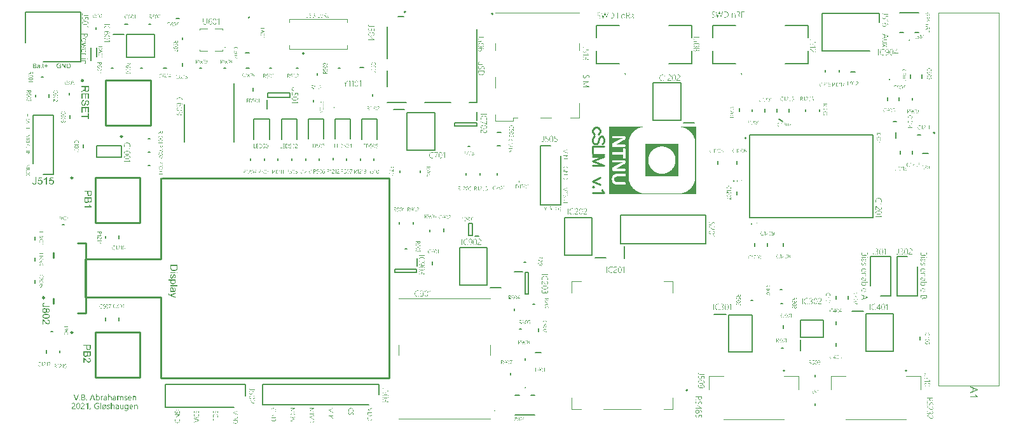
<source format=gto>
G04*
G04 #@! TF.GenerationSoftware,Altium Limited,Altium Designer,21.6.4 (81)*
G04*
G04 Layer_Color=65535*
%FSLAX44Y44*%
%MOMM*%
G71*
G04*
G04 #@! TF.SameCoordinates,35F2EB46-45B6-4E83-8094-EA5E86E84025*
G04*
G04*
G04 #@! TF.FilePolarity,Positive*
G04*
G01*
G75*
%ADD10C,0.2000*%
%ADD11C,0.1000*%
%ADD12C,0.2540*%
%ADD13C,0.2500*%
%ADD14C,0.1500*%
%ADD15C,0.1524*%
G36*
X672583Y314855D02*
X672250D01*
Y319695D01*
X672241Y319687D01*
X672208Y319654D01*
X672150Y319612D01*
X672083Y319554D01*
X671991Y319487D01*
X671891Y319420D01*
X671783Y319345D01*
X671666Y319279D01*
X671650Y319270D01*
X671608Y319254D01*
X671542Y319220D01*
X671458Y319179D01*
X671350Y319129D01*
X671233Y319079D01*
X671100Y319020D01*
X670958Y318971D01*
Y319279D01*
X670967D01*
X671000Y319295D01*
X671042Y319304D01*
X671100Y319329D01*
X671167Y319354D01*
X671233Y319379D01*
X671383Y319445D01*
X671392Y319454D01*
X671416Y319462D01*
X671458Y319487D01*
X671508Y319512D01*
X671566Y319545D01*
X671633Y319579D01*
X671766Y319662D01*
X671775Y319670D01*
X671800Y319687D01*
X671833Y319712D01*
X671883Y319745D01*
X671991Y319829D01*
X672116Y319928D01*
X672125Y319937D01*
X672150Y319953D01*
X672183Y319979D01*
X672225Y320020D01*
X672341Y320120D01*
X672466Y320237D01*
X672583D01*
Y314855D01*
D02*
G37*
G36*
X664951Y320195D02*
X665026D01*
X665118Y320178D01*
X665210Y320162D01*
X665310Y320137D01*
X665410Y320103D01*
X665418D01*
X665451Y320087D01*
X665501Y320062D01*
X665560Y320037D01*
X665635Y319995D01*
X665701Y319945D01*
X665776Y319895D01*
X665851Y319829D01*
X665860Y319820D01*
X665885Y319795D01*
X665918Y319762D01*
X665960Y319712D01*
X666001Y319645D01*
X666051Y319579D01*
X666093Y319495D01*
X666134Y319404D01*
X666143Y319395D01*
X666151Y319362D01*
X666168Y319312D01*
X666184Y319237D01*
X666201Y319154D01*
X666218Y319062D01*
X666235Y318962D01*
Y318846D01*
Y318829D01*
Y318787D01*
X666226Y318720D01*
X666218Y318629D01*
X666209Y318529D01*
X666193Y318421D01*
X666160Y318312D01*
X666126Y318204D01*
X666118Y318196D01*
X666109Y318154D01*
X666085Y318104D01*
X666051Y318037D01*
X666010Y317962D01*
X665960Y317871D01*
X665835Y317696D01*
X665826Y317687D01*
X665801Y317654D01*
X665768Y317612D01*
X665718Y317554D01*
X665660Y317488D01*
X665585Y317421D01*
X665510Y317346D01*
X665418Y317271D01*
X665410Y317263D01*
X665376Y317238D01*
X665326Y317204D01*
X665268Y317154D01*
X665193Y317096D01*
X665101Y317029D01*
X665010Y316963D01*
X664910Y316888D01*
X664893Y316879D01*
X664852Y316846D01*
X664785Y316796D01*
X664702Y316738D01*
X664610Y316671D01*
X664510Y316596D01*
X664410Y316513D01*
X664310Y316438D01*
X664302Y316429D01*
X664268Y316404D01*
X664227Y316371D01*
X664168Y316321D01*
X664110Y316263D01*
X664043Y316196D01*
X663910Y316054D01*
X663902Y316046D01*
X663885Y316021D01*
X663860Y315988D01*
X663827Y315938D01*
X663793Y315880D01*
X663752Y315813D01*
X663685Y315671D01*
Y315663D01*
X663677Y315638D01*
X663669Y315596D01*
X663652Y315538D01*
X663643Y315471D01*
X663627Y315396D01*
X663618Y315305D01*
Y315213D01*
Y315163D01*
X666235D01*
Y314855D01*
X663260D01*
Y315096D01*
Y315105D01*
Y315138D01*
Y315188D01*
X663269Y315246D01*
Y315313D01*
X663277Y315388D01*
X663294Y315538D01*
Y315546D01*
X663302Y315571D01*
X663310Y315613D01*
X663327Y315655D01*
X663360Y315771D01*
X663419Y315896D01*
Y315905D01*
X663435Y315921D01*
X663452Y315955D01*
X663477Y315996D01*
X663543Y316096D01*
X663627Y316204D01*
X663635Y316213D01*
X663652Y316229D01*
X663677Y316263D01*
X663710Y316296D01*
X663802Y316388D01*
X663910Y316496D01*
X663918Y316504D01*
X663943Y316521D01*
X663977Y316554D01*
X664018Y316588D01*
X664077Y316638D01*
X664135Y316688D01*
X664285Y316796D01*
X664293Y316804D01*
X664318Y316821D01*
X664360Y316854D01*
X664418Y316896D01*
X664485Y316946D01*
X664560Y317004D01*
X664735Y317129D01*
X664743Y317138D01*
X664777Y317163D01*
X664827Y317196D01*
X664885Y317238D01*
X664951Y317288D01*
X665026Y317346D01*
X665185Y317471D01*
X665193Y317479D01*
X665218Y317504D01*
X665260Y317537D01*
X665310Y317579D01*
X665368Y317629D01*
X665426Y317696D01*
X665543Y317829D01*
X665551Y317837D01*
X665568Y317862D01*
X665601Y317904D01*
X665635Y317962D01*
X665668Y318021D01*
X665710Y318096D01*
X665785Y318262D01*
X665793Y318271D01*
X665801Y318304D01*
X665818Y318354D01*
X665835Y318421D01*
X665851Y318496D01*
X665860Y318587D01*
X665876Y318687D01*
Y318796D01*
Y318804D01*
Y318820D01*
Y318846D01*
X665868Y318879D01*
X665860Y318971D01*
X665843Y319087D01*
X665801Y319220D01*
X665751Y319354D01*
X665685Y319487D01*
X665585Y319604D01*
X665568Y319620D01*
X665535Y319654D01*
X665468Y319695D01*
X665376Y319754D01*
X665268Y319804D01*
X665126Y319854D01*
X664968Y319887D01*
X664785Y319895D01*
X664726D01*
X664652Y319887D01*
X664568Y319879D01*
X664460Y319854D01*
X664343Y319829D01*
X664227Y319787D01*
X664102Y319737D01*
X664085Y319729D01*
X664043Y319712D01*
X663985Y319679D01*
X663902Y319629D01*
X663802Y319570D01*
X663693Y319495D01*
X663577Y319412D01*
X663460Y319312D01*
Y319704D01*
X663477Y319712D01*
X663510Y319745D01*
X663577Y319787D01*
X663660Y319837D01*
X663752Y319895D01*
X663868Y319953D01*
X663985Y320020D01*
X664110Y320070D01*
X664127Y320079D01*
X664168Y320095D01*
X664243Y320112D01*
X664335Y320137D01*
X664443Y320162D01*
X664568Y320187D01*
X664702Y320195D01*
X664843Y320204D01*
X664893D01*
X664951Y320195D01*
D02*
G37*
G36*
X662152Y314855D02*
X661819D01*
Y319695D01*
X661811Y319687D01*
X661777Y319654D01*
X661719Y319612D01*
X661652Y319554D01*
X661561Y319487D01*
X661461Y319420D01*
X661352Y319345D01*
X661236Y319279D01*
X661219Y319270D01*
X661177Y319254D01*
X661111Y319220D01*
X661028Y319179D01*
X660919Y319129D01*
X660803Y319079D01*
X660669Y319020D01*
X660528Y318971D01*
Y319279D01*
X660536D01*
X660569Y319295D01*
X660611Y319304D01*
X660669Y319329D01*
X660736Y319354D01*
X660803Y319379D01*
X660953Y319445D01*
X660961Y319454D01*
X660986Y319462D01*
X661028Y319487D01*
X661077Y319512D01*
X661136Y319545D01*
X661202Y319579D01*
X661336Y319662D01*
X661344Y319670D01*
X661369Y319687D01*
X661402Y319712D01*
X661452Y319745D01*
X661561Y319829D01*
X661686Y319928D01*
X661694Y319937D01*
X661719Y319953D01*
X661752Y319979D01*
X661794Y320020D01*
X661911Y320120D01*
X662036Y320237D01*
X662152D01*
Y314855D01*
D02*
G37*
G36*
X657370Y320112D02*
X657478Y320103D01*
X657603Y320087D01*
X657745Y320062D01*
X657895Y320037D01*
X658053Y320004D01*
X658212Y319962D01*
X658378Y319904D01*
X658545Y319845D01*
X658711Y319770D01*
X658861Y319679D01*
X659011Y319579D01*
X659145Y319462D01*
X659153Y319454D01*
X659178Y319429D01*
X659211Y319395D01*
X659253Y319337D01*
X659303Y319270D01*
X659361Y319187D01*
X659420Y319095D01*
X659486Y318979D01*
X659553Y318854D01*
X659611Y318712D01*
X659669Y318554D01*
X659719Y318387D01*
X659761Y318196D01*
X659803Y317996D01*
X659819Y317779D01*
X659828Y317554D01*
Y317537D01*
Y317504D01*
X659819Y317437D01*
Y317354D01*
X659803Y317254D01*
X659786Y317138D01*
X659770Y317004D01*
X659736Y316863D01*
X659695Y316713D01*
X659653Y316554D01*
X659586Y316388D01*
X659520Y316229D01*
X659436Y316063D01*
X659336Y315905D01*
X659228Y315746D01*
X659095Y315605D01*
X659086Y315596D01*
X659061Y315571D01*
X659020Y315538D01*
X658961Y315488D01*
X658886Y315430D01*
X658795Y315371D01*
X658686Y315296D01*
X658570Y315230D01*
X658428Y315163D01*
X658278Y315096D01*
X658112Y315030D01*
X657928Y314972D01*
X657737Y314921D01*
X657528Y314888D01*
X657303Y314863D01*
X657070Y314855D01*
X655837D01*
Y320120D01*
X657278D01*
X657370Y320112D01*
D02*
G37*
G36*
X668850Y320195D02*
X668925Y320187D01*
X669025Y320162D01*
X669134Y320120D01*
X669267Y320062D01*
X669400Y319979D01*
X669550Y319870D01*
X669617Y319795D01*
X669692Y319720D01*
X669759Y319637D01*
X669825Y319545D01*
X669892Y319437D01*
X669958Y319329D01*
X670017Y319204D01*
X670067Y319062D01*
X670125Y318920D01*
X670167Y318754D01*
X670209Y318579D01*
X670242Y318396D01*
X670275Y318196D01*
X670292Y317979D01*
X670308Y317746D01*
Y317504D01*
Y317488D01*
Y317446D01*
Y317379D01*
X670300Y317288D01*
X670292Y317171D01*
X670283Y317046D01*
X670275Y316904D01*
X670258Y316746D01*
X670200Y316413D01*
X670125Y316080D01*
X670075Y315913D01*
X670017Y315755D01*
X669950Y315605D01*
X669875Y315463D01*
X669867Y315455D01*
X669859Y315430D01*
X669834Y315396D01*
X669800Y315355D01*
X669750Y315305D01*
X669700Y315238D01*
X669634Y315180D01*
X669567Y315113D01*
X669484Y315047D01*
X669392Y314988D01*
X669300Y314930D01*
X669192Y314872D01*
X669075Y314830D01*
X668951Y314797D01*
X668817Y314771D01*
X668676Y314763D01*
X668642D01*
X668609Y314771D01*
X668559D01*
X668492Y314780D01*
X668426Y314797D01*
X668259Y314846D01*
X668176Y314880D01*
X668076Y314930D01*
X667984Y314980D01*
X667892Y315047D01*
X667792Y315121D01*
X667701Y315213D01*
X667617Y315313D01*
X667534Y315430D01*
X667526Y315438D01*
X667517Y315463D01*
X667501Y315496D01*
X667467Y315555D01*
X667442Y315621D01*
X667409Y315705D01*
X667367Y315805D01*
X667334Y315921D01*
X667292Y316054D01*
X667259Y316196D01*
X667218Y316355D01*
X667193Y316529D01*
X667168Y316721D01*
X667143Y316921D01*
X667134Y317138D01*
X667126Y317371D01*
Y317388D01*
Y317429D01*
Y317504D01*
X667134Y317604D01*
X667143Y317721D01*
X667151Y317854D01*
X667159Y318004D01*
X667176Y318162D01*
X667201Y318329D01*
X667226Y318504D01*
X667309Y318854D01*
X667351Y319029D01*
X667409Y319187D01*
X667476Y319345D01*
X667551Y319487D01*
X667559Y319495D01*
X667568Y319520D01*
X667592Y319554D01*
X667634Y319595D01*
X667676Y319654D01*
X667734Y319712D01*
X667792Y319779D01*
X667867Y319845D01*
X667951Y319912D01*
X668042Y319979D01*
X668142Y320037D01*
X668251Y320095D01*
X668376Y320137D01*
X668501Y320170D01*
X668642Y320195D01*
X668784Y320204D01*
X668801D01*
X668850Y320195D01*
D02*
G37*
G36*
X805601Y308078D02*
X805604Y397659D01*
X895771Y397655D01*
Y350519D01*
Y350511D01*
X895767Y307489D01*
X805601Y307493D01*
Y307493D01*
X780220D01*
Y397659D01*
X805601D01*
Y308078D01*
D02*
G37*
G36*
X17637Y323412D02*
Y323399D01*
Y323361D01*
Y323298D01*
Y323209D01*
X17624Y323107D01*
Y322993D01*
X17611Y322853D01*
X17599Y322713D01*
X17560Y322408D01*
X17510Y322091D01*
X17434Y321786D01*
X17383Y321634D01*
X17332Y321507D01*
Y321494D01*
X17319Y321481D01*
X17306Y321443D01*
X17281Y321393D01*
X17205Y321278D01*
X17103Y321126D01*
X16976Y320961D01*
X16811Y320796D01*
X16621Y320630D01*
X16392Y320478D01*
X16379D01*
X16367Y320466D01*
X16329Y320453D01*
X16278Y320427D01*
X16151Y320364D01*
X15960Y320313D01*
X15744Y320249D01*
X15490Y320186D01*
X15198Y320148D01*
X14881Y320135D01*
X14754D01*
X14665Y320148D01*
X14563Y320161D01*
X14436Y320173D01*
X14297Y320199D01*
X14157Y320224D01*
X13839Y320313D01*
X13674Y320377D01*
X13509Y320453D01*
X13344Y320529D01*
X13192Y320630D01*
X13052Y320745D01*
X12912Y320872D01*
X12900Y320885D01*
X12887Y320910D01*
X12849Y320948D01*
X12811Y321012D01*
X12760Y321088D01*
X12696Y321177D01*
X12633Y321291D01*
X12569Y321418D01*
X12519Y321570D01*
X12455Y321735D01*
X12404Y321913D01*
X12354Y322104D01*
X12315Y322320D01*
X12277Y322548D01*
X12265Y322789D01*
Y323056D01*
X13433Y323221D01*
Y323209D01*
Y323171D01*
Y323120D01*
X13446Y323044D01*
X13458Y322955D01*
X13471Y322853D01*
X13497Y322612D01*
X13547Y322358D01*
X13623Y322104D01*
X13712Y321875D01*
X13776Y321786D01*
X13839Y321697D01*
X13852Y321685D01*
X13916Y321634D01*
X13992Y321570D01*
X14119Y321494D01*
X14259Y321418D01*
X14436Y321354D01*
X14652Y321304D01*
X14881Y321291D01*
X14957D01*
X15059Y321304D01*
X15173Y321316D01*
X15300Y321342D01*
X15440Y321380D01*
X15579Y321431D01*
X15719Y321507D01*
X15732Y321520D01*
X15783Y321545D01*
X15833Y321596D01*
X15910Y321672D01*
X15998Y321761D01*
X16075Y321862D01*
X16151Y321977D01*
X16202Y322117D01*
X16214Y322129D01*
X16227Y322193D01*
X16252Y322282D01*
X16278Y322408D01*
X16303Y322586D01*
X16316Y322789D01*
X16341Y323044D01*
Y323336D01*
Y330067D01*
X17637D01*
Y323412D01*
D02*
G37*
G36*
X40433Y328797D02*
X36534D01*
X36014Y326155D01*
X36026Y326168D01*
X36052Y326180D01*
X36102Y326218D01*
X36166Y326257D01*
X36242Y326295D01*
X36344Y326358D01*
X36445Y326409D01*
X36572Y326473D01*
X36852Y326587D01*
X37157Y326676D01*
X37499Y326752D01*
X37677Y326765D01*
X37855Y326777D01*
X37982D01*
X38071Y326765D01*
X38173Y326752D01*
X38300Y326726D01*
X38439Y326701D01*
X38604Y326663D01*
X38770Y326625D01*
X38935Y326562D01*
X39112Y326485D01*
X39303Y326409D01*
X39481Y326295D01*
X39659Y326180D01*
X39836Y326041D01*
X40001Y325888D01*
X40014Y325876D01*
X40040Y325850D01*
X40078Y325799D01*
X40141Y325723D01*
X40205Y325634D01*
X40281Y325533D01*
X40370Y325406D01*
X40446Y325266D01*
X40535Y325114D01*
X40611Y324936D01*
X40687Y324758D01*
X40751Y324555D01*
X40814Y324326D01*
X40852Y324098D01*
X40878Y323856D01*
X40890Y323602D01*
Y323590D01*
Y323539D01*
Y323475D01*
X40878Y323386D01*
X40865Y323272D01*
X40852Y323133D01*
X40827Y322980D01*
X40789Y322828D01*
X40700Y322459D01*
X40636Y322269D01*
X40560Y322078D01*
X40471Y321888D01*
X40370Y321697D01*
X40255Y321507D01*
X40116Y321316D01*
X40103Y321304D01*
X40078Y321265D01*
X40014Y321202D01*
X39938Y321139D01*
X39849Y321037D01*
X39735Y320948D01*
X39595Y320834D01*
X39443Y320732D01*
X39265Y320618D01*
X39074Y320504D01*
X38871Y320415D01*
X38642Y320326D01*
X38389Y320249D01*
X38122Y320186D01*
X37842Y320148D01*
X37550Y320135D01*
X37423D01*
X37334Y320148D01*
X37220Y320161D01*
X37080Y320173D01*
X36941Y320199D01*
X36776Y320224D01*
X36433Y320313D01*
X36255Y320377D01*
X36077Y320453D01*
X35887Y320529D01*
X35709Y320630D01*
X35544Y320745D01*
X35379Y320872D01*
X35366Y320885D01*
X35340Y320910D01*
X35302Y320948D01*
X35252Y321012D01*
X35175Y321088D01*
X35112Y321177D01*
X35023Y321278D01*
X34947Y321405D01*
X34858Y321532D01*
X34782Y321685D01*
X34693Y321850D01*
X34629Y322028D01*
X34553Y322218D01*
X34502Y322408D01*
X34451Y322624D01*
X34426Y322853D01*
X35683Y322942D01*
Y322929D01*
X35696Y322904D01*
Y322853D01*
X35709Y322789D01*
X35734Y322713D01*
X35760Y322624D01*
X35810Y322434D01*
X35899Y322205D01*
X36014Y321977D01*
X36153Y321761D01*
X36318Y321570D01*
X36344Y321558D01*
X36407Y321507D01*
X36522Y321431D01*
X36661Y321354D01*
X36839Y321265D01*
X37055Y321202D01*
X37284Y321151D01*
X37550Y321126D01*
X37639D01*
X37703Y321139D01*
X37766Y321151D01*
X37855Y321164D01*
X38058Y321202D01*
X38300Y321278D01*
X38541Y321405D01*
X38668Y321469D01*
X38795Y321558D01*
X38909Y321659D01*
X39023Y321773D01*
X39036Y321786D01*
X39049Y321799D01*
X39074Y321837D01*
X39112Y321888D01*
X39163Y321951D01*
X39214Y322040D01*
X39265Y322129D01*
X39328Y322231D01*
X39430Y322485D01*
X39532Y322777D01*
X39595Y323120D01*
X39620Y323298D01*
Y323501D01*
Y323513D01*
Y323551D01*
Y323602D01*
X39608Y323666D01*
Y323755D01*
X39595Y323856D01*
X39544Y324085D01*
X39481Y324352D01*
X39379Y324618D01*
X39239Y324885D01*
X39151Y325012D01*
X39049Y325126D01*
Y325139D01*
X39023Y325152D01*
X38985Y325177D01*
X38947Y325215D01*
X38820Y325317D01*
X38642Y325431D01*
X38427Y325533D01*
X38173Y325634D01*
X37868Y325698D01*
X37715Y325723D01*
X37436D01*
X37334Y325711D01*
X37182Y325685D01*
X37030Y325660D01*
X36852Y325609D01*
X36661Y325533D01*
X36484Y325444D01*
X36458Y325431D01*
X36407Y325393D01*
X36331Y325342D01*
X36230Y325253D01*
X36115Y325164D01*
X35988Y325037D01*
X35874Y324910D01*
X35772Y324758D01*
X34642Y324923D01*
X35582Y329940D01*
X40433D01*
Y328797D01*
D02*
G37*
G36*
X25269D02*
X21370D01*
X20850Y326155D01*
X20863Y326168D01*
X20888Y326180D01*
X20939Y326218D01*
X21002Y326257D01*
X21078Y326295D01*
X21180Y326358D01*
X21282Y326409D01*
X21409Y326473D01*
X21688Y326587D01*
X21993Y326676D01*
X22336Y326752D01*
X22513Y326765D01*
X22691Y326777D01*
X22818D01*
X22907Y326765D01*
X23009Y326752D01*
X23136Y326726D01*
X23275Y326701D01*
X23441Y326663D01*
X23606Y326625D01*
X23771Y326562D01*
X23949Y326485D01*
X24139Y326409D01*
X24317Y326295D01*
X24495Y326180D01*
X24673Y326041D01*
X24838Y325888D01*
X24850Y325876D01*
X24876Y325850D01*
X24914Y325799D01*
X24977Y325723D01*
X25041Y325634D01*
X25117Y325533D01*
X25206Y325406D01*
X25282Y325266D01*
X25371Y325114D01*
X25447Y324936D01*
X25523Y324758D01*
X25587Y324555D01*
X25650Y324326D01*
X25689Y324098D01*
X25714Y323856D01*
X25727Y323602D01*
Y323590D01*
Y323539D01*
Y323475D01*
X25714Y323386D01*
X25701Y323272D01*
X25689Y323133D01*
X25663Y322980D01*
X25625Y322828D01*
X25536Y322459D01*
X25473Y322269D01*
X25396Y322078D01*
X25308Y321888D01*
X25206Y321697D01*
X25092Y321507D01*
X24952Y321316D01*
X24939Y321304D01*
X24914Y321265D01*
X24850Y321202D01*
X24774Y321139D01*
X24685Y321037D01*
X24571Y320948D01*
X24431Y320834D01*
X24279Y320732D01*
X24101Y320618D01*
X23911Y320504D01*
X23707Y320415D01*
X23479Y320326D01*
X23225Y320249D01*
X22958Y320186D01*
X22679Y320148D01*
X22387Y320135D01*
X22260D01*
X22171Y320148D01*
X22056Y320161D01*
X21917Y320173D01*
X21777Y320199D01*
X21612Y320224D01*
X21269Y320313D01*
X21091Y320377D01*
X20913Y320453D01*
X20723Y320529D01*
X20545Y320630D01*
X20380Y320745D01*
X20215Y320872D01*
X20202Y320885D01*
X20177Y320910D01*
X20139Y320948D01*
X20088Y321012D01*
X20012Y321088D01*
X19948Y321177D01*
X19859Y321278D01*
X19783Y321405D01*
X19694Y321532D01*
X19618Y321685D01*
X19529Y321850D01*
X19466Y322028D01*
X19389Y322218D01*
X19339Y322408D01*
X19288Y322624D01*
X19262Y322853D01*
X20520Y322942D01*
Y322929D01*
X20532Y322904D01*
Y322853D01*
X20545Y322789D01*
X20570Y322713D01*
X20596Y322624D01*
X20647Y322434D01*
X20735Y322205D01*
X20850Y321977D01*
X20989Y321761D01*
X21155Y321570D01*
X21180Y321558D01*
X21244Y321507D01*
X21358Y321431D01*
X21497Y321354D01*
X21675Y321265D01*
X21891Y321202D01*
X22120Y321151D01*
X22387Y321126D01*
X22475D01*
X22539Y321139D01*
X22602Y321151D01*
X22691Y321164D01*
X22894Y321202D01*
X23136Y321278D01*
X23377Y321405D01*
X23504Y321469D01*
X23631Y321558D01*
X23745Y321659D01*
X23860Y321773D01*
X23872Y321786D01*
X23885Y321799D01*
X23911Y321837D01*
X23949Y321888D01*
X23999Y321951D01*
X24050Y322040D01*
X24101Y322129D01*
X24165Y322231D01*
X24266Y322485D01*
X24368Y322777D01*
X24431Y323120D01*
X24457Y323298D01*
Y323501D01*
Y323513D01*
Y323551D01*
Y323602D01*
X24444Y323666D01*
Y323755D01*
X24431Y323856D01*
X24380Y324085D01*
X24317Y324352D01*
X24215Y324618D01*
X24076Y324885D01*
X23987Y325012D01*
X23885Y325126D01*
Y325139D01*
X23860Y325152D01*
X23822Y325177D01*
X23784Y325215D01*
X23656Y325317D01*
X23479Y325431D01*
X23263Y325533D01*
X23009Y325634D01*
X22704Y325698D01*
X22552Y325723D01*
X22272D01*
X22171Y325711D01*
X22018Y325685D01*
X21866Y325660D01*
X21688Y325609D01*
X21497Y325533D01*
X21320Y325444D01*
X21294Y325431D01*
X21244Y325393D01*
X21167Y325342D01*
X21066Y325253D01*
X20951Y325164D01*
X20824Y325037D01*
X20710Y324910D01*
X20608Y324758D01*
X19478Y324923D01*
X20418Y329940D01*
X25269D01*
Y328797D01*
D02*
G37*
G36*
X31353Y320300D02*
X30159D01*
Y327933D01*
X30134Y327920D01*
X30083Y327869D01*
X29981Y327781D01*
X29854Y327679D01*
X29689Y327552D01*
X29486Y327412D01*
X29270Y327260D01*
X29016Y327108D01*
X29003D01*
X28990Y327095D01*
X28952Y327070D01*
X28902Y327044D01*
X28762Y326968D01*
X28597Y326879D01*
X28406Y326777D01*
X28190Y326676D01*
X27975Y326574D01*
X27759Y326485D01*
Y327654D01*
X27771D01*
X27809Y327679D01*
X27860Y327705D01*
X27924Y327743D01*
X28013Y327781D01*
X28114Y327844D01*
X28356Y327971D01*
X28622Y328136D01*
X28927Y328339D01*
X29219Y328555D01*
X29511Y328797D01*
X29524Y328809D01*
X29549Y328822D01*
X29587Y328860D01*
X29638Y328911D01*
X29765Y329038D01*
X29930Y329216D01*
X30095Y329406D01*
X30273Y329635D01*
X30438Y329863D01*
X30578Y330105D01*
X31353D01*
Y320300D01*
D02*
G37*
G36*
X1181096Y412529D02*
X1181188D01*
X1181296Y412512D01*
X1181421Y412495D01*
X1181554Y412479D01*
X1181712Y412445D01*
X1181871Y412404D01*
X1182037Y412354D01*
X1182212Y412295D01*
X1182379Y412229D01*
X1182554Y412145D01*
X1182720Y412045D01*
X1182879Y411929D01*
X1183029Y411804D01*
X1183037Y411796D01*
X1183062Y411771D01*
X1183104Y411729D01*
X1183154Y411670D01*
X1183212Y411595D01*
X1183270Y411512D01*
X1183345Y411404D01*
X1183420Y411287D01*
X1183487Y411162D01*
X1183562Y411021D01*
X1183620Y410862D01*
X1183687Y410696D01*
X1183728Y410521D01*
X1183770Y410337D01*
X1183795Y410138D01*
X1183803Y409929D01*
Y409829D01*
X1183795Y409771D01*
Y409704D01*
X1183787Y409638D01*
X1183779Y409554D01*
X1183754Y409379D01*
X1183720Y409188D01*
X1183670Y408979D01*
X1183604Y408771D01*
X1183220D01*
Y408780D01*
X1183229Y408796D01*
X1183245Y408830D01*
X1183262Y408863D01*
X1183279Y408921D01*
X1183304Y408979D01*
X1183320Y409046D01*
X1183345Y409121D01*
X1183395Y409296D01*
X1183429Y409496D01*
X1183462Y409713D01*
X1183470Y409938D01*
Y409979D01*
X1183462Y410029D01*
Y410104D01*
X1183454Y410187D01*
X1183437Y410288D01*
X1183412Y410396D01*
X1183387Y410513D01*
X1183354Y410637D01*
X1183304Y410771D01*
X1183254Y410904D01*
X1183187Y411037D01*
X1183112Y411171D01*
X1183020Y411304D01*
X1182912Y411429D01*
X1182795Y411554D01*
X1182787Y411562D01*
X1182762Y411579D01*
X1182729Y411612D01*
X1182670Y411654D01*
X1182604Y411696D01*
X1182521Y411745D01*
X1182429Y411804D01*
X1182320Y411862D01*
X1182196Y411920D01*
X1182062Y411979D01*
X1181921Y412029D01*
X1181762Y412070D01*
X1181587Y412112D01*
X1181404Y412145D01*
X1181212Y412162D01*
X1181012Y412170D01*
X1181004D01*
X1180963D01*
X1180912D01*
X1180838Y412162D01*
X1180746Y412154D01*
X1180638Y412137D01*
X1180521Y412120D01*
X1180396Y412095D01*
X1180263Y412062D01*
X1180129Y412029D01*
X1179988Y411979D01*
X1179846Y411920D01*
X1179705Y411854D01*
X1179563Y411771D01*
X1179438Y411679D01*
X1179313Y411579D01*
X1179305Y411571D01*
X1179288Y411554D01*
X1179255Y411521D01*
X1179213Y411471D01*
X1179171Y411412D01*
X1179121Y411337D01*
X1179063Y411262D01*
X1179005Y411162D01*
X1178946Y411062D01*
X1178888Y410946D01*
X1178838Y410821D01*
X1178796Y410687D01*
X1178755Y410546D01*
X1178721Y410396D01*
X1178705Y410238D01*
X1178696Y410071D01*
Y409996D01*
X1178705Y409946D01*
Y409888D01*
X1178713Y409813D01*
X1178721Y409729D01*
X1178730Y409638D01*
X1178763Y409438D01*
X1178813Y409213D01*
X1178880Y408988D01*
X1178971Y408771D01*
X1178622D01*
Y408780D01*
X1178613Y408796D01*
X1178596Y408838D01*
X1178580Y408880D01*
X1178563Y408938D01*
X1178538Y409005D01*
X1178513Y409088D01*
X1178496Y409171D01*
X1178447Y409371D01*
X1178405Y409604D01*
X1178372Y409846D01*
X1178363Y410104D01*
Y410154D01*
X1178372Y410204D01*
Y410279D01*
X1178388Y410371D01*
X1178405Y410479D01*
X1178421Y410596D01*
X1178455Y410729D01*
X1178488Y410862D01*
X1178538Y411004D01*
X1178596Y411154D01*
X1178663Y411296D01*
X1178746Y411446D01*
X1178846Y411587D01*
X1178955Y411729D01*
X1179080Y411862D01*
X1179088Y411870D01*
X1179113Y411887D01*
X1179155Y411920D01*
X1179213Y411970D01*
X1179280Y412020D01*
X1179371Y412079D01*
X1179471Y412137D01*
X1179588Y412195D01*
X1179721Y412262D01*
X1179863Y412320D01*
X1180013Y412379D01*
X1180188Y412429D01*
X1180363Y412470D01*
X1180554Y412504D01*
X1180754Y412529D01*
X1180971Y412537D01*
X1180987D01*
X1181029D01*
X1181096Y412529D01*
D02*
G37*
G36*
X1182879Y407963D02*
X1182895Y407930D01*
X1182904Y407888D01*
X1182929Y407830D01*
X1182954Y407763D01*
X1182979Y407696D01*
X1183045Y407547D01*
X1183054Y407538D01*
X1183062Y407513D01*
X1183087Y407472D01*
X1183112Y407422D01*
X1183145Y407363D01*
X1183179Y407297D01*
X1183262Y407163D01*
X1183270Y407155D01*
X1183287Y407130D01*
X1183312Y407097D01*
X1183345Y407047D01*
X1183429Y406938D01*
X1183529Y406813D01*
X1183537Y406805D01*
X1183553Y406780D01*
X1183578Y406747D01*
X1183620Y406705D01*
X1183720Y406589D01*
X1183837Y406464D01*
Y406347D01*
X1178455D01*
Y406680D01*
X1183295D01*
X1183287Y406688D01*
X1183254Y406722D01*
X1183212Y406780D01*
X1183154Y406847D01*
X1183087Y406938D01*
X1183020Y407038D01*
X1182945Y407147D01*
X1182879Y407263D01*
X1182870Y407280D01*
X1182854Y407322D01*
X1182820Y407388D01*
X1182779Y407472D01*
X1182729Y407580D01*
X1182679Y407696D01*
X1182620Y407830D01*
X1182570Y407971D01*
X1182879D01*
Y407963D01*
D02*
G37*
G36*
X1178846Y405230D02*
X1178913D01*
X1178988Y405222D01*
X1179138Y405205D01*
X1179146D01*
X1179171Y405197D01*
X1179213Y405189D01*
X1179255Y405172D01*
X1179371Y405139D01*
X1179496Y405080D01*
X1179505D01*
X1179521Y405064D01*
X1179555Y405047D01*
X1179596Y405022D01*
X1179696Y404956D01*
X1179805Y404872D01*
X1179813Y404864D01*
X1179829Y404847D01*
X1179863Y404822D01*
X1179896Y404789D01*
X1179988Y404697D01*
X1180096Y404589D01*
X1180104Y404581D01*
X1180121Y404556D01*
X1180154Y404522D01*
X1180188Y404481D01*
X1180238Y404422D01*
X1180288Y404364D01*
X1180396Y404214D01*
X1180404Y404206D01*
X1180421Y404181D01*
X1180454Y404139D01*
X1180496Y404081D01*
X1180546Y404014D01*
X1180604Y403939D01*
X1180729Y403764D01*
X1180738Y403756D01*
X1180763Y403722D01*
X1180796Y403672D01*
X1180838Y403614D01*
X1180888Y403548D01*
X1180946Y403473D01*
X1181071Y403314D01*
X1181079Y403306D01*
X1181104Y403281D01*
X1181137Y403239D01*
X1181179Y403189D01*
X1181229Y403131D01*
X1181296Y403073D01*
X1181429Y402956D01*
X1181437Y402948D01*
X1181462Y402931D01*
X1181504Y402898D01*
X1181562Y402864D01*
X1181621Y402831D01*
X1181696Y402789D01*
X1181862Y402715D01*
X1181871Y402706D01*
X1181904Y402698D01*
X1181954Y402681D01*
X1182021Y402664D01*
X1182096Y402648D01*
X1182187Y402640D01*
X1182287Y402623D01*
X1182395D01*
X1182404D01*
X1182421D01*
X1182446D01*
X1182479Y402631D01*
X1182570Y402640D01*
X1182687Y402656D01*
X1182820Y402698D01*
X1182954Y402748D01*
X1183087Y402814D01*
X1183204Y402914D01*
X1183220Y402931D01*
X1183254Y402964D01*
X1183295Y403031D01*
X1183354Y403123D01*
X1183404Y403231D01*
X1183454Y403373D01*
X1183487Y403531D01*
X1183495Y403714D01*
Y403773D01*
X1183487Y403848D01*
X1183479Y403931D01*
X1183454Y404039D01*
X1183429Y404156D01*
X1183387Y404272D01*
X1183337Y404397D01*
X1183329Y404414D01*
X1183312Y404456D01*
X1183279Y404514D01*
X1183229Y404597D01*
X1183170Y404697D01*
X1183095Y404806D01*
X1183012Y404922D01*
X1182912Y405039D01*
X1183304D01*
X1183312Y405022D01*
X1183345Y404989D01*
X1183387Y404922D01*
X1183437Y404839D01*
X1183495Y404747D01*
X1183553Y404631D01*
X1183620Y404514D01*
X1183670Y404389D01*
X1183679Y404372D01*
X1183695Y404331D01*
X1183712Y404256D01*
X1183737Y404164D01*
X1183762Y404056D01*
X1183787Y403931D01*
X1183795Y403797D01*
X1183803Y403656D01*
Y403606D01*
X1183795Y403548D01*
Y403473D01*
X1183779Y403381D01*
X1183762Y403289D01*
X1183737Y403189D01*
X1183704Y403089D01*
Y403081D01*
X1183687Y403048D01*
X1183662Y402998D01*
X1183637Y402939D01*
X1183595Y402864D01*
X1183545Y402798D01*
X1183495Y402723D01*
X1183429Y402648D01*
X1183420Y402640D01*
X1183395Y402615D01*
X1183362Y402581D01*
X1183312Y402539D01*
X1183245Y402498D01*
X1183179Y402448D01*
X1183095Y402406D01*
X1183004Y402365D01*
X1182995Y402356D01*
X1182962Y402348D01*
X1182912Y402331D01*
X1182837Y402315D01*
X1182754Y402298D01*
X1182662Y402281D01*
X1182562Y402265D01*
X1182446D01*
X1182429D01*
X1182387D01*
X1182320Y402273D01*
X1182229Y402281D01*
X1182129Y402290D01*
X1182021Y402306D01*
X1181912Y402340D01*
X1181804Y402373D01*
X1181796Y402381D01*
X1181754Y402389D01*
X1181704Y402415D01*
X1181637Y402448D01*
X1181562Y402490D01*
X1181471Y402539D01*
X1181296Y402664D01*
X1181288Y402673D01*
X1181254Y402698D01*
X1181212Y402731D01*
X1181154Y402781D01*
X1181087Y402839D01*
X1181021Y402914D01*
X1180946Y402989D01*
X1180871Y403081D01*
X1180863Y403089D01*
X1180838Y403123D01*
X1180804Y403173D01*
X1180754Y403231D01*
X1180696Y403306D01*
X1180629Y403398D01*
X1180563Y403489D01*
X1180488Y403589D01*
X1180479Y403606D01*
X1180446Y403648D01*
X1180396Y403714D01*
X1180338Y403797D01*
X1180271Y403889D01*
X1180196Y403989D01*
X1180113Y404089D01*
X1180038Y404189D01*
X1180029Y404197D01*
X1180004Y404231D01*
X1179971Y404272D01*
X1179921Y404331D01*
X1179863Y404389D01*
X1179796Y404456D01*
X1179654Y404589D01*
X1179646Y404597D01*
X1179621Y404614D01*
X1179588Y404639D01*
X1179538Y404672D01*
X1179480Y404706D01*
X1179413Y404747D01*
X1179271Y404814D01*
X1179263D01*
X1179238Y404822D01*
X1179196Y404831D01*
X1179138Y404847D01*
X1179071Y404856D01*
X1178996Y404872D01*
X1178905Y404881D01*
X1178813D01*
X1178763D01*
Y402265D01*
X1178455D01*
Y405239D01*
X1178696D01*
X1178705D01*
X1178738D01*
X1178788D01*
X1178846Y405230D01*
D02*
G37*
G36*
X1182879Y401407D02*
X1182895Y401373D01*
X1182904Y401331D01*
X1182929Y401273D01*
X1182954Y401207D01*
X1182979Y401140D01*
X1183045Y400990D01*
X1183054Y400982D01*
X1183062Y400957D01*
X1183087Y400915D01*
X1183112Y400865D01*
X1183145Y400807D01*
X1183179Y400740D01*
X1183262Y400607D01*
X1183270Y400598D01*
X1183287Y400573D01*
X1183312Y400540D01*
X1183345Y400490D01*
X1183429Y400382D01*
X1183529Y400257D01*
X1183537Y400248D01*
X1183553Y400223D01*
X1183578Y400190D01*
X1183620Y400149D01*
X1183720Y400032D01*
X1183837Y399907D01*
Y399790D01*
X1178455D01*
Y400123D01*
X1183295D01*
X1183287Y400132D01*
X1183254Y400165D01*
X1183212Y400223D01*
X1183154Y400290D01*
X1183087Y400382D01*
X1183020Y400482D01*
X1182945Y400590D01*
X1182879Y400707D01*
X1182870Y400723D01*
X1182854Y400765D01*
X1182820Y400832D01*
X1182779Y400915D01*
X1182729Y401023D01*
X1182679Y401140D01*
X1182620Y401273D01*
X1182570Y401415D01*
X1182879D01*
Y401407D01*
D02*
G37*
G36*
X1180171Y398840D02*
X1180179Y398832D01*
X1180204Y398815D01*
X1180229Y398791D01*
X1180313Y398716D01*
X1180421Y398632D01*
X1180546Y398524D01*
X1180696Y398399D01*
X1180854Y398274D01*
X1181021Y398141D01*
X1181029Y398132D01*
X1181046Y398124D01*
X1181062Y398107D01*
X1181104Y398074D01*
X1181188Y398007D01*
X1181312Y397916D01*
X1181446Y397807D01*
X1181604Y397691D01*
X1181771Y397566D01*
X1181946Y397441D01*
X1181954D01*
X1181971Y397424D01*
X1181996Y397407D01*
X1182029Y397383D01*
X1182121Y397324D01*
X1182237Y397241D01*
X1182379Y397149D01*
X1182537Y397041D01*
X1182704Y396941D01*
X1182870Y396833D01*
X1182879D01*
X1182887Y396816D01*
X1182912Y396808D01*
X1182945Y396783D01*
X1183037Y396733D01*
X1183145Y396666D01*
X1183279Y396591D01*
X1183420Y396516D01*
X1183570Y396441D01*
X1183720Y396366D01*
Y396008D01*
X1180138D01*
Y395183D01*
X1179829D01*
Y396008D01*
X1178455D01*
Y396341D01*
X1179829D01*
Y398849D01*
X1180163D01*
X1180171Y398840D01*
D02*
G37*
G36*
X1148261Y421812D02*
X1148328D01*
X1148395Y421804D01*
X1148478Y421795D01*
X1148653Y421770D01*
X1148844Y421737D01*
X1149053Y421687D01*
X1149261Y421620D01*
Y421237D01*
X1149253D01*
X1149236Y421245D01*
X1149203Y421262D01*
X1149169Y421279D01*
X1149111Y421295D01*
X1149053Y421320D01*
X1148986Y421337D01*
X1148911Y421362D01*
X1148736Y421412D01*
X1148536Y421445D01*
X1148320Y421479D01*
X1148095Y421487D01*
X1148053D01*
X1148003Y421479D01*
X1147928D01*
X1147845Y421470D01*
X1147745Y421454D01*
X1147636Y421429D01*
X1147520Y421404D01*
X1147395Y421370D01*
X1147262Y421320D01*
X1147128Y421270D01*
X1146995Y421204D01*
X1146862Y421129D01*
X1146728Y421037D01*
X1146603Y420929D01*
X1146478Y420812D01*
X1146470Y420804D01*
X1146453Y420779D01*
X1146420Y420745D01*
X1146378Y420687D01*
X1146337Y420620D01*
X1146287Y420537D01*
X1146228Y420446D01*
X1146170Y420337D01*
X1146112Y420212D01*
X1146053Y420079D01*
X1146003Y419937D01*
X1145962Y419779D01*
X1145920Y419604D01*
X1145887Y419421D01*
X1145870Y419229D01*
X1145862Y419029D01*
Y419021D01*
Y418979D01*
Y418929D01*
X1145870Y418854D01*
X1145879Y418763D01*
X1145895Y418654D01*
X1145912Y418538D01*
X1145937Y418413D01*
X1145970Y418279D01*
X1146003Y418146D01*
X1146053Y418004D01*
X1146112Y417863D01*
X1146179Y417721D01*
X1146262Y417580D01*
X1146353Y417455D01*
X1146453Y417330D01*
X1146462Y417321D01*
X1146478Y417305D01*
X1146512Y417271D01*
X1146562Y417230D01*
X1146620Y417188D01*
X1146695Y417138D01*
X1146770Y417080D01*
X1146870Y417021D01*
X1146970Y416963D01*
X1147087Y416905D01*
X1147212Y416855D01*
X1147345Y416813D01*
X1147486Y416771D01*
X1147636Y416738D01*
X1147795Y416721D01*
X1147961Y416713D01*
X1148036D01*
X1148086Y416721D01*
X1148145D01*
X1148220Y416730D01*
X1148303Y416738D01*
X1148395Y416746D01*
X1148595Y416780D01*
X1148819Y416830D01*
X1149044Y416896D01*
X1149261Y416988D01*
Y416638D01*
X1149253D01*
X1149236Y416630D01*
X1149194Y416613D01*
X1149153Y416596D01*
X1149094Y416580D01*
X1149028Y416555D01*
X1148944Y416530D01*
X1148861Y416513D01*
X1148661Y416463D01*
X1148428Y416422D01*
X1148186Y416388D01*
X1147928Y416380D01*
X1147878D01*
X1147828Y416388D01*
X1147753D01*
X1147661Y416405D01*
X1147553Y416422D01*
X1147437Y416438D01*
X1147303Y416471D01*
X1147170Y416505D01*
X1147028Y416555D01*
X1146878Y416613D01*
X1146737Y416680D01*
X1146587Y416763D01*
X1146445Y416863D01*
X1146303Y416971D01*
X1146170Y417096D01*
X1146162Y417105D01*
X1146145Y417130D01*
X1146112Y417171D01*
X1146062Y417230D01*
X1146012Y417296D01*
X1145954Y417388D01*
X1145895Y417488D01*
X1145837Y417604D01*
X1145770Y417738D01*
X1145712Y417879D01*
X1145654Y418029D01*
X1145604Y418204D01*
X1145562Y418379D01*
X1145529Y418571D01*
X1145504Y418771D01*
X1145495Y418988D01*
Y419004D01*
Y419046D01*
X1145504Y419113D01*
Y419204D01*
X1145520Y419312D01*
X1145537Y419437D01*
X1145554Y419571D01*
X1145587Y419729D01*
X1145629Y419887D01*
X1145679Y420054D01*
X1145737Y420229D01*
X1145804Y420396D01*
X1145887Y420570D01*
X1145987Y420737D01*
X1146104Y420895D01*
X1146228Y421045D01*
X1146237Y421054D01*
X1146262Y421079D01*
X1146303Y421120D01*
X1146362Y421170D01*
X1146437Y421229D01*
X1146520Y421287D01*
X1146628Y421362D01*
X1146745Y421437D01*
X1146870Y421504D01*
X1147012Y421578D01*
X1147170Y421637D01*
X1147337Y421703D01*
X1147511Y421745D01*
X1147695Y421787D01*
X1147895Y421812D01*
X1148103Y421820D01*
X1148203D01*
X1148261Y421812D01*
D02*
G37*
G36*
X1160600Y421429D02*
X1158709D01*
X1158584Y419554D01*
X1158600D01*
X1158650Y419562D01*
X1158717D01*
X1158800Y419571D01*
X1158975Y419579D01*
X1159059Y419587D01*
X1159217D01*
X1159267Y419579D01*
X1159342D01*
X1159417Y419562D01*
X1159508Y419554D01*
X1159600Y419537D01*
X1159808Y419487D01*
X1160017Y419412D01*
X1160117Y419362D01*
X1160217Y419312D01*
X1160308Y419246D01*
X1160391Y419171D01*
X1160400Y419162D01*
X1160408Y419154D01*
X1160433Y419129D01*
X1160458Y419096D01*
X1160491Y419054D01*
X1160525Y419004D01*
X1160566Y418946D01*
X1160608Y418879D01*
X1160650Y418796D01*
X1160691Y418713D01*
X1160725Y418621D01*
X1160758Y418521D01*
X1160808Y418288D01*
X1160816Y418163D01*
X1160825Y418029D01*
Y418021D01*
Y417996D01*
Y417963D01*
X1160816Y417905D01*
X1160808Y417846D01*
X1160800Y417771D01*
X1160766Y417604D01*
X1160716Y417413D01*
X1160633Y417221D01*
X1160583Y417121D01*
X1160516Y417021D01*
X1160450Y416930D01*
X1160367Y416838D01*
X1160358Y416830D01*
X1160341Y416821D01*
X1160316Y416796D01*
X1160283Y416763D01*
X1160233Y416730D01*
X1160175Y416696D01*
X1160108Y416655D01*
X1160033Y416613D01*
X1159942Y416563D01*
X1159850Y416521D01*
X1159742Y416488D01*
X1159625Y416455D01*
X1159500Y416422D01*
X1159367Y416396D01*
X1159217Y416388D01*
X1159067Y416380D01*
X1158975D01*
X1158925Y416388D01*
X1158867D01*
X1158742Y416405D01*
X1158584Y416430D01*
X1158425Y416463D01*
X1158259Y416505D01*
X1158092Y416572D01*
Y416963D01*
X1158100D01*
X1158117Y416955D01*
X1158142Y416938D01*
X1158184Y416921D01*
X1158225Y416896D01*
X1158275Y416880D01*
X1158409Y416830D01*
X1158559Y416771D01*
X1158734Y416730D01*
X1158917Y416696D01*
X1159100Y416688D01*
X1159158D01*
X1159209Y416696D01*
X1159258D01*
X1159325Y416705D01*
X1159467Y416730D01*
X1159625Y416771D01*
X1159792Y416838D01*
X1159958Y416921D01*
X1160100Y417038D01*
X1160108Y417046D01*
X1160117Y417055D01*
X1160158Y417105D01*
X1160217Y417180D01*
X1160283Y417288D01*
X1160350Y417430D01*
X1160408Y417588D01*
X1160450Y417780D01*
X1160467Y417879D01*
Y417988D01*
Y418004D01*
Y418046D01*
X1160458Y418104D01*
X1160442Y418188D01*
X1160425Y418288D01*
X1160391Y418396D01*
X1160341Y418513D01*
X1160283Y418638D01*
X1160208Y418754D01*
X1160108Y418871D01*
X1159992Y418979D01*
X1159850Y419079D01*
X1159683Y419162D01*
X1159492Y419221D01*
X1159267Y419263D01*
X1159142Y419279D01*
X1158884D01*
X1158792Y419271D01*
X1158675D01*
X1158550Y419263D01*
X1158409Y419246D01*
X1158250Y419229D01*
X1158409Y421737D01*
X1160600D01*
Y421429D01*
D02*
G37*
G36*
X1151844Y421812D02*
X1151927Y421804D01*
X1152027Y421787D01*
X1152135Y421754D01*
X1152244Y421720D01*
X1152352Y421670D01*
X1152368Y421662D01*
X1152402Y421645D01*
X1152452Y421604D01*
X1152518Y421562D01*
X1152594Y421495D01*
X1152669Y421420D01*
X1152752Y421329D01*
X1152827Y421220D01*
X1152835Y421204D01*
X1152860Y421170D01*
X1152893Y421104D01*
X1152943Y421012D01*
X1152993Y420904D01*
X1153043Y420779D01*
X1153093Y420629D01*
X1153135Y420471D01*
Y420462D01*
X1153143Y420454D01*
Y420429D01*
X1153152Y420396D01*
X1153160Y420354D01*
X1153168Y420304D01*
X1153193Y420179D01*
X1153210Y420021D01*
X1153227Y419846D01*
X1153235Y419654D01*
X1153243Y419437D01*
Y419429D01*
Y419404D01*
Y419362D01*
Y419312D01*
Y419254D01*
X1153235Y419179D01*
Y419087D01*
X1153227Y418996D01*
X1153210Y418796D01*
X1153185Y418579D01*
X1153152Y418354D01*
X1153110Y418129D01*
Y418121D01*
X1153102Y418104D01*
X1153093Y418071D01*
X1153085Y418038D01*
X1153068Y417988D01*
X1153052Y417929D01*
X1153010Y417796D01*
X1152952Y417646D01*
X1152885Y417488D01*
X1152802Y417321D01*
X1152710Y417171D01*
Y417163D01*
X1152702Y417155D01*
X1152660Y417105D01*
X1152610Y417038D01*
X1152535Y416955D01*
X1152443Y416855D01*
X1152327Y416755D01*
X1152210Y416663D01*
X1152069Y416580D01*
X1152060D01*
X1152052Y416572D01*
X1152002Y416547D01*
X1151919Y416513D01*
X1151810Y416480D01*
X1151685Y416446D01*
X1151527Y416413D01*
X1151360Y416388D01*
X1151177Y416380D01*
X1151111D01*
X1151036Y416388D01*
X1150936Y416396D01*
X1150819Y416413D01*
X1150686Y416438D01*
X1150552Y416471D01*
X1150411Y416513D01*
Y416880D01*
X1150419D01*
X1150427Y416871D01*
X1150452Y416863D01*
X1150486Y416846D01*
X1150561Y416821D01*
X1150669Y416788D01*
X1150786Y416746D01*
X1150919Y416721D01*
X1151052Y416696D01*
X1151186Y416688D01*
X1151219D01*
X1151269Y416696D01*
X1151319D01*
X1151394Y416705D01*
X1151469Y416721D01*
X1151560Y416746D01*
X1151660Y416771D01*
X1151760Y416805D01*
X1151860Y416846D01*
X1151969Y416905D01*
X1152069Y416963D01*
X1152177Y417038D01*
X1152277Y417130D01*
X1152368Y417230D01*
X1152452Y417346D01*
X1152460Y417355D01*
X1152468Y417380D01*
X1152494Y417413D01*
X1152518Y417471D01*
X1152552Y417538D01*
X1152594Y417630D01*
X1152635Y417729D01*
X1152677Y417846D01*
X1152710Y417971D01*
X1152752Y418121D01*
X1152793Y418279D01*
X1152827Y418454D01*
X1152852Y418646D01*
X1152877Y418854D01*
X1152885Y419079D01*
X1152893Y419312D01*
X1152877D01*
Y419304D01*
X1152860Y419279D01*
X1152835Y419238D01*
X1152802Y419179D01*
X1152760Y419121D01*
X1152710Y419046D01*
X1152652Y418971D01*
X1152577Y418896D01*
X1152494Y418813D01*
X1152402Y418738D01*
X1152294Y418663D01*
X1152177Y418604D01*
X1152052Y418546D01*
X1151910Y418504D01*
X1151752Y418479D01*
X1151585Y418471D01*
X1151527D01*
X1151469Y418479D01*
X1151394Y418488D01*
X1151302Y418496D01*
X1151202Y418521D01*
X1151094Y418546D01*
X1150994Y418588D01*
X1150986Y418596D01*
X1150952Y418613D01*
X1150902Y418638D01*
X1150836Y418679D01*
X1150769Y418721D01*
X1150686Y418779D01*
X1150611Y418846D01*
X1150536Y418921D01*
X1150527Y418929D01*
X1150502Y418963D01*
X1150469Y419004D01*
X1150427Y419062D01*
X1150377Y419137D01*
X1150327Y419229D01*
X1150277Y419321D01*
X1150236Y419429D01*
X1150227Y419446D01*
X1150219Y419479D01*
X1150202Y419546D01*
X1150186Y419621D01*
X1150161Y419721D01*
X1150144Y419829D01*
X1150136Y419954D01*
X1150127Y420079D01*
Y420087D01*
Y420096D01*
Y420146D01*
X1150136Y420220D01*
X1150144Y420312D01*
X1150152Y420420D01*
X1150177Y420546D01*
X1150202Y420662D01*
X1150244Y420787D01*
X1150252Y420804D01*
X1150269Y420845D01*
X1150294Y420904D01*
X1150336Y420979D01*
X1150377Y421062D01*
X1150436Y421154D01*
X1150502Y421245D01*
X1150577Y421337D01*
X1150586Y421345D01*
X1150619Y421370D01*
X1150661Y421412D01*
X1150719Y421462D01*
X1150794Y421520D01*
X1150886Y421578D01*
X1150977Y421637D01*
X1151086Y421687D01*
X1151102Y421695D01*
X1151135Y421712D01*
X1151194Y421729D01*
X1151277Y421754D01*
X1151369Y421778D01*
X1151477Y421804D01*
X1151594Y421812D01*
X1151719Y421820D01*
X1151777D01*
X1151844Y421812D01*
D02*
G37*
G36*
X1155701D02*
X1155776Y421804D01*
X1155876Y421778D01*
X1155984Y421737D01*
X1156118Y421679D01*
X1156251Y421595D01*
X1156401Y421487D01*
X1156468Y421412D01*
X1156543Y421337D01*
X1156609Y421254D01*
X1156676Y421162D01*
X1156742Y421054D01*
X1156809Y420945D01*
X1156867Y420820D01*
X1156917Y420679D01*
X1156976Y420537D01*
X1157017Y420370D01*
X1157059Y420196D01*
X1157092Y420012D01*
X1157126Y419812D01*
X1157142Y419596D01*
X1157159Y419362D01*
Y419121D01*
Y419104D01*
Y419062D01*
Y418996D01*
X1157151Y418904D01*
X1157142Y418788D01*
X1157134Y418663D01*
X1157126Y418521D01*
X1157109Y418363D01*
X1157051Y418029D01*
X1156976Y417696D01*
X1156926Y417530D01*
X1156867Y417371D01*
X1156801Y417221D01*
X1156726Y417080D01*
X1156717Y417071D01*
X1156709Y417046D01*
X1156684Y417013D01*
X1156651Y416971D01*
X1156601Y416921D01*
X1156551Y416855D01*
X1156484Y416796D01*
X1156417Y416730D01*
X1156334Y416663D01*
X1156243Y416605D01*
X1156151Y416547D01*
X1156043Y416488D01*
X1155926Y416446D01*
X1155801Y416413D01*
X1155668Y416388D01*
X1155526Y416380D01*
X1155493D01*
X1155459Y416388D01*
X1155409D01*
X1155343Y416396D01*
X1155276Y416413D01*
X1155109Y416463D01*
X1155026Y416497D01*
X1154926Y416547D01*
X1154835Y416596D01*
X1154743Y416663D01*
X1154643Y416738D01*
X1154551Y416830D01*
X1154468Y416930D01*
X1154385Y417046D01*
X1154376Y417055D01*
X1154368Y417080D01*
X1154351Y417113D01*
X1154318Y417171D01*
X1154293Y417238D01*
X1154260Y417321D01*
X1154218Y417421D01*
X1154185Y417538D01*
X1154143Y417671D01*
X1154110Y417813D01*
X1154068Y417971D01*
X1154043Y418146D01*
X1154018Y418338D01*
X1153993Y418538D01*
X1153985Y418754D01*
X1153977Y418988D01*
Y419004D01*
Y419046D01*
Y419121D01*
X1153985Y419221D01*
X1153993Y419337D01*
X1154001Y419471D01*
X1154010Y419621D01*
X1154026Y419779D01*
X1154051Y419946D01*
X1154076Y420121D01*
X1154160Y420471D01*
X1154201Y420645D01*
X1154260Y420804D01*
X1154326Y420962D01*
X1154401Y421104D01*
X1154410Y421112D01*
X1154418Y421137D01*
X1154443Y421170D01*
X1154485Y421212D01*
X1154526Y421270D01*
X1154585Y421329D01*
X1154643Y421395D01*
X1154718Y421462D01*
X1154801Y421529D01*
X1154893Y421595D01*
X1154993Y421654D01*
X1155101Y421712D01*
X1155226Y421754D01*
X1155351Y421787D01*
X1155493Y421812D01*
X1155634Y421820D01*
X1155651D01*
X1155701Y421812D01*
D02*
G37*
G36*
X1174007Y452292D02*
X1174107Y452284D01*
X1174224Y452267D01*
X1174357Y452242D01*
X1174491Y452209D01*
X1174616Y452167D01*
Y451809D01*
X1174599Y451817D01*
X1174549Y451834D01*
X1174474Y451867D01*
X1174382Y451900D01*
X1174266Y451934D01*
X1174132Y451967D01*
X1173991Y451984D01*
X1173841Y451992D01*
X1173774D01*
X1173699Y451984D01*
X1173607Y451967D01*
X1173499Y451942D01*
X1173374Y451909D01*
X1173258Y451859D01*
X1173133Y451792D01*
X1173116Y451784D01*
X1173083Y451759D01*
X1173024Y451717D01*
X1172949Y451650D01*
X1172866Y451575D01*
X1172774Y451484D01*
X1172691Y451375D01*
X1172599Y451250D01*
X1172591Y451234D01*
X1172566Y451192D01*
X1172524Y451117D01*
X1172475Y451017D01*
X1172424Y450900D01*
X1172366Y450759D01*
X1172316Y450601D01*
X1172266Y450426D01*
Y450417D01*
X1172258Y450401D01*
Y450376D01*
X1172250Y450342D01*
X1172241Y450292D01*
X1172233Y450242D01*
X1172208Y450109D01*
X1172183Y449951D01*
X1172166Y449776D01*
X1172158Y449576D01*
X1172150Y449359D01*
X1172166D01*
X1172175Y449368D01*
X1172183Y449401D01*
X1172208Y449442D01*
X1172241Y449501D01*
X1172283Y449567D01*
X1172333Y449642D01*
X1172400Y449717D01*
X1172475Y449801D01*
X1172558Y449884D01*
X1172658Y449959D01*
X1172766Y450034D01*
X1172883Y450101D01*
X1173016Y450159D01*
X1173158Y450201D01*
X1173316Y450234D01*
X1173483Y450242D01*
X1173541D01*
X1173599Y450234D01*
X1173674Y450226D01*
X1173766Y450209D01*
X1173866Y450192D01*
X1173966Y450159D01*
X1174066Y450117D01*
X1174074Y450109D01*
X1174107Y450092D01*
X1174157Y450067D01*
X1174224Y450026D01*
X1174299Y449976D01*
X1174374Y449917D01*
X1174449Y449851D01*
X1174524Y449767D01*
X1174532Y449759D01*
X1174557Y449726D01*
X1174591Y449684D01*
X1174632Y449626D01*
X1174682Y449543D01*
X1174732Y449459D01*
X1174774Y449359D01*
X1174816Y449251D01*
X1174824Y449234D01*
X1174832Y449201D01*
X1174849Y449143D01*
X1174865Y449059D01*
X1174882Y448968D01*
X1174899Y448859D01*
X1174915Y448743D01*
Y448618D01*
Y448601D01*
Y448551D01*
X1174907Y448476D01*
X1174899Y448385D01*
X1174891Y448276D01*
X1174865Y448159D01*
X1174840Y448035D01*
X1174799Y447910D01*
X1174790Y447893D01*
X1174774Y447860D01*
X1174749Y447793D01*
X1174716Y447718D01*
X1174666Y447635D01*
X1174616Y447543D01*
X1174549Y447443D01*
X1174474Y447351D01*
X1174466Y447343D01*
X1174441Y447310D01*
X1174391Y447268D01*
X1174332Y447218D01*
X1174257Y447160D01*
X1174174Y447102D01*
X1174082Y447043D01*
X1173974Y446985D01*
X1173957Y446977D01*
X1173924Y446968D01*
X1173866Y446943D01*
X1173791Y446926D01*
X1173699Y446902D01*
X1173591Y446876D01*
X1173474Y446868D01*
X1173349Y446860D01*
X1173291D01*
X1173216Y446868D01*
X1173133Y446876D01*
X1173024Y446893D01*
X1172916Y446926D01*
X1172799Y446960D01*
X1172691Y447010D01*
X1172683Y447018D01*
X1172641Y447043D01*
X1172591Y447076D01*
X1172524Y447127D01*
X1172449Y447193D01*
X1172366Y447268D01*
X1172283Y447360D01*
X1172208Y447468D01*
X1172199Y447485D01*
X1172175Y447526D01*
X1172141Y447593D01*
X1172100Y447676D01*
X1172050Y447785D01*
X1172000Y447918D01*
X1171950Y448060D01*
X1171908Y448218D01*
Y448226D01*
Y448234D01*
X1171900Y448260D01*
X1171891Y448301D01*
X1171883Y448343D01*
X1171875Y448393D01*
X1171858Y448518D01*
X1171841Y448668D01*
X1171825Y448843D01*
X1171816Y449043D01*
X1171808Y449251D01*
Y449259D01*
Y449284D01*
Y449318D01*
Y449368D01*
X1171816Y449426D01*
Y449501D01*
Y449576D01*
X1171825Y449668D01*
X1171841Y449859D01*
X1171866Y450067D01*
X1171900Y450284D01*
X1171941Y450501D01*
Y450509D01*
X1171950Y450526D01*
X1171958Y450559D01*
X1171966Y450592D01*
X1171983Y450642D01*
X1172000Y450700D01*
X1172041Y450834D01*
X1172100Y450984D01*
X1172166Y451150D01*
X1172241Y451309D01*
X1172333Y451467D01*
Y451475D01*
X1172341Y451484D01*
X1172383Y451534D01*
X1172441Y451609D01*
X1172516Y451692D01*
X1172608Y451792D01*
X1172716Y451900D01*
X1172841Y451992D01*
X1172974Y452084D01*
X1172983D01*
X1172991Y452092D01*
X1173041Y452117D01*
X1173124Y452150D01*
X1173224Y452192D01*
X1173358Y452234D01*
X1173508Y452267D01*
X1173674Y452292D01*
X1173849Y452300D01*
X1173924D01*
X1174007Y452292D01*
D02*
G37*
G36*
X1162111D02*
X1162177D01*
X1162244Y452284D01*
X1162327Y452275D01*
X1162502Y452250D01*
X1162694Y452217D01*
X1162902Y452167D01*
X1163110Y452100D01*
Y451717D01*
X1163102D01*
X1163085Y451725D01*
X1163052Y451742D01*
X1163019Y451759D01*
X1162960Y451775D01*
X1162902Y451800D01*
X1162835Y451817D01*
X1162760Y451842D01*
X1162585Y451892D01*
X1162385Y451925D01*
X1162169Y451959D01*
X1161944Y451967D01*
X1161902D01*
X1161852Y451959D01*
X1161777D01*
X1161694Y451950D01*
X1161594Y451934D01*
X1161486Y451909D01*
X1161369Y451884D01*
X1161244Y451850D01*
X1161111Y451800D01*
X1160977Y451750D01*
X1160844Y451684D01*
X1160711Y451609D01*
X1160577Y451517D01*
X1160452Y451409D01*
X1160328Y451292D01*
X1160319Y451284D01*
X1160303Y451259D01*
X1160269Y451225D01*
X1160228Y451167D01*
X1160186Y451100D01*
X1160136Y451017D01*
X1160078Y450925D01*
X1160019Y450817D01*
X1159961Y450692D01*
X1159903Y450559D01*
X1159853Y450417D01*
X1159811Y450259D01*
X1159769Y450084D01*
X1159736Y449901D01*
X1159719Y449709D01*
X1159711Y449509D01*
Y449501D01*
Y449459D01*
Y449409D01*
X1159719Y449334D01*
X1159728Y449243D01*
X1159744Y449134D01*
X1159761Y449018D01*
X1159786Y448893D01*
X1159819Y448759D01*
X1159853Y448626D01*
X1159903Y448484D01*
X1159961Y448343D01*
X1160028Y448201D01*
X1160111Y448060D01*
X1160203Y447935D01*
X1160303Y447810D01*
X1160311Y447801D01*
X1160328Y447785D01*
X1160361Y447751D01*
X1160411Y447710D01*
X1160469Y447668D01*
X1160544Y447618D01*
X1160619Y447560D01*
X1160719Y447501D01*
X1160819Y447443D01*
X1160936Y447385D01*
X1161061Y447335D01*
X1161194Y447293D01*
X1161336Y447251D01*
X1161486Y447218D01*
X1161644Y447201D01*
X1161811Y447193D01*
X1161886D01*
X1161936Y447201D01*
X1161994D01*
X1162069Y447210D01*
X1162152Y447218D01*
X1162244Y447226D01*
X1162444Y447260D01*
X1162669Y447310D01*
X1162894Y447376D01*
X1163110Y447468D01*
Y447118D01*
X1163102D01*
X1163085Y447110D01*
X1163044Y447093D01*
X1163002Y447076D01*
X1162944Y447060D01*
X1162877Y447035D01*
X1162794Y447010D01*
X1162710Y446993D01*
X1162510Y446943D01*
X1162277Y446902D01*
X1162036Y446868D01*
X1161777Y446860D01*
X1161727D01*
X1161677Y446868D01*
X1161602D01*
X1161511Y446885D01*
X1161402Y446902D01*
X1161286Y446918D01*
X1161152Y446951D01*
X1161019Y446985D01*
X1160877Y447035D01*
X1160727Y447093D01*
X1160586Y447160D01*
X1160436Y447243D01*
X1160294Y447343D01*
X1160153Y447451D01*
X1160019Y447576D01*
X1160011Y447585D01*
X1159994Y447610D01*
X1159961Y447651D01*
X1159911Y447710D01*
X1159861Y447776D01*
X1159803Y447868D01*
X1159744Y447968D01*
X1159686Y448084D01*
X1159619Y448218D01*
X1159561Y448359D01*
X1159503Y448509D01*
X1159453Y448684D01*
X1159411Y448859D01*
X1159378Y449051D01*
X1159353Y449251D01*
X1159344Y449468D01*
Y449484D01*
Y449526D01*
X1159353Y449593D01*
Y449684D01*
X1159370Y449792D01*
X1159386Y449917D01*
X1159403Y450051D01*
X1159436Y450209D01*
X1159478Y450367D01*
X1159528Y450534D01*
X1159586Y450709D01*
X1159653Y450876D01*
X1159736Y451050D01*
X1159836Y451217D01*
X1159953Y451375D01*
X1160078Y451525D01*
X1160086Y451534D01*
X1160111Y451559D01*
X1160153Y451600D01*
X1160211Y451650D01*
X1160286Y451709D01*
X1160369Y451767D01*
X1160478Y451842D01*
X1160594Y451917D01*
X1160719Y451984D01*
X1160861Y452058D01*
X1161019Y452117D01*
X1161186Y452183D01*
X1161361Y452225D01*
X1161544Y452267D01*
X1161744Y452292D01*
X1161952Y452300D01*
X1162052D01*
X1162111Y452292D01*
D02*
G37*
G36*
X1165693D02*
X1165776Y452284D01*
X1165876Y452267D01*
X1165984Y452234D01*
X1166093Y452200D01*
X1166201Y452150D01*
X1166218Y452142D01*
X1166251Y452125D01*
X1166301Y452084D01*
X1166368Y452042D01*
X1166443Y451975D01*
X1166518Y451900D01*
X1166601Y451809D01*
X1166676Y451700D01*
X1166684Y451684D01*
X1166709Y451650D01*
X1166743Y451584D01*
X1166793Y451492D01*
X1166843Y451384D01*
X1166893Y451259D01*
X1166943Y451109D01*
X1166984Y450951D01*
Y450942D01*
X1166992Y450934D01*
Y450909D01*
X1167001Y450876D01*
X1167009Y450834D01*
X1167018Y450784D01*
X1167042Y450659D01*
X1167059Y450501D01*
X1167076Y450326D01*
X1167084Y450134D01*
X1167093Y449917D01*
Y449909D01*
Y449884D01*
Y449842D01*
Y449792D01*
Y449734D01*
X1167084Y449659D01*
Y449567D01*
X1167076Y449476D01*
X1167059Y449276D01*
X1167034Y449059D01*
X1167001Y448834D01*
X1166959Y448609D01*
Y448601D01*
X1166951Y448584D01*
X1166943Y448551D01*
X1166934Y448518D01*
X1166918Y448468D01*
X1166901Y448410D01*
X1166859Y448276D01*
X1166801Y448126D01*
X1166734Y447968D01*
X1166651Y447801D01*
X1166559Y447651D01*
Y447643D01*
X1166551Y447635D01*
X1166509Y447585D01*
X1166459Y447518D01*
X1166384Y447435D01*
X1166293Y447335D01*
X1166176Y447235D01*
X1166059Y447143D01*
X1165918Y447060D01*
X1165910D01*
X1165901Y447052D01*
X1165851Y447026D01*
X1165768Y446993D01*
X1165659Y446960D01*
X1165535Y446926D01*
X1165376Y446893D01*
X1165210Y446868D01*
X1165026Y446860D01*
X1164960D01*
X1164885Y446868D01*
X1164785Y446876D01*
X1164668Y446893D01*
X1164535Y446918D01*
X1164401Y446951D01*
X1164260Y446993D01*
Y447360D01*
X1164268D01*
X1164277Y447351D01*
X1164302Y447343D01*
X1164335Y447326D01*
X1164410Y447301D01*
X1164518Y447268D01*
X1164635Y447226D01*
X1164768Y447201D01*
X1164901Y447176D01*
X1165035Y447168D01*
X1165068D01*
X1165118Y447176D01*
X1165168D01*
X1165243Y447185D01*
X1165318Y447201D01*
X1165410Y447226D01*
X1165510Y447251D01*
X1165610Y447285D01*
X1165710Y447326D01*
X1165818Y447385D01*
X1165918Y447443D01*
X1166026Y447518D01*
X1166126Y447610D01*
X1166218Y447710D01*
X1166301Y447826D01*
X1166309Y447835D01*
X1166318Y447860D01*
X1166343Y447893D01*
X1166368Y447951D01*
X1166401Y448018D01*
X1166443Y448110D01*
X1166484Y448209D01*
X1166526Y448326D01*
X1166559Y448451D01*
X1166601Y448601D01*
X1166643Y448759D01*
X1166676Y448934D01*
X1166701Y449126D01*
X1166726Y449334D01*
X1166734Y449559D01*
X1166743Y449792D01*
X1166726D01*
Y449784D01*
X1166709Y449759D01*
X1166684Y449717D01*
X1166651Y449659D01*
X1166609Y449601D01*
X1166559Y449526D01*
X1166501Y449451D01*
X1166426Y449376D01*
X1166343Y449293D01*
X1166251Y449218D01*
X1166143Y449143D01*
X1166026Y449084D01*
X1165901Y449026D01*
X1165760Y448984D01*
X1165601Y448959D01*
X1165435Y448951D01*
X1165376D01*
X1165318Y448959D01*
X1165243Y448968D01*
X1165151Y448976D01*
X1165051Y449001D01*
X1164943Y449026D01*
X1164843Y449068D01*
X1164835Y449076D01*
X1164801Y449093D01*
X1164751Y449118D01*
X1164685Y449159D01*
X1164618Y449201D01*
X1164535Y449259D01*
X1164460Y449326D01*
X1164385Y449401D01*
X1164377Y449409D01*
X1164352Y449442D01*
X1164318Y449484D01*
X1164277Y449543D01*
X1164227Y449618D01*
X1164177Y449709D01*
X1164127Y449801D01*
X1164085Y449909D01*
X1164077Y449926D01*
X1164068Y449959D01*
X1164052Y450026D01*
X1164035Y450101D01*
X1164010Y450201D01*
X1163993Y450309D01*
X1163985Y450434D01*
X1163977Y450559D01*
Y450567D01*
Y450576D01*
Y450626D01*
X1163985Y450700D01*
X1163993Y450792D01*
X1164002Y450900D01*
X1164027Y451026D01*
X1164052Y451142D01*
X1164093Y451267D01*
X1164102Y451284D01*
X1164118Y451325D01*
X1164143Y451384D01*
X1164185Y451459D01*
X1164227Y451542D01*
X1164285Y451634D01*
X1164352Y451725D01*
X1164426Y451817D01*
X1164435Y451825D01*
X1164468Y451850D01*
X1164510Y451892D01*
X1164568Y451942D01*
X1164643Y452000D01*
X1164735Y452058D01*
X1164826Y452117D01*
X1164935Y452167D01*
X1164951Y452175D01*
X1164985Y452192D01*
X1165043Y452209D01*
X1165126Y452234D01*
X1165218Y452258D01*
X1165326Y452284D01*
X1165443Y452292D01*
X1165568Y452300D01*
X1165626D01*
X1165693Y452292D01*
D02*
G37*
G36*
X1169550D02*
X1169625Y452284D01*
X1169725Y452258D01*
X1169834Y452217D01*
X1169967Y452159D01*
X1170100Y452075D01*
X1170250Y451967D01*
X1170317Y451892D01*
X1170392Y451817D01*
X1170458Y451734D01*
X1170525Y451642D01*
X1170592Y451534D01*
X1170658Y451425D01*
X1170717Y451300D01*
X1170767Y451159D01*
X1170825Y451017D01*
X1170866Y450850D01*
X1170908Y450676D01*
X1170941Y450492D01*
X1170975Y450292D01*
X1170992Y450076D01*
X1171008Y449842D01*
Y449601D01*
Y449584D01*
Y449543D01*
Y449476D01*
X1171000Y449384D01*
X1170992Y449268D01*
X1170983Y449143D01*
X1170975Y449001D01*
X1170958Y448843D01*
X1170900Y448509D01*
X1170825Y448176D01*
X1170775Y448010D01*
X1170717Y447851D01*
X1170650Y447701D01*
X1170575Y447560D01*
X1170567Y447551D01*
X1170558Y447526D01*
X1170533Y447493D01*
X1170500Y447451D01*
X1170450Y447401D01*
X1170400Y447335D01*
X1170333Y447276D01*
X1170267Y447210D01*
X1170183Y447143D01*
X1170092Y447085D01*
X1170000Y447026D01*
X1169892Y446968D01*
X1169775Y446926D01*
X1169650Y446893D01*
X1169517Y446868D01*
X1169375Y446860D01*
X1169342D01*
X1169309Y446868D01*
X1169259D01*
X1169192Y446876D01*
X1169125Y446893D01*
X1168959Y446943D01*
X1168875Y446977D01*
X1168775Y447026D01*
X1168684Y447076D01*
X1168592Y447143D01*
X1168492Y447218D01*
X1168400Y447310D01*
X1168317Y447410D01*
X1168234Y447526D01*
X1168226Y447535D01*
X1168217Y447560D01*
X1168201Y447593D01*
X1168167Y447651D01*
X1168142Y447718D01*
X1168109Y447801D01*
X1168067Y447901D01*
X1168034Y448018D01*
X1167992Y448151D01*
X1167959Y448293D01*
X1167917Y448451D01*
X1167892Y448626D01*
X1167867Y448818D01*
X1167842Y449018D01*
X1167834Y449234D01*
X1167826Y449468D01*
Y449484D01*
Y449526D01*
Y449601D01*
X1167834Y449701D01*
X1167842Y449817D01*
X1167851Y449951D01*
X1167859Y450101D01*
X1167876Y450259D01*
X1167901Y450426D01*
X1167926Y450601D01*
X1168009Y450951D01*
X1168051Y451125D01*
X1168109Y451284D01*
X1168176Y451442D01*
X1168251Y451584D01*
X1168259Y451592D01*
X1168267Y451617D01*
X1168292Y451650D01*
X1168334Y451692D01*
X1168375Y451750D01*
X1168434Y451809D01*
X1168492Y451875D01*
X1168567Y451942D01*
X1168650Y452009D01*
X1168742Y452075D01*
X1168842Y452133D01*
X1168950Y452192D01*
X1169075Y452234D01*
X1169200Y452267D01*
X1169342Y452292D01*
X1169484Y452300D01*
X1169500D01*
X1169550Y452292D01*
D02*
G37*
G36*
X1190875Y420542D02*
X1190958Y420533D01*
X1191058Y420517D01*
X1191167Y420484D01*
X1191275Y420450D01*
X1191383Y420400D01*
X1191400Y420392D01*
X1191433Y420375D01*
X1191483Y420334D01*
X1191550Y420292D01*
X1191625Y420225D01*
X1191700Y420150D01*
X1191783Y420059D01*
X1191858Y419950D01*
X1191867Y419934D01*
X1191891Y419900D01*
X1191925Y419834D01*
X1191975Y419742D01*
X1192025Y419634D01*
X1192075Y419509D01*
X1192125Y419359D01*
X1192167Y419201D01*
Y419192D01*
X1192175Y419184D01*
Y419159D01*
X1192183Y419126D01*
X1192191Y419084D01*
X1192200Y419034D01*
X1192225Y418909D01*
X1192242Y418751D01*
X1192258Y418576D01*
X1192266Y418384D01*
X1192275Y418167D01*
Y418159D01*
Y418134D01*
Y418092D01*
Y418042D01*
Y417984D01*
X1192266Y417909D01*
Y417817D01*
X1192258Y417726D01*
X1192242Y417526D01*
X1192216Y417309D01*
X1192183Y417084D01*
X1192141Y416859D01*
Y416851D01*
X1192133Y416834D01*
X1192125Y416801D01*
X1192116Y416768D01*
X1192100Y416718D01*
X1192083Y416660D01*
X1192041Y416526D01*
X1191983Y416376D01*
X1191917Y416218D01*
X1191833Y416051D01*
X1191742Y415901D01*
Y415893D01*
X1191733Y415885D01*
X1191692Y415835D01*
X1191642Y415768D01*
X1191567Y415685D01*
X1191475Y415585D01*
X1191358Y415485D01*
X1191242Y415393D01*
X1191100Y415310D01*
X1191092D01*
X1191083Y415302D01*
X1191033Y415276D01*
X1190950Y415243D01*
X1190842Y415210D01*
X1190717Y415177D01*
X1190559Y415143D01*
X1190392Y415118D01*
X1190209Y415110D01*
X1190142D01*
X1190067Y415118D01*
X1189967Y415126D01*
X1189850Y415143D01*
X1189717Y415168D01*
X1189584Y415201D01*
X1189442Y415243D01*
Y415610D01*
X1189451D01*
X1189459Y415601D01*
X1189484Y415593D01*
X1189517Y415576D01*
X1189592Y415551D01*
X1189700Y415518D01*
X1189817Y415476D01*
X1189950Y415451D01*
X1190084Y415426D01*
X1190217Y415418D01*
X1190250D01*
X1190300Y415426D01*
X1190350D01*
X1190425Y415435D01*
X1190500Y415451D01*
X1190592Y415476D01*
X1190692Y415501D01*
X1190792Y415535D01*
X1190892Y415576D01*
X1191000Y415635D01*
X1191100Y415693D01*
X1191208Y415768D01*
X1191308Y415860D01*
X1191400Y415960D01*
X1191483Y416076D01*
X1191492Y416085D01*
X1191500Y416110D01*
X1191525Y416143D01*
X1191550Y416201D01*
X1191583Y416268D01*
X1191625Y416359D01*
X1191667Y416460D01*
X1191708Y416576D01*
X1191742Y416701D01*
X1191783Y416851D01*
X1191825Y417009D01*
X1191858Y417184D01*
X1191883Y417376D01*
X1191908Y417584D01*
X1191917Y417809D01*
X1191925Y418042D01*
X1191908D01*
Y418034D01*
X1191891Y418009D01*
X1191867Y417967D01*
X1191833Y417909D01*
X1191792Y417851D01*
X1191742Y417776D01*
X1191683Y417701D01*
X1191608Y417626D01*
X1191525Y417543D01*
X1191433Y417468D01*
X1191325Y417393D01*
X1191208Y417334D01*
X1191083Y417276D01*
X1190942Y417234D01*
X1190783Y417209D01*
X1190617Y417201D01*
X1190559D01*
X1190500Y417209D01*
X1190425Y417218D01*
X1190334Y417226D01*
X1190234Y417251D01*
X1190125Y417276D01*
X1190025Y417318D01*
X1190017Y417326D01*
X1189984Y417343D01*
X1189934Y417368D01*
X1189867Y417409D01*
X1189800Y417451D01*
X1189717Y417509D01*
X1189642Y417576D01*
X1189567Y417651D01*
X1189559Y417659D01*
X1189534Y417692D01*
X1189501Y417734D01*
X1189459Y417793D01*
X1189409Y417868D01*
X1189359Y417959D01*
X1189309Y418051D01*
X1189267Y418159D01*
X1189259Y418176D01*
X1189251Y418209D01*
X1189234Y418276D01*
X1189217Y418351D01*
X1189192Y418451D01*
X1189176Y418559D01*
X1189167Y418684D01*
X1189159Y418809D01*
Y418817D01*
Y418826D01*
Y418876D01*
X1189167Y418951D01*
X1189176Y419042D01*
X1189184Y419151D01*
X1189209Y419276D01*
X1189234Y419392D01*
X1189276Y419517D01*
X1189284Y419534D01*
X1189301Y419575D01*
X1189325Y419634D01*
X1189367Y419709D01*
X1189409Y419792D01*
X1189467Y419884D01*
X1189534Y419975D01*
X1189609Y420067D01*
X1189617Y420075D01*
X1189650Y420100D01*
X1189692Y420142D01*
X1189750Y420192D01*
X1189825Y420250D01*
X1189917Y420308D01*
X1190009Y420367D01*
X1190117Y420417D01*
X1190134Y420425D01*
X1190167Y420442D01*
X1190225Y420458D01*
X1190309Y420484D01*
X1190400Y420508D01*
X1190509Y420533D01*
X1190625Y420542D01*
X1190750Y420550D01*
X1190808D01*
X1190875Y420542D01*
D02*
G37*
G36*
X1183127D02*
X1183210Y420533D01*
X1183310Y420517D01*
X1183419Y420484D01*
X1183527Y420450D01*
X1183635Y420400D01*
X1183652Y420392D01*
X1183685Y420375D01*
X1183735Y420334D01*
X1183802Y420292D01*
X1183877Y420225D01*
X1183952Y420150D01*
X1184035Y420059D01*
X1184110Y419950D01*
X1184118Y419934D01*
X1184144Y419900D01*
X1184177Y419834D01*
X1184227Y419742D01*
X1184277Y419634D01*
X1184327Y419509D01*
X1184377Y419359D01*
X1184418Y419201D01*
Y419192D01*
X1184427Y419184D01*
Y419159D01*
X1184435Y419126D01*
X1184444Y419084D01*
X1184452Y419034D01*
X1184477Y418909D01*
X1184493Y418751D01*
X1184510Y418576D01*
X1184518Y418384D01*
X1184527Y418167D01*
Y418159D01*
Y418134D01*
Y418092D01*
Y418042D01*
Y417984D01*
X1184518Y417909D01*
Y417817D01*
X1184510Y417726D01*
X1184493Y417526D01*
X1184468Y417309D01*
X1184435Y417084D01*
X1184393Y416859D01*
Y416851D01*
X1184385Y416834D01*
X1184377Y416801D01*
X1184369Y416768D01*
X1184352Y416718D01*
X1184335Y416660D01*
X1184294Y416526D01*
X1184235Y416376D01*
X1184168Y416218D01*
X1184085Y416051D01*
X1183994Y415901D01*
Y415893D01*
X1183985Y415885D01*
X1183944Y415835D01*
X1183894Y415768D01*
X1183819Y415685D01*
X1183727Y415585D01*
X1183610Y415485D01*
X1183494Y415393D01*
X1183352Y415310D01*
X1183344D01*
X1183335Y415302D01*
X1183285Y415276D01*
X1183202Y415243D01*
X1183094Y415210D01*
X1182969Y415177D01*
X1182811Y415143D01*
X1182644Y415118D01*
X1182461Y415110D01*
X1182394D01*
X1182319Y415118D01*
X1182219Y415126D01*
X1182102Y415143D01*
X1181969Y415168D01*
X1181836Y415201D01*
X1181694Y415243D01*
Y415610D01*
X1181702D01*
X1181711Y415601D01*
X1181736Y415593D01*
X1181769Y415576D01*
X1181844Y415551D01*
X1181952Y415518D01*
X1182069Y415476D01*
X1182202Y415451D01*
X1182336Y415426D01*
X1182469Y415418D01*
X1182502D01*
X1182552Y415426D01*
X1182602D01*
X1182677Y415435D01*
X1182752Y415451D01*
X1182844Y415476D01*
X1182944Y415501D01*
X1183044Y415535D01*
X1183144Y415576D01*
X1183252Y415635D01*
X1183352Y415693D01*
X1183460Y415768D01*
X1183560Y415860D01*
X1183652Y415960D01*
X1183735Y416076D01*
X1183744Y416085D01*
X1183752Y416110D01*
X1183777Y416143D01*
X1183802Y416201D01*
X1183835Y416268D01*
X1183877Y416359D01*
X1183919Y416460D01*
X1183960Y416576D01*
X1183994Y416701D01*
X1184035Y416851D01*
X1184077Y417009D01*
X1184110Y417184D01*
X1184135Y417376D01*
X1184160Y417584D01*
X1184168Y417809D01*
X1184177Y418042D01*
X1184160D01*
Y418034D01*
X1184144Y418009D01*
X1184118Y417967D01*
X1184085Y417909D01*
X1184044Y417851D01*
X1183994Y417776D01*
X1183935Y417701D01*
X1183860Y417626D01*
X1183777Y417543D01*
X1183685Y417468D01*
X1183577Y417393D01*
X1183460Y417334D01*
X1183335Y417276D01*
X1183194Y417234D01*
X1183036Y417209D01*
X1182869Y417201D01*
X1182811D01*
X1182752Y417209D01*
X1182677Y417218D01*
X1182586Y417226D01*
X1182486Y417251D01*
X1182377Y417276D01*
X1182277Y417318D01*
X1182269Y417326D01*
X1182236Y417343D01*
X1182186Y417368D01*
X1182119Y417409D01*
X1182052Y417451D01*
X1181969Y417509D01*
X1181894Y417576D01*
X1181819Y417651D01*
X1181811Y417659D01*
X1181786Y417692D01*
X1181752Y417734D01*
X1181711Y417793D01*
X1181661Y417868D01*
X1181611Y417959D01*
X1181561Y418051D01*
X1181519Y418159D01*
X1181511Y418176D01*
X1181503Y418209D01*
X1181486Y418276D01*
X1181469Y418351D01*
X1181444Y418451D01*
X1181428Y418559D01*
X1181419Y418684D01*
X1181411Y418809D01*
Y418817D01*
Y418826D01*
Y418876D01*
X1181419Y418951D01*
X1181428Y419042D01*
X1181436Y419151D01*
X1181461Y419276D01*
X1181486Y419392D01*
X1181527Y419517D01*
X1181536Y419534D01*
X1181553Y419575D01*
X1181578Y419634D01*
X1181619Y419709D01*
X1181661Y419792D01*
X1181719Y419884D01*
X1181786Y419975D01*
X1181861Y420067D01*
X1181869Y420075D01*
X1181902Y420100D01*
X1181944Y420142D01*
X1182002Y420192D01*
X1182077Y420250D01*
X1182169Y420308D01*
X1182261Y420367D01*
X1182369Y420417D01*
X1182386Y420425D01*
X1182419Y420442D01*
X1182477Y420458D01*
X1182561Y420484D01*
X1182652Y420508D01*
X1182761Y420533D01*
X1182877Y420542D01*
X1183002Y420550D01*
X1183061D01*
X1183127Y420542D01*
D02*
G37*
G36*
X1179120Y420458D02*
X1179178D01*
X1179245Y420450D01*
X1179403Y420417D01*
X1179578Y420375D01*
X1179761Y420308D01*
X1179936Y420209D01*
X1180020Y420150D01*
X1180095Y420084D01*
X1180103D01*
X1180111Y420067D01*
X1180128Y420042D01*
X1180161Y420017D01*
X1180219Y419934D01*
X1180294Y419817D01*
X1180369Y419675D01*
X1180436Y419509D01*
X1180478Y419309D01*
X1180486Y419209D01*
X1180495Y419092D01*
Y419084D01*
Y419067D01*
Y419034D01*
X1180486Y419001D01*
Y418951D01*
X1180478Y418892D01*
X1180453Y418759D01*
X1180419Y418609D01*
X1180361Y418451D01*
X1180278Y418292D01*
X1180170Y418142D01*
X1180153Y418126D01*
X1180111Y418084D01*
X1180036Y418018D01*
X1179936Y417943D01*
X1179803Y417859D01*
X1179645Y417776D01*
X1179461Y417709D01*
X1179253Y417651D01*
Y417643D01*
X1179270Y417634D01*
X1179311Y417609D01*
X1179370Y417568D01*
X1179445Y417501D01*
X1179495Y417451D01*
X1179545Y417401D01*
X1179595Y417334D01*
X1179645Y417268D01*
X1179695Y417184D01*
X1179753Y417093D01*
X1179803Y416993D01*
X1179861Y416876D01*
X1180644Y415201D01*
X1180236D01*
X1179536Y416743D01*
Y416751D01*
X1179528Y416768D01*
X1179511Y416784D01*
X1179503Y416818D01*
X1179453Y416901D01*
X1179403Y417001D01*
X1179336Y417109D01*
X1179261Y417218D01*
X1179186Y417309D01*
X1179103Y417384D01*
X1179095Y417393D01*
X1179062Y417409D01*
X1179020Y417434D01*
X1178953Y417468D01*
X1178878Y417501D01*
X1178787Y417526D01*
X1178678Y417543D01*
X1178562Y417551D01*
X1177904D01*
Y415201D01*
X1177545D01*
Y420467D01*
X1179070D01*
X1179120Y420458D01*
D02*
G37*
G36*
X1186984Y420542D02*
X1187059Y420533D01*
X1187159Y420508D01*
X1187268Y420467D01*
X1187401Y420409D01*
X1187534Y420325D01*
X1187684Y420217D01*
X1187751Y420142D01*
X1187826Y420067D01*
X1187893Y419984D01*
X1187959Y419892D01*
X1188026Y419784D01*
X1188092Y419675D01*
X1188151Y419550D01*
X1188201Y419409D01*
X1188259Y419267D01*
X1188301Y419100D01*
X1188343Y418926D01*
X1188376Y418742D01*
X1188409Y418542D01*
X1188426Y418326D01*
X1188442Y418092D01*
Y417851D01*
Y417834D01*
Y417793D01*
Y417726D01*
X1188434Y417634D01*
X1188426Y417518D01*
X1188417Y417393D01*
X1188409Y417251D01*
X1188392Y417093D01*
X1188334Y416759D01*
X1188259Y416426D01*
X1188209Y416260D01*
X1188151Y416101D01*
X1188084Y415951D01*
X1188009Y415810D01*
X1188001Y415801D01*
X1187992Y415776D01*
X1187968Y415743D01*
X1187934Y415701D01*
X1187884Y415651D01*
X1187834Y415585D01*
X1187768Y415526D01*
X1187701Y415460D01*
X1187618Y415393D01*
X1187526Y415335D01*
X1187434Y415276D01*
X1187326Y415218D01*
X1187209Y415177D01*
X1187084Y415143D01*
X1186951Y415118D01*
X1186809Y415110D01*
X1186776D01*
X1186743Y415118D01*
X1186693D01*
X1186626Y415126D01*
X1186560Y415143D01*
X1186393Y415193D01*
X1186310Y415227D01*
X1186210Y415276D01*
X1186118Y415326D01*
X1186026Y415393D01*
X1185926Y415468D01*
X1185835Y415560D01*
X1185751Y415660D01*
X1185668Y415776D01*
X1185660Y415785D01*
X1185651Y415810D01*
X1185635Y415843D01*
X1185602Y415901D01*
X1185576Y415968D01*
X1185543Y416051D01*
X1185501Y416151D01*
X1185468Y416268D01*
X1185426Y416401D01*
X1185393Y416543D01*
X1185352Y416701D01*
X1185327Y416876D01*
X1185302Y417068D01*
X1185277Y417268D01*
X1185268Y417484D01*
X1185260Y417718D01*
Y417734D01*
Y417776D01*
Y417851D01*
X1185268Y417951D01*
X1185277Y418067D01*
X1185285Y418201D01*
X1185293Y418351D01*
X1185310Y418509D01*
X1185335Y418676D01*
X1185360Y418851D01*
X1185443Y419201D01*
X1185485Y419375D01*
X1185543Y419534D01*
X1185610Y419692D01*
X1185685Y419834D01*
X1185693Y419842D01*
X1185702Y419867D01*
X1185726Y419900D01*
X1185768Y419942D01*
X1185810Y420000D01*
X1185868Y420059D01*
X1185926Y420125D01*
X1186001Y420192D01*
X1186085Y420258D01*
X1186176Y420325D01*
X1186276Y420383D01*
X1186385Y420442D01*
X1186510Y420484D01*
X1186635Y420517D01*
X1186776Y420542D01*
X1186918Y420550D01*
X1186935D01*
X1186984Y420542D01*
D02*
G37*
G36*
X1145115Y500704D02*
X1145216D01*
X1145318Y500691D01*
X1145445Y500678D01*
X1145712Y500640D01*
X1146004Y500589D01*
X1146321Y500513D01*
X1146638Y500412D01*
Y499827D01*
X1146626D01*
X1146600Y499840D01*
X1146550Y499866D01*
X1146499Y499891D01*
X1146410Y499916D01*
X1146321Y499954D01*
X1146219Y499980D01*
X1146105Y500018D01*
X1145838Y500094D01*
X1145534Y500145D01*
X1145203Y500196D01*
X1144861Y500209D01*
X1144797D01*
X1144721Y500196D01*
X1144607D01*
X1144480Y500183D01*
X1144327Y500158D01*
X1144162Y500120D01*
X1143984Y500082D01*
X1143794Y500031D01*
X1143590Y499954D01*
X1143387Y499878D01*
X1143184Y499777D01*
X1142981Y499662D01*
X1142778Y499523D01*
X1142587Y499358D01*
X1142397Y499180D01*
X1142384Y499167D01*
X1142359Y499129D01*
X1142308Y499078D01*
X1142244Y498989D01*
X1142181Y498888D01*
X1142105Y498761D01*
X1142016Y498621D01*
X1141927Y498456D01*
X1141838Y498265D01*
X1141749Y498062D01*
X1141673Y497846D01*
X1141609Y497605D01*
X1141546Y497338D01*
X1141495Y497059D01*
X1141470Y496767D01*
X1141457Y496462D01*
Y496449D01*
Y496386D01*
Y496310D01*
X1141470Y496195D01*
X1141482Y496056D01*
X1141508Y495891D01*
X1141533Y495713D01*
X1141571Y495522D01*
X1141622Y495319D01*
X1141673Y495116D01*
X1141749Y494900D01*
X1141838Y494684D01*
X1141940Y494468D01*
X1142066Y494252D01*
X1142206Y494062D01*
X1142359Y493871D01*
X1142371Y493858D01*
X1142397Y493833D01*
X1142448Y493782D01*
X1142524Y493719D01*
X1142613Y493655D01*
X1142727Y493579D01*
X1142841Y493490D01*
X1142994Y493401D01*
X1143146Y493312D01*
X1143324Y493224D01*
X1143514Y493147D01*
X1143718Y493084D01*
X1143933Y493020D01*
X1144162Y492970D01*
X1144403Y492944D01*
X1144657Y492931D01*
X1144772D01*
X1144848Y492944D01*
X1144937D01*
X1145051Y492957D01*
X1145178Y492970D01*
X1145318Y492982D01*
X1145623Y493033D01*
X1145965Y493109D01*
X1146308Y493211D01*
X1146638Y493350D01*
Y492817D01*
X1146626D01*
X1146600Y492804D01*
X1146537Y492779D01*
X1146473Y492754D01*
X1146385Y492728D01*
X1146283Y492690D01*
X1146156Y492652D01*
X1146029Y492627D01*
X1145724Y492550D01*
X1145369Y492487D01*
X1145000Y492436D01*
X1144607Y492423D01*
X1144530D01*
X1144454Y492436D01*
X1144340D01*
X1144200Y492462D01*
X1144035Y492487D01*
X1143857Y492512D01*
X1143654Y492563D01*
X1143451Y492614D01*
X1143235Y492690D01*
X1143006Y492779D01*
X1142790Y492881D01*
X1142562Y493008D01*
X1142346Y493160D01*
X1142130Y493325D01*
X1141927Y493516D01*
X1141914Y493528D01*
X1141889Y493566D01*
X1141838Y493630D01*
X1141762Y493719D01*
X1141685Y493820D01*
X1141597Y493960D01*
X1141508Y494113D01*
X1141419Y494290D01*
X1141317Y494493D01*
X1141228Y494709D01*
X1141140Y494938D01*
X1141063Y495205D01*
X1141000Y495471D01*
X1140949Y495764D01*
X1140911Y496068D01*
X1140898Y496399D01*
Y496424D01*
Y496487D01*
X1140911Y496589D01*
Y496729D01*
X1140936Y496894D01*
X1140962Y497084D01*
X1140987Y497287D01*
X1141038Y497529D01*
X1141101Y497770D01*
X1141178Y498024D01*
X1141266Y498291D01*
X1141368Y498545D01*
X1141495Y498811D01*
X1141647Y499066D01*
X1141825Y499307D01*
X1142016Y499535D01*
X1142028Y499548D01*
X1142066Y499586D01*
X1142130Y499650D01*
X1142219Y499726D01*
X1142333Y499815D01*
X1142460Y499904D01*
X1142625Y500018D01*
X1142803Y500132D01*
X1142994Y500234D01*
X1143210Y500348D01*
X1143451Y500437D01*
X1143705Y500539D01*
X1143971Y500602D01*
X1144251Y500666D01*
X1144556Y500704D01*
X1144873Y500717D01*
X1145026D01*
X1145115Y500704D01*
D02*
G37*
G36*
X1150576D02*
X1150703Y500691D01*
X1150855Y500666D01*
X1151020Y500615D01*
X1151185Y500564D01*
X1151350Y500488D01*
X1151376Y500475D01*
X1151426Y500450D01*
X1151503Y500386D01*
X1151604Y500323D01*
X1151719Y500221D01*
X1151833Y500107D01*
X1151960Y499967D01*
X1152074Y499802D01*
X1152087Y499777D01*
X1152125Y499726D01*
X1152176Y499624D01*
X1152252Y499485D01*
X1152328Y499320D01*
X1152404Y499129D01*
X1152481Y498900D01*
X1152544Y498659D01*
Y498646D01*
X1152557Y498634D01*
Y498596D01*
X1152570Y498545D01*
X1152582Y498481D01*
X1152595Y498405D01*
X1152633Y498215D01*
X1152658Y497973D01*
X1152684Y497707D01*
X1152696Y497415D01*
X1152709Y497084D01*
Y497072D01*
Y497034D01*
Y496970D01*
Y496894D01*
Y496805D01*
X1152696Y496691D01*
Y496551D01*
X1152684Y496411D01*
X1152658Y496106D01*
X1152620Y495776D01*
X1152570Y495433D01*
X1152506Y495090D01*
Y495078D01*
X1152493Y495052D01*
X1152481Y495001D01*
X1152468Y494951D01*
X1152442Y494874D01*
X1152417Y494786D01*
X1152354Y494582D01*
X1152265Y494354D01*
X1152163Y494113D01*
X1152036Y493858D01*
X1151896Y493630D01*
Y493617D01*
X1151884Y493605D01*
X1151820Y493528D01*
X1151744Y493427D01*
X1151630Y493300D01*
X1151490Y493147D01*
X1151312Y492995D01*
X1151134Y492855D01*
X1150918Y492728D01*
X1150906D01*
X1150893Y492715D01*
X1150817Y492677D01*
X1150690Y492627D01*
X1150525Y492576D01*
X1150334Y492525D01*
X1150093Y492474D01*
X1149839Y492436D01*
X1149560Y492423D01*
X1149458D01*
X1149344Y492436D01*
X1149191Y492449D01*
X1149013Y492474D01*
X1148810Y492512D01*
X1148607Y492563D01*
X1148391Y492627D01*
Y493185D01*
X1148404D01*
X1148417Y493173D01*
X1148455Y493160D01*
X1148505Y493135D01*
X1148620Y493097D01*
X1148785Y493046D01*
X1148963Y492982D01*
X1149166Y492944D01*
X1149369Y492906D01*
X1149572Y492893D01*
X1149623D01*
X1149699Y492906D01*
X1149775D01*
X1149890Y492919D01*
X1150004Y492944D01*
X1150144Y492982D01*
X1150296Y493020D01*
X1150449Y493071D01*
X1150601Y493135D01*
X1150766Y493224D01*
X1150918Y493312D01*
X1151084Y493427D01*
X1151236Y493566D01*
X1151376Y493719D01*
X1151503Y493897D01*
X1151515Y493909D01*
X1151528Y493947D01*
X1151566Y493998D01*
X1151604Y494087D01*
X1151655Y494189D01*
X1151719Y494328D01*
X1151782Y494481D01*
X1151846Y494659D01*
X1151896Y494849D01*
X1151960Y495078D01*
X1152023Y495319D01*
X1152074Y495586D01*
X1152112Y495878D01*
X1152150Y496195D01*
X1152163Y496538D01*
X1152176Y496894D01*
X1152150D01*
Y496881D01*
X1152125Y496843D01*
X1152087Y496780D01*
X1152036Y496691D01*
X1151973Y496602D01*
X1151896Y496487D01*
X1151807Y496373D01*
X1151693Y496259D01*
X1151566Y496132D01*
X1151426Y496017D01*
X1151261Y495903D01*
X1151084Y495814D01*
X1150893Y495725D01*
X1150677Y495662D01*
X1150436Y495624D01*
X1150182Y495611D01*
X1150093D01*
X1150004Y495624D01*
X1149890Y495636D01*
X1149750Y495649D01*
X1149598Y495687D01*
X1149433Y495725D01*
X1149280Y495789D01*
X1149267Y495802D01*
X1149217Y495827D01*
X1149140Y495865D01*
X1149039Y495929D01*
X1148937Y495992D01*
X1148810Y496081D01*
X1148696Y496183D01*
X1148582Y496297D01*
X1148569Y496310D01*
X1148531Y496360D01*
X1148480Y496424D01*
X1148417Y496513D01*
X1148340Y496627D01*
X1148264Y496767D01*
X1148188Y496907D01*
X1148124Y497072D01*
X1148112Y497097D01*
X1148099Y497148D01*
X1148074Y497249D01*
X1148048Y497364D01*
X1148010Y497516D01*
X1147985Y497681D01*
X1147972Y497872D01*
X1147959Y498062D01*
Y498075D01*
Y498088D01*
Y498164D01*
X1147972Y498278D01*
X1147985Y498418D01*
X1147998Y498583D01*
X1148036Y498773D01*
X1148074Y498951D01*
X1148137Y499142D01*
X1148150Y499167D01*
X1148175Y499231D01*
X1148213Y499320D01*
X1148277Y499434D01*
X1148340Y499561D01*
X1148429Y499701D01*
X1148531Y499840D01*
X1148645Y499980D01*
X1148658Y499993D01*
X1148709Y500031D01*
X1148772Y500094D01*
X1148861Y500170D01*
X1148975Y500259D01*
X1149115Y500348D01*
X1149255Y500437D01*
X1149420Y500513D01*
X1149445Y500526D01*
X1149496Y500551D01*
X1149585Y500577D01*
X1149712Y500615D01*
X1149852Y500653D01*
X1150017Y500691D01*
X1150195Y500704D01*
X1150385Y500717D01*
X1150474D01*
X1150576Y500704D01*
D02*
G37*
G36*
X1163822Y495129D02*
X1165079D01*
Y494659D01*
X1163822D01*
Y492563D01*
X1163314D01*
Y494659D01*
X1159491D01*
Y495167D01*
X1159504Y495179D01*
X1159516Y495192D01*
X1159542Y495230D01*
X1159580Y495268D01*
X1159694Y495395D01*
X1159821Y495560D01*
X1159986Y495751D01*
X1160177Y495979D01*
X1160367Y496221D01*
X1160571Y496475D01*
X1160583Y496487D01*
X1160596Y496513D01*
X1160621Y496538D01*
X1160672Y496602D01*
X1160774Y496729D01*
X1160913Y496919D01*
X1161078Y497122D01*
X1161256Y497364D01*
X1161447Y497618D01*
X1161637Y497884D01*
Y497897D01*
X1161663Y497923D01*
X1161688Y497961D01*
X1161726Y498011D01*
X1161815Y498151D01*
X1161942Y498329D01*
X1162082Y498545D01*
X1162247Y498786D01*
X1162399Y499040D01*
X1162564Y499294D01*
Y499307D01*
X1162590Y499320D01*
X1162602Y499358D01*
X1162641Y499408D01*
X1162717Y499548D01*
X1162818Y499713D01*
X1162933Y499916D01*
X1163047Y500132D01*
X1163161Y500361D01*
X1163276Y500589D01*
X1163822D01*
Y495129D01*
D02*
G37*
G36*
X1139247Y492563D02*
X1138701D01*
Y500589D01*
X1139247D01*
Y492563D01*
D02*
G37*
G36*
X1156456Y500704D02*
X1156570Y500691D01*
X1156722Y500653D01*
X1156887Y500589D01*
X1157091Y500501D01*
X1157294Y500374D01*
X1157523Y500209D01*
X1157624Y500094D01*
X1157738Y499980D01*
X1157840Y499853D01*
X1157942Y499713D01*
X1158043Y499548D01*
X1158145Y499383D01*
X1158234Y499193D01*
X1158310Y498977D01*
X1158399Y498761D01*
X1158462Y498507D01*
X1158526Y498240D01*
X1158577Y497961D01*
X1158627Y497656D01*
X1158653Y497326D01*
X1158678Y496970D01*
Y496602D01*
Y496576D01*
Y496513D01*
Y496411D01*
X1158665Y496272D01*
X1158653Y496094D01*
X1158640Y495903D01*
X1158627Y495687D01*
X1158602Y495446D01*
X1158513Y494938D01*
X1158399Y494430D01*
X1158323Y494176D01*
X1158234Y493935D01*
X1158132Y493706D01*
X1158018Y493490D01*
X1158005Y493478D01*
X1157992Y493439D01*
X1157954Y493389D01*
X1157904Y493325D01*
X1157827Y493249D01*
X1157751Y493147D01*
X1157649Y493058D01*
X1157548Y492957D01*
X1157421Y492855D01*
X1157281Y492766D01*
X1157141Y492677D01*
X1156976Y492589D01*
X1156799Y492525D01*
X1156608Y492474D01*
X1156405Y492436D01*
X1156189Y492423D01*
X1156138D01*
X1156087Y492436D01*
X1156011D01*
X1155910Y492449D01*
X1155808Y492474D01*
X1155554Y492550D01*
X1155427Y492601D01*
X1155275Y492677D01*
X1155135Y492754D01*
X1154995Y492855D01*
X1154843Y492970D01*
X1154703Y493109D01*
X1154576Y493262D01*
X1154449Y493439D01*
X1154436Y493452D01*
X1154424Y493490D01*
X1154398Y493541D01*
X1154347Y493630D01*
X1154309Y493731D01*
X1154258Y493858D01*
X1154195Y494011D01*
X1154144Y494189D01*
X1154081Y494392D01*
X1154030Y494608D01*
X1153966Y494849D01*
X1153928Y495116D01*
X1153890Y495408D01*
X1153852Y495713D01*
X1153839Y496043D01*
X1153827Y496399D01*
Y496424D01*
Y496487D01*
Y496602D01*
X1153839Y496754D01*
X1153852Y496932D01*
X1153865Y497135D01*
X1153877Y497364D01*
X1153903Y497605D01*
X1153941Y497859D01*
X1153979Y498126D01*
X1154106Y498659D01*
X1154170Y498926D01*
X1154258Y499167D01*
X1154360Y499408D01*
X1154474Y499624D01*
X1154487Y499637D01*
X1154500Y499675D01*
X1154538Y499726D01*
X1154601Y499789D01*
X1154665Y499878D01*
X1154754Y499967D01*
X1154843Y500069D01*
X1154957Y500170D01*
X1155084Y500272D01*
X1155224Y500374D01*
X1155376Y500463D01*
X1155541Y500551D01*
X1155732Y500615D01*
X1155922Y500666D01*
X1156138Y500704D01*
X1156354Y500717D01*
X1156379D01*
X1156456Y500704D01*
D02*
G37*
G36*
X1173072Y473383D02*
X1173164D01*
X1173272Y473366D01*
X1173397Y473350D01*
X1173531Y473333D01*
X1173689Y473300D01*
X1173847Y473258D01*
X1174014Y473208D01*
X1174189Y473150D01*
X1174355Y473083D01*
X1174530Y473000D01*
X1174697Y472900D01*
X1174855Y472783D01*
X1175005Y472658D01*
X1175014Y472650D01*
X1175039Y472625D01*
X1175080Y472583D01*
X1175130Y472525D01*
X1175189Y472450D01*
X1175247Y472367D01*
X1175322Y472258D01*
X1175397Y472142D01*
X1175463Y472017D01*
X1175538Y471875D01*
X1175597Y471717D01*
X1175663Y471550D01*
X1175705Y471375D01*
X1175747Y471192D01*
X1175772Y470992D01*
X1175780Y470784D01*
Y470684D01*
X1175772Y470625D01*
Y470559D01*
X1175763Y470492D01*
X1175755Y470409D01*
X1175730Y470234D01*
X1175697Y470042D01*
X1175647Y469834D01*
X1175580Y469626D01*
X1175197D01*
Y469634D01*
X1175205Y469651D01*
X1175222Y469684D01*
X1175238Y469717D01*
X1175255Y469776D01*
X1175280Y469834D01*
X1175297Y469901D01*
X1175322Y469976D01*
X1175372Y470151D01*
X1175405Y470350D01*
X1175438Y470567D01*
X1175447Y470792D01*
Y470834D01*
X1175438Y470884D01*
Y470959D01*
X1175430Y471042D01*
X1175413Y471142D01*
X1175388Y471250D01*
X1175363Y471367D01*
X1175330Y471492D01*
X1175280Y471625D01*
X1175230Y471758D01*
X1175163Y471892D01*
X1175089Y472025D01*
X1174997Y472158D01*
X1174889Y472283D01*
X1174772Y472408D01*
X1174764Y472417D01*
X1174739Y472433D01*
X1174705Y472467D01*
X1174647Y472508D01*
X1174580Y472550D01*
X1174497Y472600D01*
X1174405Y472658D01*
X1174297Y472717D01*
X1174172Y472775D01*
X1174039Y472833D01*
X1173897Y472883D01*
X1173739Y472925D01*
X1173564Y472966D01*
X1173381Y473000D01*
X1173189Y473017D01*
X1172989Y473025D01*
X1172981D01*
X1172939D01*
X1172889D01*
X1172814Y473017D01*
X1172722Y473008D01*
X1172614Y472991D01*
X1172497Y472975D01*
X1172373Y472950D01*
X1172239Y472916D01*
X1172106Y472883D01*
X1171964Y472833D01*
X1171823Y472775D01*
X1171681Y472708D01*
X1171539Y472625D01*
X1171414Y472533D01*
X1171290Y472433D01*
X1171281Y472425D01*
X1171264Y472408D01*
X1171231Y472375D01*
X1171189Y472325D01*
X1171148Y472267D01*
X1171098Y472192D01*
X1171040Y472117D01*
X1170981Y472017D01*
X1170923Y471917D01*
X1170865Y471800D01*
X1170815Y471675D01*
X1170773Y471542D01*
X1170731Y471400D01*
X1170698Y471250D01*
X1170681Y471092D01*
X1170673Y470925D01*
Y470850D01*
X1170681Y470800D01*
Y470742D01*
X1170690Y470667D01*
X1170698Y470584D01*
X1170706Y470492D01*
X1170740Y470292D01*
X1170790Y470067D01*
X1170856Y469842D01*
X1170948Y469626D01*
X1170598D01*
Y469634D01*
X1170590Y469651D01*
X1170573Y469692D01*
X1170556Y469734D01*
X1170540Y469792D01*
X1170515Y469859D01*
X1170490Y469942D01*
X1170473Y470026D01*
X1170423Y470226D01*
X1170381Y470459D01*
X1170348Y470700D01*
X1170340Y470959D01*
Y471009D01*
X1170348Y471059D01*
Y471134D01*
X1170365Y471225D01*
X1170381Y471334D01*
X1170398Y471450D01*
X1170431Y471584D01*
X1170465Y471717D01*
X1170515Y471858D01*
X1170573Y472008D01*
X1170640Y472150D01*
X1170723Y472300D01*
X1170823Y472442D01*
X1170931Y472583D01*
X1171056Y472717D01*
X1171065Y472725D01*
X1171089Y472742D01*
X1171131Y472775D01*
X1171189Y472825D01*
X1171256Y472875D01*
X1171348Y472933D01*
X1171448Y472991D01*
X1171564Y473050D01*
X1171698Y473116D01*
X1171839Y473175D01*
X1171989Y473233D01*
X1172164Y473283D01*
X1172339Y473325D01*
X1172531Y473358D01*
X1172731Y473383D01*
X1172947Y473391D01*
X1172964D01*
X1173006D01*
X1173072Y473383D01*
D02*
G37*
G36*
X1174180Y468751D02*
X1174272Y468743D01*
X1174380Y468734D01*
X1174505Y468709D01*
X1174622Y468684D01*
X1174747Y468643D01*
X1174764Y468634D01*
X1174805Y468618D01*
X1174864Y468593D01*
X1174939Y468551D01*
X1175022Y468509D01*
X1175114Y468451D01*
X1175205Y468384D01*
X1175297Y468309D01*
X1175305Y468301D01*
X1175330Y468268D01*
X1175372Y468226D01*
X1175422Y468168D01*
X1175480Y468093D01*
X1175538Y468001D01*
X1175597Y467910D01*
X1175647Y467801D01*
X1175655Y467785D01*
X1175672Y467751D01*
X1175688Y467693D01*
X1175713Y467610D01*
X1175738Y467518D01*
X1175763Y467410D01*
X1175772Y467293D01*
X1175780Y467168D01*
Y467110D01*
X1175772Y467043D01*
X1175763Y466960D01*
X1175747Y466860D01*
X1175713Y466751D01*
X1175680Y466643D01*
X1175630Y466535D01*
X1175622Y466518D01*
X1175605Y466485D01*
X1175563Y466435D01*
X1175522Y466368D01*
X1175455Y466293D01*
X1175380Y466218D01*
X1175288Y466135D01*
X1175180Y466060D01*
X1175163Y466052D01*
X1175130Y466027D01*
X1175063Y465993D01*
X1174972Y465943D01*
X1174864Y465893D01*
X1174739Y465843D01*
X1174589Y465793D01*
X1174430Y465752D01*
X1174422D01*
X1174414Y465743D01*
X1174389D01*
X1174355Y465735D01*
X1174314Y465727D01*
X1174264Y465718D01*
X1174139Y465693D01*
X1173980Y465677D01*
X1173805Y465660D01*
X1173614Y465652D01*
X1173397Y465643D01*
X1173389D01*
X1173364D01*
X1173322D01*
X1173272D01*
X1173214D01*
X1173139Y465652D01*
X1173047D01*
X1172956Y465660D01*
X1172756Y465677D01*
X1172539Y465702D01*
X1172314Y465735D01*
X1172089Y465777D01*
X1172081D01*
X1172064Y465785D01*
X1172031Y465793D01*
X1171998Y465802D01*
X1171948Y465818D01*
X1171889Y465835D01*
X1171756Y465877D01*
X1171606Y465935D01*
X1171448Y466002D01*
X1171281Y466085D01*
X1171131Y466177D01*
X1171123D01*
X1171115Y466185D01*
X1171065Y466227D01*
X1170998Y466277D01*
X1170915Y466352D01*
X1170815Y466443D01*
X1170715Y466560D01*
X1170623Y466676D01*
X1170540Y466818D01*
Y466826D01*
X1170531Y466835D01*
X1170506Y466885D01*
X1170473Y466968D01*
X1170440Y467076D01*
X1170406Y467201D01*
X1170373Y467360D01*
X1170348Y467526D01*
X1170340Y467710D01*
Y467776D01*
X1170348Y467851D01*
X1170356Y467951D01*
X1170373Y468068D01*
X1170398Y468201D01*
X1170431Y468334D01*
X1170473Y468476D01*
X1170840D01*
Y468468D01*
X1170831Y468459D01*
X1170823Y468434D01*
X1170806Y468401D01*
X1170781Y468326D01*
X1170748Y468218D01*
X1170706Y468101D01*
X1170681Y467968D01*
X1170656Y467835D01*
X1170648Y467701D01*
Y467668D01*
X1170656Y467618D01*
Y467568D01*
X1170665Y467493D01*
X1170681Y467418D01*
X1170706Y467326D01*
X1170731Y467226D01*
X1170765Y467126D01*
X1170806Y467026D01*
X1170865Y466918D01*
X1170923Y466818D01*
X1170998Y466710D01*
X1171089Y466610D01*
X1171189Y466518D01*
X1171306Y466435D01*
X1171314Y466427D01*
X1171339Y466418D01*
X1171373Y466393D01*
X1171431Y466368D01*
X1171498Y466335D01*
X1171589Y466293D01*
X1171689Y466252D01*
X1171806Y466210D01*
X1171931Y466177D01*
X1172081Y466135D01*
X1172239Y466093D01*
X1172414Y466060D01*
X1172606Y466035D01*
X1172814Y466010D01*
X1173039Y466002D01*
X1173272Y465993D01*
Y466010D01*
X1173264D01*
X1173239Y466027D01*
X1173197Y466052D01*
X1173139Y466085D01*
X1173081Y466127D01*
X1173006Y466177D01*
X1172931Y466235D01*
X1172856Y466310D01*
X1172772Y466393D01*
X1172698Y466485D01*
X1172623Y466593D01*
X1172564Y466710D01*
X1172506Y466835D01*
X1172464Y466976D01*
X1172439Y467135D01*
X1172431Y467301D01*
Y467360D01*
X1172439Y467418D01*
X1172448Y467493D01*
X1172456Y467585D01*
X1172481Y467685D01*
X1172506Y467793D01*
X1172548Y467893D01*
X1172556Y467901D01*
X1172572Y467934D01*
X1172598Y467985D01*
X1172639Y468051D01*
X1172681Y468118D01*
X1172739Y468201D01*
X1172806Y468276D01*
X1172881Y468351D01*
X1172889Y468359D01*
X1172922Y468384D01*
X1172964Y468418D01*
X1173022Y468459D01*
X1173097Y468509D01*
X1173189Y468559D01*
X1173281Y468609D01*
X1173389Y468651D01*
X1173406Y468659D01*
X1173439Y468668D01*
X1173506Y468684D01*
X1173581Y468701D01*
X1173680Y468726D01*
X1173789Y468743D01*
X1173914Y468751D01*
X1174039Y468759D01*
X1174047D01*
X1174055D01*
X1174105D01*
X1174180Y468751D01*
D02*
G37*
G36*
X1173181Y464902D02*
X1173297Y464894D01*
X1173431Y464885D01*
X1173581Y464877D01*
X1173739Y464860D01*
X1173905Y464835D01*
X1174080Y464810D01*
X1174430Y464727D01*
X1174605Y464685D01*
X1174764Y464627D01*
X1174922Y464560D01*
X1175063Y464485D01*
X1175072Y464477D01*
X1175097Y464469D01*
X1175130Y464444D01*
X1175172Y464402D01*
X1175230Y464360D01*
X1175288Y464302D01*
X1175355Y464244D01*
X1175422Y464169D01*
X1175488Y464086D01*
X1175555Y463994D01*
X1175613Y463894D01*
X1175672Y463786D01*
X1175713Y463661D01*
X1175747Y463536D01*
X1175772Y463394D01*
X1175780Y463252D01*
Y463236D01*
X1175772Y463186D01*
X1175763Y463111D01*
X1175738Y463011D01*
X1175697Y462902D01*
X1175638Y462769D01*
X1175555Y462636D01*
X1175447Y462486D01*
X1175372Y462419D01*
X1175297Y462344D01*
X1175213Y462278D01*
X1175122Y462211D01*
X1175014Y462144D01*
X1174905Y462078D01*
X1174780Y462019D01*
X1174639Y461969D01*
X1174497Y461911D01*
X1174330Y461869D01*
X1174155Y461828D01*
X1173972Y461794D01*
X1173772Y461761D01*
X1173556Y461744D01*
X1173322Y461728D01*
X1173081D01*
X1173064D01*
X1173022D01*
X1172956D01*
X1172864Y461736D01*
X1172747Y461744D01*
X1172623Y461753D01*
X1172481Y461761D01*
X1172322Y461778D01*
X1171989Y461836D01*
X1171656Y461911D01*
X1171489Y461961D01*
X1171331Y462019D01*
X1171181Y462086D01*
X1171040Y462161D01*
X1171031Y462169D01*
X1171006Y462178D01*
X1170973Y462203D01*
X1170931Y462236D01*
X1170881Y462286D01*
X1170815Y462336D01*
X1170756Y462403D01*
X1170690Y462469D01*
X1170623Y462552D01*
X1170565Y462644D01*
X1170506Y462736D01*
X1170448Y462844D01*
X1170406Y462961D01*
X1170373Y463086D01*
X1170348Y463219D01*
X1170340Y463361D01*
Y463394D01*
X1170348Y463427D01*
Y463477D01*
X1170356Y463544D01*
X1170373Y463611D01*
X1170423Y463777D01*
X1170456Y463861D01*
X1170506Y463960D01*
X1170556Y464052D01*
X1170623Y464144D01*
X1170698Y464244D01*
X1170790Y464335D01*
X1170890Y464419D01*
X1171006Y464502D01*
X1171014Y464510D01*
X1171040Y464519D01*
X1171073Y464535D01*
X1171131Y464569D01*
X1171198Y464594D01*
X1171281Y464627D01*
X1171381Y464669D01*
X1171498Y464702D01*
X1171631Y464744D01*
X1171773Y464777D01*
X1171931Y464819D01*
X1172106Y464844D01*
X1172298Y464869D01*
X1172497Y464894D01*
X1172714Y464902D01*
X1172947Y464910D01*
X1172964D01*
X1173006D01*
X1173081D01*
X1173181Y464902D01*
D02*
G37*
G36*
X1172148Y461186D02*
X1172156Y461178D01*
X1172181Y461161D01*
X1172206Y461136D01*
X1172289Y461061D01*
X1172398Y460978D01*
X1172523Y460870D01*
X1172673Y460745D01*
X1172831Y460620D01*
X1172997Y460486D01*
X1173006Y460478D01*
X1173022Y460470D01*
X1173039Y460453D01*
X1173081Y460420D01*
X1173164Y460353D01*
X1173289Y460261D01*
X1173422Y460153D01*
X1173581Y460037D01*
X1173747Y459911D01*
X1173922Y459787D01*
X1173931D01*
X1173947Y459770D01*
X1173972Y459753D01*
X1174005Y459728D01*
X1174097Y459670D01*
X1174214Y459587D01*
X1174355Y459495D01*
X1174514Y459387D01*
X1174680Y459287D01*
X1174847Y459178D01*
X1174855D01*
X1174864Y459162D01*
X1174889Y459153D01*
X1174922Y459128D01*
X1175014Y459078D01*
X1175122Y459012D01*
X1175255Y458937D01*
X1175397Y458862D01*
X1175547Y458787D01*
X1175697Y458712D01*
Y458354D01*
X1172114D01*
Y457529D01*
X1171806D01*
Y458354D01*
X1170431D01*
Y458687D01*
X1171806D01*
Y461194D01*
X1172139D01*
X1172148Y461186D01*
D02*
G37*
G36*
X1144518Y549256D02*
X1144505Y549218D01*
X1144492Y549154D01*
X1144467Y549065D01*
X1144454Y548977D01*
X1144429Y548862D01*
X1144416Y548646D01*
Y548570D01*
X1144429Y548519D01*
X1144441Y548380D01*
X1144492Y548214D01*
X1144556Y548037D01*
X1144657Y547846D01*
X1144810Y547681D01*
X1144899Y547592D01*
X1145000Y547529D01*
X1145013D01*
X1145026Y547516D01*
X1145064Y547491D01*
X1145115Y547478D01*
X1145178Y547453D01*
X1145254Y547414D01*
X1145343Y547389D01*
X1145445Y547351D01*
X1145572Y547326D01*
X1145699Y547300D01*
X1145851Y547262D01*
X1146016Y547237D01*
X1146194Y547211D01*
X1146385Y547198D01*
X1146588Y547186D01*
X1146816D01*
X1152074D01*
Y546640D01*
X1146804D01*
X1146791D01*
X1146766D01*
X1146727D01*
X1146677D01*
X1146613Y546652D01*
X1146537D01*
X1146346Y546665D01*
X1146131Y546703D01*
X1145889Y546741D01*
X1145623Y546805D01*
X1145356Y546894D01*
X1145089Y546995D01*
X1144822Y547135D01*
X1144581Y547300D01*
X1144365Y547491D01*
X1144175Y547719D01*
X1144099Y547846D01*
X1144035Y547986D01*
X1143984Y548138D01*
X1143946Y548303D01*
X1143921Y548481D01*
X1143908Y548659D01*
Y548773D01*
X1143921Y548849D01*
X1143933Y548938D01*
X1143946Y549040D01*
X1143997Y549269D01*
X1144518D01*
Y549256D01*
D02*
G37*
G36*
X1144797Y544747D02*
X1144784Y544722D01*
X1144759Y544684D01*
X1144734Y544620D01*
X1144695Y544557D01*
X1144670Y544481D01*
X1144594Y544277D01*
X1144505Y544049D01*
X1144441Y543782D01*
X1144391Y543503D01*
X1144378Y543223D01*
Y543134D01*
X1144391Y543058D01*
Y542982D01*
X1144403Y542881D01*
X1144441Y542665D01*
X1144505Y542423D01*
X1144607Y542169D01*
X1144734Y541915D01*
X1144911Y541699D01*
X1144924Y541687D01*
X1144937Y541674D01*
X1145013Y541610D01*
X1145127Y541522D01*
X1145292Y541420D01*
X1145508Y541318D01*
X1145750Y541230D01*
X1146042Y541166D01*
X1146194Y541141D01*
X1146359D01*
X1146385D01*
X1146448D01*
X1146537Y541153D01*
X1146664Y541179D01*
X1146816Y541204D01*
X1146981Y541255D01*
X1147159Y541331D01*
X1147350Y541420D01*
X1147528Y541534D01*
X1147705Y541687D01*
X1147870Y541865D01*
X1148023Y542080D01*
X1148150Y542334D01*
X1148239Y542626D01*
X1148302Y542969D01*
X1148328Y543160D01*
Y543554D01*
X1148315Y543693D01*
Y543871D01*
X1148302Y544062D01*
X1148277Y544277D01*
X1148251Y544519D01*
X1152074Y544277D01*
Y540937D01*
X1151604D01*
Y543820D01*
X1148747Y544011D01*
Y543985D01*
X1148760Y543909D01*
Y543808D01*
X1148772Y543681D01*
X1148785Y543414D01*
X1148798Y543287D01*
Y543046D01*
X1148785Y542969D01*
Y542855D01*
X1148760Y542741D01*
X1148747Y542601D01*
X1148721Y542461D01*
X1148645Y542144D01*
X1148531Y541826D01*
X1148455Y541674D01*
X1148379Y541522D01*
X1148277Y541382D01*
X1148163Y541255D01*
X1148150Y541242D01*
X1148137Y541230D01*
X1148099Y541191D01*
X1148048Y541153D01*
X1147985Y541102D01*
X1147909Y541052D01*
X1147820Y540988D01*
X1147718Y540925D01*
X1147591Y540861D01*
X1147464Y540798D01*
X1147324Y540747D01*
X1147172Y540696D01*
X1146816Y540620D01*
X1146626Y540607D01*
X1146423Y540594D01*
X1146410D01*
X1146372D01*
X1146321D01*
X1146232Y540607D01*
X1146143Y540620D01*
X1146029Y540633D01*
X1145775Y540683D01*
X1145483Y540760D01*
X1145191Y540887D01*
X1145038Y540963D01*
X1144886Y541064D01*
X1144746Y541166D01*
X1144607Y541293D01*
X1144594Y541306D01*
X1144581Y541331D01*
X1144543Y541369D01*
X1144492Y541420D01*
X1144441Y541496D01*
X1144391Y541585D01*
X1144327Y541687D01*
X1144264Y541801D01*
X1144187Y541941D01*
X1144124Y542080D01*
X1144073Y542245D01*
X1144022Y542423D01*
X1143971Y542614D01*
X1143933Y542817D01*
X1143921Y543046D01*
X1143908Y543274D01*
Y543414D01*
X1143921Y543490D01*
Y543579D01*
X1143946Y543769D01*
X1143984Y544011D01*
X1144035Y544252D01*
X1144099Y544506D01*
X1144200Y544760D01*
X1144797D01*
Y544747D01*
D02*
G37*
G36*
X1150791Y539274D02*
X1150817Y539223D01*
X1150829Y539159D01*
X1150868Y539071D01*
X1150906Y538969D01*
X1150944Y538867D01*
X1151046Y538639D01*
X1151058Y538626D01*
X1151071Y538588D01*
X1151109Y538524D01*
X1151147Y538448D01*
X1151198Y538359D01*
X1151249Y538258D01*
X1151376Y538055D01*
X1151388Y538042D01*
X1151414Y538004D01*
X1151452Y537953D01*
X1151503Y537877D01*
X1151630Y537712D01*
X1151782Y537521D01*
X1151795Y537508D01*
X1151820Y537470D01*
X1151858Y537420D01*
X1151922Y537356D01*
X1152074Y537178D01*
X1152252Y536988D01*
Y536810D01*
X1144048D01*
Y537318D01*
X1151426D01*
X1151414Y537331D01*
X1151363Y537381D01*
X1151299Y537470D01*
X1151210Y537572D01*
X1151109Y537712D01*
X1151007Y537864D01*
X1150893Y538029D01*
X1150791Y538207D01*
X1150779Y538232D01*
X1150753Y538296D01*
X1150703Y538397D01*
X1150639Y538524D01*
X1150563Y538689D01*
X1150487Y538867D01*
X1150398Y539071D01*
X1150322Y539286D01*
X1150791D01*
Y539274D01*
D02*
G37*
G36*
X1147820Y534956D02*
X1147934D01*
X1148048D01*
X1148188Y534943D01*
X1148480Y534918D01*
X1148798Y534879D01*
X1149128Y534829D01*
X1149458Y534765D01*
X1149471D01*
X1149496Y534753D01*
X1149547Y534740D01*
X1149598Y534727D01*
X1149674Y534702D01*
X1149763Y534676D01*
X1149966Y534613D01*
X1150195Y534524D01*
X1150449Y534422D01*
X1150690Y534308D01*
X1150931Y534168D01*
X1150944D01*
X1150957Y534156D01*
X1151033Y534092D01*
X1151147Y534003D01*
X1151274Y533889D01*
X1151426Y533749D01*
X1151591Y533584D01*
X1151731Y533394D01*
X1151871Y533190D01*
Y533178D01*
X1151884Y533165D01*
X1151922Y533089D01*
X1151973Y532962D01*
X1152036Y532809D01*
X1152100Y532606D01*
X1152150Y532378D01*
X1152188Y532124D01*
X1152201Y531857D01*
Y531743D01*
X1152188Y531616D01*
X1152176Y531463D01*
X1152150Y531285D01*
X1152112Y531082D01*
X1152061Y530879D01*
X1151998Y530689D01*
X1151452D01*
X1151465Y530714D01*
X1151490Y530790D01*
X1151541Y530904D01*
X1151591Y531044D01*
X1151642Y531222D01*
X1151693Y531425D01*
X1151719Y531641D01*
X1151731Y531870D01*
Y531971D01*
X1151719Y532085D01*
X1151693Y532225D01*
X1151655Y532390D01*
X1151604Y532581D01*
X1151528Y532759D01*
X1151426Y532949D01*
X1151414Y532975D01*
X1151376Y533025D01*
X1151312Y533114D01*
X1151210Y533228D01*
X1151096Y533355D01*
X1150957Y533495D01*
X1150791Y533622D01*
X1150601Y533762D01*
X1150576Y533775D01*
X1150512Y533813D01*
X1150398Y533876D01*
X1150245Y533952D01*
X1150068Y534029D01*
X1149852Y534118D01*
X1149610Y534194D01*
X1149344Y534270D01*
X1149331D01*
X1149305Y534283D01*
X1149267D01*
X1149217Y534295D01*
X1149140Y534308D01*
X1149064Y534321D01*
X1148861Y534359D01*
X1148620Y534397D01*
X1148353Y534422D01*
X1148048Y534435D01*
X1147718Y534448D01*
Y534422D01*
X1147731Y534410D01*
X1147782Y534397D01*
X1147845Y534359D01*
X1147934Y534308D01*
X1148036Y534244D01*
X1148150Y534168D01*
X1148264Y534067D01*
X1148391Y533952D01*
X1148518Y533825D01*
X1148632Y533673D01*
X1148747Y533508D01*
X1148848Y533330D01*
X1148937Y533127D01*
X1149001Y532911D01*
X1149052Y532670D01*
X1149064Y532416D01*
Y532327D01*
X1149052Y532238D01*
X1149039Y532124D01*
X1149013Y531984D01*
X1148988Y531832D01*
X1148937Y531679D01*
X1148874Y531527D01*
X1148861Y531514D01*
X1148836Y531463D01*
X1148798Y531387D01*
X1148734Y531285D01*
X1148658Y531171D01*
X1148569Y531057D01*
X1148467Y530942D01*
X1148340Y530828D01*
X1148328Y530816D01*
X1148277Y530777D01*
X1148213Y530727D01*
X1148124Y530663D01*
X1147998Y530587D01*
X1147870Y530511D01*
X1147718Y530447D01*
X1147553Y530384D01*
X1147528Y530371D01*
X1147477Y530358D01*
X1147388Y530333D01*
X1147261Y530308D01*
X1147121Y530282D01*
X1146956Y530257D01*
X1146778Y530231D01*
X1146588D01*
X1146562D01*
X1146486D01*
X1146372Y530244D01*
X1146232Y530257D01*
X1146067Y530269D01*
X1145889Y530308D01*
X1145699Y530346D01*
X1145508Y530409D01*
X1145483Y530422D01*
X1145432Y530447D01*
X1145331Y530485D01*
X1145216Y530536D01*
X1145089Y530612D01*
X1144949Y530689D01*
X1144797Y530790D01*
X1144657Y530904D01*
X1144645Y530917D01*
X1144594Y530955D01*
X1144530Y531031D01*
X1144454Y531120D01*
X1144365Y531235D01*
X1144276Y531362D01*
X1144187Y531501D01*
X1144099Y531666D01*
X1144086Y531692D01*
X1144073Y531743D01*
X1144035Y531832D01*
X1144010Y531946D01*
X1143971Y532085D01*
X1143933Y532251D01*
X1143921Y532428D01*
X1143908Y532619D01*
Y532708D01*
X1143921Y532822D01*
X1143933Y532949D01*
X1143959Y533114D01*
X1144010Y533279D01*
X1144060Y533457D01*
X1144137Y533622D01*
X1144149Y533635D01*
X1144187Y533698D01*
X1144238Y533775D01*
X1144314Y533876D01*
X1144416Y533991D01*
X1144530Y534118D01*
X1144670Y534244D01*
X1144835Y534359D01*
X1144861Y534371D01*
X1144924Y534410D01*
X1145026Y534460D01*
X1145153Y534524D01*
X1145318Y534600D01*
X1145521Y534676D01*
X1145737Y534753D01*
X1145978Y534816D01*
X1145991D01*
X1146004D01*
X1146042Y534829D01*
X1146105Y534841D01*
X1146169Y534854D01*
X1146245Y534867D01*
X1146435Y534892D01*
X1146664Y534918D01*
X1146931Y534943D01*
X1147235Y534956D01*
X1147553Y534968D01*
X1147566D01*
X1147604D01*
X1147655D01*
X1147731D01*
X1147820Y534956D01*
D02*
G37*
G36*
X1141810Y392712D02*
X1136878D01*
Y390604D01*
X1136545D01*
Y393070D01*
X1141810D01*
Y392712D01*
D02*
G37*
G36*
X1140969Y389996D02*
X1140985Y389963D01*
X1140994Y389921D01*
X1141019Y389863D01*
X1141044Y389796D01*
X1141069Y389730D01*
X1141135Y389580D01*
X1141144Y389571D01*
X1141152Y389546D01*
X1141177Y389505D01*
X1141202Y389455D01*
X1141235Y389396D01*
X1141269Y389330D01*
X1141352Y389196D01*
X1141360Y389188D01*
X1141377Y389163D01*
X1141402Y389130D01*
X1141435Y389080D01*
X1141519Y388971D01*
X1141618Y388847D01*
X1141627Y388838D01*
X1141644Y388813D01*
X1141668Y388780D01*
X1141710Y388738D01*
X1141810Y388621D01*
X1141927Y388497D01*
Y388380D01*
X1136545D01*
Y388713D01*
X1141385D01*
X1141377Y388722D01*
X1141344Y388755D01*
X1141302Y388813D01*
X1141244Y388880D01*
X1141177Y388971D01*
X1141110Y389071D01*
X1141035Y389180D01*
X1140969Y389296D01*
X1140960Y389313D01*
X1140944Y389355D01*
X1140910Y389421D01*
X1140869Y389505D01*
X1140819Y389613D01*
X1140769Y389730D01*
X1140710Y389863D01*
X1140660Y390005D01*
X1140969D01*
Y389996D01*
D02*
G37*
G36*
X1136936Y387263D02*
X1137003D01*
X1137078Y387255D01*
X1137228Y387239D01*
X1137236D01*
X1137261Y387230D01*
X1137303Y387222D01*
X1137345Y387205D01*
X1137461Y387172D01*
X1137586Y387114D01*
X1137595D01*
X1137611Y387097D01*
X1137645Y387080D01*
X1137686Y387055D01*
X1137786Y386989D01*
X1137895Y386905D01*
X1137903Y386897D01*
X1137919Y386880D01*
X1137953Y386855D01*
X1137986Y386822D01*
X1138078Y386730D01*
X1138186Y386622D01*
X1138194Y386614D01*
X1138211Y386589D01*
X1138244Y386555D01*
X1138278Y386514D01*
X1138328Y386455D01*
X1138378Y386397D01*
X1138486Y386247D01*
X1138494Y386239D01*
X1138511Y386214D01*
X1138544Y386172D01*
X1138586Y386114D01*
X1138636Y386047D01*
X1138694Y385972D01*
X1138819Y385797D01*
X1138828Y385789D01*
X1138853Y385756D01*
X1138886Y385706D01*
X1138928Y385647D01*
X1138978Y385581D01*
X1139036Y385506D01*
X1139161Y385347D01*
X1139169Y385339D01*
X1139194Y385314D01*
X1139228Y385272D01*
X1139269Y385222D01*
X1139319Y385164D01*
X1139386Y385106D01*
X1139519Y384989D01*
X1139527Y384981D01*
X1139552Y384964D01*
X1139594Y384931D01*
X1139652Y384897D01*
X1139711Y384864D01*
X1139786Y384823D01*
X1139952Y384748D01*
X1139961Y384739D01*
X1139994Y384731D01*
X1140044Y384714D01*
X1140111Y384697D01*
X1140186Y384681D01*
X1140277Y384673D01*
X1140377Y384656D01*
X1140486D01*
X1140494D01*
X1140510D01*
X1140536D01*
X1140569Y384664D01*
X1140660Y384673D01*
X1140777Y384689D01*
X1140910Y384731D01*
X1141044Y384781D01*
X1141177Y384847D01*
X1141294Y384948D01*
X1141310Y384964D01*
X1141344Y384997D01*
X1141385Y385064D01*
X1141444Y385156D01*
X1141494Y385264D01*
X1141544Y385406D01*
X1141577Y385564D01*
X1141585Y385747D01*
Y385806D01*
X1141577Y385881D01*
X1141569Y385964D01*
X1141544Y386072D01*
X1141519Y386189D01*
X1141477Y386306D01*
X1141427Y386430D01*
X1141419Y386447D01*
X1141402Y386489D01*
X1141369Y386547D01*
X1141319Y386630D01*
X1141260Y386730D01*
X1141185Y386839D01*
X1141102Y386955D01*
X1141002Y387072D01*
X1141394D01*
X1141402Y387055D01*
X1141435Y387022D01*
X1141477Y386955D01*
X1141527Y386872D01*
X1141585Y386780D01*
X1141644Y386664D01*
X1141710Y386547D01*
X1141760Y386422D01*
X1141768Y386405D01*
X1141785Y386364D01*
X1141802Y386289D01*
X1141827Y386197D01*
X1141852Y386089D01*
X1141877Y385964D01*
X1141885Y385831D01*
X1141893Y385689D01*
Y385639D01*
X1141885Y385581D01*
Y385506D01*
X1141869Y385414D01*
X1141852Y385322D01*
X1141827Y385222D01*
X1141794Y385122D01*
Y385114D01*
X1141777Y385081D01*
X1141752Y385031D01*
X1141727Y384972D01*
X1141685Y384897D01*
X1141635Y384831D01*
X1141585Y384756D01*
X1141519Y384681D01*
X1141510Y384673D01*
X1141485Y384647D01*
X1141452Y384614D01*
X1141402Y384573D01*
X1141335Y384531D01*
X1141269Y384481D01*
X1141185Y384439D01*
X1141094Y384398D01*
X1141085Y384389D01*
X1141052Y384381D01*
X1141002Y384364D01*
X1140927Y384348D01*
X1140844Y384331D01*
X1140752Y384314D01*
X1140652Y384298D01*
X1140536D01*
X1140519D01*
X1140477D01*
X1140411Y384306D01*
X1140319Y384314D01*
X1140219Y384323D01*
X1140111Y384339D01*
X1140002Y384373D01*
X1139894Y384406D01*
X1139886Y384414D01*
X1139844Y384423D01*
X1139794Y384448D01*
X1139727Y384481D01*
X1139652Y384523D01*
X1139561Y384573D01*
X1139386Y384697D01*
X1139378Y384706D01*
X1139344Y384731D01*
X1139303Y384764D01*
X1139244Y384814D01*
X1139177Y384873D01*
X1139111Y384948D01*
X1139036Y385022D01*
X1138961Y385114D01*
X1138953Y385122D01*
X1138928Y385156D01*
X1138894Y385206D01*
X1138844Y385264D01*
X1138786Y385339D01*
X1138719Y385431D01*
X1138653Y385522D01*
X1138578Y385622D01*
X1138569Y385639D01*
X1138536Y385681D01*
X1138486Y385747D01*
X1138428Y385831D01*
X1138361Y385922D01*
X1138286Y386022D01*
X1138203Y386122D01*
X1138128Y386222D01*
X1138119Y386231D01*
X1138094Y386264D01*
X1138061Y386306D01*
X1138011Y386364D01*
X1137953Y386422D01*
X1137886Y386489D01*
X1137745Y386622D01*
X1137736Y386630D01*
X1137711Y386647D01*
X1137678Y386672D01*
X1137628Y386705D01*
X1137570Y386739D01*
X1137503Y386780D01*
X1137361Y386847D01*
X1137353D01*
X1137328Y386855D01*
X1137286Y386864D01*
X1137228Y386880D01*
X1137161Y386889D01*
X1137086Y386905D01*
X1136995Y386914D01*
X1136903D01*
X1136853D01*
Y384298D01*
X1136545D01*
Y387272D01*
X1136786D01*
X1136795D01*
X1136828D01*
X1136878D01*
X1136936Y387263D01*
D02*
G37*
G36*
X1139294Y383398D02*
X1139411Y383390D01*
X1139544Y383381D01*
X1139694Y383373D01*
X1139852Y383356D01*
X1140019Y383331D01*
X1140194Y383306D01*
X1140544Y383223D01*
X1140719Y383181D01*
X1140877Y383123D01*
X1141035Y383056D01*
X1141177Y382981D01*
X1141185Y382973D01*
X1141210Y382965D01*
X1141244Y382940D01*
X1141285Y382898D01*
X1141344Y382856D01*
X1141402Y382798D01*
X1141469Y382740D01*
X1141535Y382665D01*
X1141602Y382581D01*
X1141668Y382490D01*
X1141727Y382390D01*
X1141785Y382281D01*
X1141827Y382156D01*
X1141860Y382032D01*
X1141885Y381890D01*
X1141893Y381748D01*
Y381732D01*
X1141885Y381682D01*
X1141877Y381607D01*
X1141852Y381507D01*
X1141810Y381398D01*
X1141752Y381265D01*
X1141668Y381132D01*
X1141560Y380982D01*
X1141485Y380915D01*
X1141410Y380840D01*
X1141327Y380774D01*
X1141235Y380707D01*
X1141127Y380640D01*
X1141019Y380574D01*
X1140894Y380515D01*
X1140752Y380465D01*
X1140611Y380407D01*
X1140444Y380365D01*
X1140269Y380324D01*
X1140086Y380290D01*
X1139886Y380257D01*
X1139669Y380240D01*
X1139436Y380224D01*
X1139194D01*
X1139177D01*
X1139136D01*
X1139069D01*
X1138978Y380232D01*
X1138861Y380240D01*
X1138736Y380249D01*
X1138594Y380257D01*
X1138436Y380274D01*
X1138103Y380332D01*
X1137769Y380407D01*
X1137603Y380457D01*
X1137445Y380515D01*
X1137295Y380582D01*
X1137153Y380657D01*
X1137145Y380665D01*
X1137120Y380674D01*
X1137086Y380699D01*
X1137045Y380732D01*
X1136995Y380782D01*
X1136928Y380832D01*
X1136870Y380899D01*
X1136803Y380965D01*
X1136737Y381049D01*
X1136678Y381140D01*
X1136620Y381232D01*
X1136562Y381340D01*
X1136520Y381457D01*
X1136487Y381582D01*
X1136461Y381715D01*
X1136453Y381857D01*
Y381890D01*
X1136461Y381923D01*
Y381973D01*
X1136470Y382040D01*
X1136487Y382107D01*
X1136536Y382273D01*
X1136570Y382356D01*
X1136620Y382456D01*
X1136670Y382548D01*
X1136737Y382640D01*
X1136811Y382740D01*
X1136903Y382831D01*
X1137003Y382915D01*
X1137120Y382998D01*
X1137128Y383006D01*
X1137153Y383015D01*
X1137186Y383031D01*
X1137245Y383065D01*
X1137311Y383090D01*
X1137395Y383123D01*
X1137495Y383165D01*
X1137611Y383198D01*
X1137745Y383240D01*
X1137886Y383273D01*
X1138045Y383315D01*
X1138219Y383340D01*
X1138411Y383364D01*
X1138611Y383390D01*
X1138828Y383398D01*
X1139061Y383406D01*
X1139078D01*
X1139119D01*
X1139194D01*
X1139294Y383398D01*
D02*
G37*
G36*
X1136936Y379515D02*
X1137003D01*
X1137078Y379507D01*
X1137228Y379491D01*
X1137236D01*
X1137261Y379482D01*
X1137303Y379474D01*
X1137345Y379457D01*
X1137461Y379424D01*
X1137586Y379366D01*
X1137595D01*
X1137611Y379349D01*
X1137645Y379332D01*
X1137686Y379307D01*
X1137786Y379241D01*
X1137895Y379157D01*
X1137903Y379149D01*
X1137919Y379132D01*
X1137953Y379107D01*
X1137986Y379074D01*
X1138078Y378982D01*
X1138186Y378874D01*
X1138194Y378866D01*
X1138211Y378841D01*
X1138244Y378807D01*
X1138278Y378766D01*
X1138328Y378707D01*
X1138378Y378649D01*
X1138486Y378499D01*
X1138494Y378491D01*
X1138511Y378466D01*
X1138544Y378424D01*
X1138586Y378366D01*
X1138636Y378299D01*
X1138694Y378224D01*
X1138819Y378049D01*
X1138828Y378041D01*
X1138853Y378008D01*
X1138886Y377958D01*
X1138928Y377899D01*
X1138978Y377833D01*
X1139036Y377758D01*
X1139161Y377599D01*
X1139169Y377591D01*
X1139194Y377566D01*
X1139228Y377524D01*
X1139269Y377474D01*
X1139319Y377416D01*
X1139386Y377358D01*
X1139519Y377241D01*
X1139527Y377233D01*
X1139552Y377216D01*
X1139594Y377183D01*
X1139652Y377150D01*
X1139711Y377116D01*
X1139786Y377075D01*
X1139952Y377000D01*
X1139961Y376991D01*
X1139994Y376983D01*
X1140044Y376966D01*
X1140111Y376950D01*
X1140186Y376933D01*
X1140277Y376925D01*
X1140377Y376908D01*
X1140486D01*
X1140494D01*
X1140510D01*
X1140536D01*
X1140569Y376916D01*
X1140660Y376925D01*
X1140777Y376941D01*
X1140910Y376983D01*
X1141044Y377033D01*
X1141177Y377099D01*
X1141294Y377199D01*
X1141310Y377216D01*
X1141344Y377249D01*
X1141385Y377316D01*
X1141444Y377408D01*
X1141494Y377516D01*
X1141544Y377658D01*
X1141577Y377816D01*
X1141585Y377999D01*
Y378058D01*
X1141577Y378133D01*
X1141569Y378216D01*
X1141544Y378324D01*
X1141519Y378441D01*
X1141477Y378557D01*
X1141427Y378682D01*
X1141419Y378699D01*
X1141402Y378741D01*
X1141369Y378799D01*
X1141319Y378882D01*
X1141260Y378982D01*
X1141185Y379091D01*
X1141102Y379207D01*
X1141002Y379324D01*
X1141394D01*
X1141402Y379307D01*
X1141435Y379274D01*
X1141477Y379207D01*
X1141527Y379124D01*
X1141585Y379032D01*
X1141644Y378916D01*
X1141710Y378799D01*
X1141760Y378674D01*
X1141768Y378657D01*
X1141785Y378616D01*
X1141802Y378541D01*
X1141827Y378449D01*
X1141852Y378341D01*
X1141877Y378216D01*
X1141885Y378083D01*
X1141893Y377941D01*
Y377891D01*
X1141885Y377833D01*
Y377758D01*
X1141869Y377666D01*
X1141852Y377574D01*
X1141827Y377474D01*
X1141794Y377374D01*
Y377366D01*
X1141777Y377333D01*
X1141752Y377283D01*
X1141727Y377224D01*
X1141685Y377150D01*
X1141635Y377083D01*
X1141585Y377008D01*
X1141519Y376933D01*
X1141510Y376925D01*
X1141485Y376899D01*
X1141452Y376866D01*
X1141402Y376824D01*
X1141335Y376783D01*
X1141269Y376733D01*
X1141185Y376691D01*
X1141094Y376650D01*
X1141085Y376641D01*
X1141052Y376633D01*
X1141002Y376616D01*
X1140927Y376600D01*
X1140844Y376583D01*
X1140752Y376566D01*
X1140652Y376550D01*
X1140536D01*
X1140519D01*
X1140477D01*
X1140411Y376558D01*
X1140319Y376566D01*
X1140219Y376575D01*
X1140111Y376591D01*
X1140002Y376625D01*
X1139894Y376658D01*
X1139886Y376666D01*
X1139844Y376675D01*
X1139794Y376700D01*
X1139727Y376733D01*
X1139652Y376775D01*
X1139561Y376824D01*
X1139386Y376950D01*
X1139378Y376958D01*
X1139344Y376983D01*
X1139303Y377016D01*
X1139244Y377066D01*
X1139177Y377124D01*
X1139111Y377199D01*
X1139036Y377274D01*
X1138961Y377366D01*
X1138953Y377374D01*
X1138928Y377408D01*
X1138894Y377458D01*
X1138844Y377516D01*
X1138786Y377591D01*
X1138719Y377683D01*
X1138653Y377774D01*
X1138578Y377874D01*
X1138569Y377891D01*
X1138536Y377933D01*
X1138486Y377999D01*
X1138428Y378083D01*
X1138361Y378174D01*
X1138286Y378274D01*
X1138203Y378374D01*
X1138128Y378474D01*
X1138119Y378483D01*
X1138094Y378516D01*
X1138061Y378557D01*
X1138011Y378616D01*
X1137953Y378674D01*
X1137886Y378741D01*
X1137745Y378874D01*
X1137736Y378882D01*
X1137711Y378899D01*
X1137678Y378924D01*
X1137628Y378957D01*
X1137570Y378991D01*
X1137503Y379032D01*
X1137361Y379099D01*
X1137353D01*
X1137328Y379107D01*
X1137286Y379116D01*
X1137228Y379132D01*
X1137161Y379141D01*
X1137086Y379157D01*
X1136995Y379166D01*
X1136903D01*
X1136853D01*
Y376550D01*
X1136545D01*
Y379524D01*
X1136786D01*
X1136795D01*
X1136828D01*
X1136878D01*
X1136936Y379515D01*
D02*
G37*
G36*
X617430Y413550D02*
X609403D01*
Y414096D01*
X617430D01*
Y413550D01*
D02*
G37*
G36*
X613429Y411886D02*
X613569D01*
X613734Y411861D01*
X613924Y411836D01*
X614128Y411810D01*
X614369Y411759D01*
X614610Y411696D01*
X614864Y411620D01*
X615131Y411531D01*
X615385Y411429D01*
X615652Y411302D01*
X615905Y411150D01*
X616147Y410972D01*
X616375Y410782D01*
X616388Y410769D01*
X616426Y410731D01*
X616490Y410667D01*
X616566Y410578D01*
X616655Y410464D01*
X616744Y410337D01*
X616858Y410172D01*
X616972Y409994D01*
X617074Y409804D01*
X617188Y409588D01*
X617277Y409346D01*
X617379Y409092D01*
X617442Y408826D01*
X617506Y408546D01*
X617544Y408242D01*
X617556Y407924D01*
Y407772D01*
X617544Y407683D01*
Y407581D01*
X617531Y407480D01*
X617518Y407352D01*
X617480Y407086D01*
X617430Y406794D01*
X617353Y406476D01*
X617252Y406159D01*
X616668D01*
Y406171D01*
X616680Y406197D01*
X616706Y406248D01*
X616731Y406298D01*
X616756Y406387D01*
X616795Y406476D01*
X616820Y406578D01*
X616858Y406692D01*
X616934Y406959D01*
X616985Y407264D01*
X617036Y407594D01*
X617048Y407937D01*
Y408000D01*
X617036Y408076D01*
Y408191D01*
X617023Y408318D01*
X616998Y408470D01*
X616960Y408635D01*
X616922Y408813D01*
X616871Y409003D01*
X616795Y409207D01*
X616718Y409410D01*
X616617Y409613D01*
X616502Y409816D01*
X616363Y410019D01*
X616198Y410210D01*
X616020Y410401D01*
X616007Y410413D01*
X615969Y410439D01*
X615918Y410489D01*
X615829Y410553D01*
X615728Y410616D01*
X615601Y410693D01*
X615461Y410782D01*
X615296Y410870D01*
X615105Y410959D01*
X614902Y411048D01*
X614686Y411124D01*
X614445Y411188D01*
X614178Y411251D01*
X613899Y411302D01*
X613607Y411328D01*
X613302Y411340D01*
X613289D01*
X613226D01*
X613150D01*
X613035Y411328D01*
X612896Y411315D01*
X612730Y411289D01*
X612553Y411264D01*
X612362Y411226D01*
X612159Y411175D01*
X611956Y411124D01*
X611740Y411048D01*
X611524Y410959D01*
X611308Y410858D01*
X611092Y410731D01*
X610902Y410591D01*
X610711Y410439D01*
X610699Y410426D01*
X610673Y410401D01*
X610622Y410350D01*
X610559Y410274D01*
X610495Y410185D01*
X610419Y410070D01*
X610330Y409956D01*
X610241Y409804D01*
X610152Y409651D01*
X610064Y409473D01*
X609987Y409283D01*
X609924Y409080D01*
X609860Y408864D01*
X609809Y408635D01*
X609784Y408394D01*
X609771Y408140D01*
Y408026D01*
X609784Y407949D01*
Y407860D01*
X609797Y407746D01*
X609809Y407619D01*
X609822Y407480D01*
X609873Y407175D01*
X609949Y406832D01*
X610051Y406489D01*
X610191Y406159D01*
X609657D01*
Y406171D01*
X609644Y406197D01*
X609619Y406260D01*
X609594Y406324D01*
X609568Y406413D01*
X609530Y406514D01*
X609492Y406641D01*
X609467Y406768D01*
X609390Y407073D01*
X609327Y407429D01*
X609276Y407797D01*
X609263Y408191D01*
Y408267D01*
X609276Y408343D01*
Y408457D01*
X609301Y408597D01*
X609327Y408762D01*
X609352Y408940D01*
X609403Y409143D01*
X609454Y409346D01*
X609530Y409562D01*
X609619Y409791D01*
X609721Y410007D01*
X609848Y410235D01*
X610000Y410451D01*
X610165Y410667D01*
X610356Y410870D01*
X610368Y410883D01*
X610406Y410909D01*
X610470Y410959D01*
X610559Y411035D01*
X610660Y411112D01*
X610800Y411201D01*
X610952Y411289D01*
X611130Y411378D01*
X611334Y411480D01*
X611549Y411569D01*
X611778Y411658D01*
X612045Y411734D01*
X612311Y411797D01*
X612603Y411848D01*
X612908Y411886D01*
X613238Y411899D01*
X613264D01*
X613327D01*
X613429Y411886D01*
D02*
G37*
G36*
X617430Y400075D02*
X617239D01*
X617226D01*
X617188Y400101D01*
X617137Y400126D01*
X617061Y400177D01*
X616972Y400228D01*
X616858Y400279D01*
X616731Y400355D01*
X616604Y400418D01*
X616287Y400583D01*
X615956Y400761D01*
X615601Y400952D01*
X615232Y401142D01*
X615220D01*
X615194Y401168D01*
X615144Y401193D01*
X615067Y401218D01*
X614978Y401269D01*
X614877Y401320D01*
X614762Y401371D01*
X614636Y401434D01*
X614343Y401574D01*
X614026Y401726D01*
X613683Y401879D01*
X613327Y402031D01*
X613315D01*
X613289Y402044D01*
X613238Y402069D01*
X613162Y402095D01*
X613086Y402133D01*
X612985Y402171D01*
X612870Y402222D01*
X612743Y402260D01*
X612451Y402374D01*
X612134Y402488D01*
X611778Y402615D01*
X611422Y402730D01*
X611410D01*
X611384Y402742D01*
X611321Y402755D01*
X611257Y402780D01*
X611168Y402806D01*
X611067Y402831D01*
X610940Y402857D01*
X610813Y402895D01*
X610508Y402971D01*
X610165Y403047D01*
X609797Y403123D01*
X609403Y403187D01*
Y403758D01*
X609416D01*
X609454Y403746D01*
X609505D01*
X609581Y403733D01*
X609670Y403708D01*
X609784Y403695D01*
X609898Y403670D01*
X610038Y403644D01*
X610343Y403568D01*
X610673Y403492D01*
X611029Y403403D01*
X611397Y403301D01*
X611410D01*
X611435Y403288D01*
X611499Y403276D01*
X611562Y403250D01*
X611651Y403212D01*
X611753Y403187D01*
X611867Y403149D01*
X611994Y403098D01*
X612286Y402996D01*
X612603Y402882D01*
X612946Y402742D01*
X613289Y402603D01*
X613302D01*
X613327Y402590D01*
X613378Y402565D01*
X613454Y402539D01*
X613531Y402501D01*
X613632Y402450D01*
X613746Y402399D01*
X613861Y402349D01*
X614140Y402222D01*
X614458Y402082D01*
X614775Y401917D01*
X615118Y401752D01*
X615131D01*
X615156Y401726D01*
X615207Y401701D01*
X615271Y401676D01*
X615359Y401625D01*
X615461Y401574D01*
X615563Y401523D01*
X615690Y401447D01*
X615969Y401307D01*
X616287Y401142D01*
X616617Y400964D01*
X616960Y400774D01*
Y405016D01*
X617430D01*
Y400075D01*
D02*
G37*
G36*
X613594Y399148D02*
X613772Y399136D01*
X613975Y399123D01*
X614204Y399110D01*
X614445Y399085D01*
X614699Y399047D01*
X614966Y399009D01*
X615499Y398882D01*
X615766Y398818D01*
X616007Y398729D01*
X616248Y398628D01*
X616464Y398513D01*
X616477Y398501D01*
X616515Y398488D01*
X616566Y398450D01*
X616629Y398386D01*
X616718Y398323D01*
X616807Y398234D01*
X616909Y398145D01*
X617010Y398031D01*
X617112Y397904D01*
X617214Y397764D01*
X617303Y397612D01*
X617391Y397447D01*
X617455Y397256D01*
X617506Y397066D01*
X617544Y396850D01*
X617556Y396634D01*
Y396608D01*
X617544Y396532D01*
X617531Y396418D01*
X617493Y396265D01*
X617430Y396100D01*
X617341Y395897D01*
X617214Y395694D01*
X617048Y395465D01*
X616934Y395364D01*
X616820Y395249D01*
X616693Y395148D01*
X616553Y395046D01*
X616388Y394945D01*
X616223Y394843D01*
X616032Y394754D01*
X615817Y394678D01*
X615601Y394589D01*
X615347Y394525D01*
X615080Y394462D01*
X614801Y394411D01*
X614496Y394360D01*
X614166Y394335D01*
X613810Y394310D01*
X613442D01*
X613416D01*
X613353D01*
X613251D01*
X613111Y394322D01*
X612934Y394335D01*
X612743Y394348D01*
X612527Y394360D01*
X612286Y394386D01*
X611778Y394475D01*
X611270Y394589D01*
X611016Y394665D01*
X610775Y394754D01*
X610546Y394856D01*
X610330Y394970D01*
X610317Y394983D01*
X610279Y394995D01*
X610229Y395033D01*
X610165Y395084D01*
X610089Y395160D01*
X609987Y395237D01*
X609898Y395338D01*
X609797Y395440D01*
X609695Y395567D01*
X609606Y395707D01*
X609517Y395846D01*
X609428Y396011D01*
X609365Y396189D01*
X609314Y396380D01*
X609276Y396583D01*
X609263Y396799D01*
Y396850D01*
X609276Y396900D01*
Y396977D01*
X609289Y397078D01*
X609314Y397180D01*
X609390Y397434D01*
X609441Y397561D01*
X609517Y397713D01*
X609594Y397853D01*
X609695Y397993D01*
X609809Y398145D01*
X609949Y398285D01*
X610102Y398412D01*
X610279Y398539D01*
X610292Y398551D01*
X610330Y398564D01*
X610381Y398590D01*
X610470Y398640D01*
X610572Y398678D01*
X610699Y398729D01*
X610851Y398793D01*
X611029Y398843D01*
X611232Y398907D01*
X611448Y398958D01*
X611689Y399021D01*
X611956Y399059D01*
X612248Y399098D01*
X612553Y399136D01*
X612883Y399148D01*
X613238Y399161D01*
X613264D01*
X613327D01*
X613442D01*
X613594Y399148D01*
D02*
G37*
G36*
X610000Y393230D02*
X610102D01*
X610216Y393217D01*
X610444Y393192D01*
X610457D01*
X610495Y393179D01*
X610559Y393167D01*
X610622Y393141D01*
X610800Y393090D01*
X610991Y393002D01*
X611003D01*
X611029Y392976D01*
X611079Y392951D01*
X611143Y392913D01*
X611295Y392811D01*
X611460Y392684D01*
X611473Y392671D01*
X611499Y392646D01*
X611549Y392608D01*
X611600Y392557D01*
X611740Y392417D01*
X611905Y392252D01*
X611918Y392239D01*
X611943Y392201D01*
X611994Y392151D01*
X612045Y392087D01*
X612121Y391998D01*
X612197Y391909D01*
X612362Y391681D01*
X612375Y391668D01*
X612400Y391630D01*
X612451Y391566D01*
X612515Y391478D01*
X612591Y391376D01*
X612680Y391262D01*
X612870Y390995D01*
X612883Y390982D01*
X612921Y390931D01*
X612972Y390855D01*
X613035Y390766D01*
X613111Y390665D01*
X613200Y390550D01*
X613391Y390309D01*
X613404Y390296D01*
X613442Y390258D01*
X613493Y390195D01*
X613556Y390119D01*
X613632Y390030D01*
X613734Y389941D01*
X613937Y389763D01*
X613950Y389750D01*
X613988Y389725D01*
X614051Y389674D01*
X614140Y389623D01*
X614229Y389572D01*
X614343Y389509D01*
X614597Y389395D01*
X614610Y389382D01*
X614661Y389369D01*
X614737Y389344D01*
X614839Y389319D01*
X614953Y389293D01*
X615093Y389280D01*
X615245Y389255D01*
X615410D01*
X615423D01*
X615448D01*
X615486D01*
X615537Y389268D01*
X615677Y389280D01*
X615855Y389306D01*
X616058Y389369D01*
X616261Y389445D01*
X616464Y389547D01*
X616642Y389700D01*
X616668Y389725D01*
X616718Y389776D01*
X616782Y389877D01*
X616871Y390017D01*
X616947Y390182D01*
X617023Y390398D01*
X617074Y390639D01*
X617087Y390919D01*
Y391008D01*
X617074Y391122D01*
X617061Y391249D01*
X617023Y391414D01*
X616985Y391592D01*
X616922Y391770D01*
X616845Y391960D01*
X616833Y391986D01*
X616807Y392049D01*
X616756Y392138D01*
X616680Y392265D01*
X616591Y392417D01*
X616477Y392582D01*
X616350Y392760D01*
X616198Y392938D01*
X616795D01*
X616807Y392913D01*
X616858Y392862D01*
X616922Y392760D01*
X616998Y392633D01*
X617087Y392494D01*
X617175Y392316D01*
X617277Y392138D01*
X617353Y391947D01*
X617366Y391922D01*
X617391Y391858D01*
X617417Y391744D01*
X617455Y391604D01*
X617493Y391439D01*
X617531Y391249D01*
X617544Y391046D01*
X617556Y390830D01*
Y390754D01*
X617544Y390665D01*
Y390550D01*
X617518Y390411D01*
X617493Y390271D01*
X617455Y390119D01*
X617404Y389966D01*
Y389953D01*
X617379Y389903D01*
X617341Y389827D01*
X617303Y389738D01*
X617239Y389623D01*
X617163Y389522D01*
X617087Y389407D01*
X616985Y389293D01*
X616972Y389280D01*
X616934Y389242D01*
X616883Y389192D01*
X616807Y389128D01*
X616706Y389064D01*
X616604Y388988D01*
X616477Y388925D01*
X616337Y388861D01*
X616325Y388849D01*
X616274Y388836D01*
X616198Y388811D01*
X616083Y388785D01*
X615956Y388760D01*
X615817Y388734D01*
X615664Y388709D01*
X615486D01*
X615461D01*
X615397D01*
X615296Y388722D01*
X615156Y388734D01*
X615004Y388747D01*
X614839Y388772D01*
X614674Y388823D01*
X614509Y388874D01*
X614496Y388887D01*
X614432Y388899D01*
X614356Y388937D01*
X614254Y388988D01*
X614140Y389052D01*
X614001Y389128D01*
X613734Y389319D01*
X613721Y389331D01*
X613670Y389369D01*
X613607Y389420D01*
X613518Y389496D01*
X613416Y389585D01*
X613315Y389700D01*
X613200Y389814D01*
X613086Y389953D01*
X613073Y389966D01*
X613035Y390017D01*
X612985Y390093D01*
X612908Y390182D01*
X612819Y390296D01*
X612718Y390436D01*
X612616Y390576D01*
X612502Y390728D01*
X612489Y390754D01*
X612438Y390817D01*
X612362Y390919D01*
X612273Y391046D01*
X612172Y391185D01*
X612057Y391338D01*
X611930Y391490D01*
X611816Y391643D01*
X611803Y391655D01*
X611765Y391706D01*
X611715Y391770D01*
X611638Y391858D01*
X611549Y391947D01*
X611448Y392049D01*
X611232Y392252D01*
X611219Y392265D01*
X611181Y392290D01*
X611130Y392328D01*
X611054Y392379D01*
X610965Y392430D01*
X610864Y392494D01*
X610648Y392595D01*
X610635D01*
X610597Y392608D01*
X610533Y392621D01*
X610444Y392646D01*
X610343Y392659D01*
X610229Y392684D01*
X610089Y392697D01*
X609949D01*
X609873D01*
Y388709D01*
X609403D01*
Y393243D01*
X609771D01*
X609784D01*
X609835D01*
X609911D01*
X610000Y393230D01*
D02*
G37*
G36*
X544780Y363453D02*
X544880D01*
X544980Y363440D01*
X545105Y363428D01*
X545367Y363390D01*
X545655Y363340D01*
X545967Y363265D01*
X546280Y363165D01*
Y362590D01*
X546267D01*
X546242Y362603D01*
X546192Y362628D01*
X546142Y362653D01*
X546055Y362678D01*
X545967Y362715D01*
X545867Y362740D01*
X545755Y362778D01*
X545492Y362853D01*
X545192Y362903D01*
X544868Y362953D01*
X544530Y362965D01*
X544468D01*
X544393Y362953D01*
X544280D01*
X544155Y362940D01*
X544005Y362915D01*
X543843Y362878D01*
X543668Y362840D01*
X543480Y362790D01*
X543280Y362715D01*
X543080Y362640D01*
X542881Y362540D01*
X542681Y362428D01*
X542481Y362290D01*
X542293Y362128D01*
X542106Y361953D01*
X542093Y361941D01*
X542068Y361903D01*
X542018Y361853D01*
X541956Y361766D01*
X541893Y361666D01*
X541818Y361541D01*
X541731Y361403D01*
X541643Y361241D01*
X541556Y361053D01*
X541468Y360853D01*
X541393Y360641D01*
X541331Y360404D01*
X541269Y360141D01*
X541218Y359866D01*
X541194Y359579D01*
X541181Y359279D01*
Y359266D01*
Y359204D01*
Y359129D01*
X541194Y359016D01*
X541206Y358879D01*
X541231Y358716D01*
X541256Y358541D01*
X541293Y358354D01*
X541343Y358154D01*
X541393Y357954D01*
X541468Y357742D01*
X541556Y357529D01*
X541656Y357317D01*
X541781Y357104D01*
X541918Y356917D01*
X542068Y356729D01*
X542081Y356717D01*
X542106Y356692D01*
X542156Y356642D01*
X542231Y356580D01*
X542318Y356517D01*
X542431Y356442D01*
X542543Y356354D01*
X542693Y356267D01*
X542843Y356180D01*
X543018Y356092D01*
X543205Y356017D01*
X543405Y355955D01*
X543618Y355892D01*
X543843Y355842D01*
X544080Y355817D01*
X544330Y355805D01*
X544443D01*
X544518Y355817D01*
X544605D01*
X544718Y355830D01*
X544842Y355842D01*
X544980Y355855D01*
X545280Y355905D01*
X545617Y355980D01*
X545955Y356080D01*
X546280Y356217D01*
Y355692D01*
X546267D01*
X546242Y355680D01*
X546180Y355655D01*
X546117Y355630D01*
X546030Y355605D01*
X545930Y355567D01*
X545805Y355530D01*
X545680Y355505D01*
X545380Y355430D01*
X545030Y355367D01*
X544668Y355317D01*
X544280Y355305D01*
X544205D01*
X544130Y355317D01*
X544018D01*
X543880Y355342D01*
X543718Y355367D01*
X543543Y355392D01*
X543343Y355442D01*
X543143Y355492D01*
X542930Y355567D01*
X542706Y355655D01*
X542493Y355755D01*
X542268Y355880D01*
X542056Y356030D01*
X541843Y356192D01*
X541643Y356380D01*
X541631Y356392D01*
X541606Y356429D01*
X541556Y356492D01*
X541481Y356580D01*
X541406Y356679D01*
X541318Y356817D01*
X541231Y356967D01*
X541143Y357142D01*
X541044Y357342D01*
X540956Y357554D01*
X540869Y357779D01*
X540794Y358042D01*
X540731Y358304D01*
X540681Y358591D01*
X540644Y358891D01*
X540631Y359216D01*
Y359241D01*
Y359304D01*
X540644Y359404D01*
Y359541D01*
X540669Y359704D01*
X540694Y359891D01*
X540719Y360091D01*
X540769Y360328D01*
X540831Y360566D01*
X540906Y360816D01*
X540993Y361078D01*
X541093Y361328D01*
X541218Y361591D01*
X541368Y361841D01*
X541543Y362078D01*
X541731Y362303D01*
X541743Y362315D01*
X541781Y362353D01*
X541843Y362416D01*
X541931Y362491D01*
X542043Y362578D01*
X542168Y362665D01*
X542331Y362778D01*
X542506Y362890D01*
X542693Y362990D01*
X542906Y363103D01*
X543143Y363190D01*
X543393Y363290D01*
X543655Y363353D01*
X543930Y363415D01*
X544230Y363453D01*
X544543Y363465D01*
X544693D01*
X544780Y363453D01*
D02*
G37*
G36*
X561351Y355442D02*
X560851D01*
Y362703D01*
X560839Y362690D01*
X560788Y362640D01*
X560701Y362578D01*
X560601Y362491D01*
X560463Y362391D01*
X560314Y362290D01*
X560151Y362178D01*
X559976Y362078D01*
X559951Y362066D01*
X559889Y362041D01*
X559789Y361991D01*
X559664Y361928D01*
X559501Y361853D01*
X559326Y361778D01*
X559126Y361691D01*
X558914Y361616D01*
Y362078D01*
X558926D01*
X558976Y362103D01*
X559039Y362116D01*
X559126Y362153D01*
X559226Y362191D01*
X559326Y362228D01*
X559551Y362328D01*
X559564Y362341D01*
X559601Y362353D01*
X559664Y362391D01*
X559739Y362428D01*
X559826Y362478D01*
X559926Y362528D01*
X560126Y362653D01*
X560139Y362665D01*
X560176Y362690D01*
X560226Y362728D01*
X560301Y362778D01*
X560463Y362903D01*
X560651Y363053D01*
X560663Y363065D01*
X560701Y363090D01*
X560751Y363128D01*
X560813Y363190D01*
X560988Y363340D01*
X561176Y363515D01*
X561351D01*
Y355442D01*
D02*
G37*
G36*
X552266Y363153D02*
Y363140D01*
X552241Y363103D01*
X552216Y363053D01*
X552166Y362978D01*
X552116Y362890D01*
X552066Y362778D01*
X551991Y362653D01*
X551928Y362528D01*
X551766Y362215D01*
X551591Y361891D01*
X551403Y361541D01*
X551216Y361178D01*
Y361166D01*
X551191Y361141D01*
X551166Y361091D01*
X551141Y361016D01*
X551091Y360928D01*
X551041Y360828D01*
X550991Y360716D01*
X550928Y360591D01*
X550791Y360303D01*
X550641Y359991D01*
X550491Y359654D01*
X550341Y359304D01*
Y359291D01*
X550329Y359266D01*
X550304Y359216D01*
X550279Y359141D01*
X550241Y359066D01*
X550204Y358966D01*
X550154Y358854D01*
X550116Y358729D01*
X550004Y358442D01*
X549891Y358129D01*
X549766Y357779D01*
X549654Y357429D01*
Y357417D01*
X549641Y357392D01*
X549629Y357329D01*
X549604Y357267D01*
X549579Y357179D01*
X549554Y357079D01*
X549529Y356954D01*
X549491Y356829D01*
X549416Y356530D01*
X549341Y356192D01*
X549266Y355830D01*
X549204Y355442D01*
X548642D01*
Y355455D01*
X548654Y355492D01*
Y355542D01*
X548667Y355617D01*
X548692Y355705D01*
X548704Y355817D01*
X548729Y355930D01*
X548754Y356067D01*
X548829Y356367D01*
X548904Y356692D01*
X548992Y357042D01*
X549091Y357404D01*
Y357417D01*
X549104Y357442D01*
X549117Y357504D01*
X549141Y357567D01*
X549179Y357654D01*
X549204Y357754D01*
X549241Y357867D01*
X549291Y357992D01*
X549391Y358279D01*
X549504Y358591D01*
X549641Y358929D01*
X549779Y359266D01*
Y359279D01*
X549791Y359304D01*
X549816Y359354D01*
X549841Y359429D01*
X549879Y359504D01*
X549929Y359604D01*
X549979Y359716D01*
X550029Y359829D01*
X550154Y360104D01*
X550291Y360416D01*
X550454Y360728D01*
X550616Y361066D01*
Y361078D01*
X550641Y361103D01*
X550666Y361153D01*
X550691Y361216D01*
X550741Y361303D01*
X550791Y361403D01*
X550841Y361503D01*
X550916Y361628D01*
X551054Y361903D01*
X551216Y362215D01*
X551391Y362540D01*
X551578Y362878D01*
X547404D01*
Y363340D01*
X552266D01*
Y363153D01*
D02*
G37*
G36*
X539007Y355442D02*
X538469D01*
Y363340D01*
X539007D01*
Y355442D01*
D02*
G37*
G36*
X555752Y363453D02*
X555865Y363440D01*
X556015Y363403D01*
X556177Y363340D01*
X556377Y363253D01*
X556577Y363128D01*
X556802Y362965D01*
X556902Y362853D01*
X557014Y362740D01*
X557114Y362615D01*
X557214Y362478D01*
X557314Y362315D01*
X557414Y362153D01*
X557502Y361966D01*
X557577Y361753D01*
X557664Y361541D01*
X557727Y361291D01*
X557789Y361028D01*
X557839Y360753D01*
X557889Y360453D01*
X557914Y360129D01*
X557939Y359779D01*
Y359416D01*
Y359391D01*
Y359329D01*
Y359229D01*
X557927Y359091D01*
X557914Y358916D01*
X557902Y358729D01*
X557889Y358517D01*
X557864Y358279D01*
X557777Y357779D01*
X557664Y357279D01*
X557589Y357029D01*
X557502Y356792D01*
X557402Y356567D01*
X557289Y356354D01*
X557277Y356342D01*
X557264Y356305D01*
X557227Y356255D01*
X557177Y356192D01*
X557102Y356117D01*
X557027Y356017D01*
X556927Y355930D01*
X556827Y355830D01*
X556702Y355730D01*
X556564Y355642D01*
X556427Y355555D01*
X556265Y355467D01*
X556090Y355405D01*
X555902Y355355D01*
X555702Y355317D01*
X555490Y355305D01*
X555440D01*
X555390Y355317D01*
X555315D01*
X555215Y355330D01*
X555115Y355355D01*
X554865Y355430D01*
X554740Y355480D01*
X554590Y355555D01*
X554453Y355630D01*
X554315Y355730D01*
X554165Y355842D01*
X554028Y355980D01*
X553903Y356130D01*
X553778Y356305D01*
X553765Y356317D01*
X553753Y356354D01*
X553728Y356404D01*
X553678Y356492D01*
X553640Y356592D01*
X553590Y356717D01*
X553528Y356867D01*
X553478Y357042D01*
X553415Y357242D01*
X553365Y357454D01*
X553303Y357692D01*
X553265Y357954D01*
X553228Y358242D01*
X553190Y358541D01*
X553178Y358866D01*
X553165Y359216D01*
Y359241D01*
Y359304D01*
Y359416D01*
X553178Y359566D01*
X553190Y359741D01*
X553203Y359941D01*
X553215Y360166D01*
X553240Y360404D01*
X553278Y360653D01*
X553315Y360916D01*
X553440Y361441D01*
X553503Y361703D01*
X553590Y361941D01*
X553690Y362178D01*
X553803Y362391D01*
X553815Y362403D01*
X553828Y362440D01*
X553865Y362491D01*
X553928Y362553D01*
X553990Y362640D01*
X554078Y362728D01*
X554165Y362828D01*
X554278Y362928D01*
X554403Y363028D01*
X554540Y363128D01*
X554690Y363215D01*
X554852Y363303D01*
X555040Y363365D01*
X555227Y363415D01*
X555440Y363453D01*
X555652Y363465D01*
X555677D01*
X555752Y363453D01*
D02*
G37*
G36*
X731495Y288614D02*
X731596D01*
X731698Y288601D01*
X731825Y288589D01*
X732092Y288550D01*
X732384Y288500D01*
X732701Y288423D01*
X733019Y288322D01*
Y287738D01*
X733006D01*
X732980Y287750D01*
X732930Y287776D01*
X732879Y287801D01*
X732790Y287826D01*
X732701Y287865D01*
X732599Y287890D01*
X732485Y287928D01*
X732218Y288004D01*
X731914Y288055D01*
X731583Y288106D01*
X731241Y288118D01*
X731177D01*
X731101Y288106D01*
X730987D01*
X730860Y288093D01*
X730707Y288068D01*
X730542Y288030D01*
X730364Y287992D01*
X730174Y287941D01*
X729971Y287865D01*
X729767Y287788D01*
X729564Y287687D01*
X729361Y287572D01*
X729158Y287433D01*
X728967Y287268D01*
X728777Y287090D01*
X728764Y287077D01*
X728739Y287039D01*
X728688Y286988D01*
X728624Y286899D01*
X728561Y286798D01*
X728485Y286671D01*
X728396Y286531D01*
X728307Y286366D01*
X728218Y286175D01*
X728129Y285972D01*
X728053Y285756D01*
X727989Y285515D01*
X727926Y285248D01*
X727875Y284969D01*
X727850Y284677D01*
X727837Y284372D01*
Y284359D01*
Y284296D01*
Y284220D01*
X727850Y284105D01*
X727862Y283966D01*
X727888Y283801D01*
X727913Y283623D01*
X727951Y283432D01*
X728002Y283229D01*
X728053Y283026D01*
X728129Y282810D01*
X728218Y282594D01*
X728320Y282378D01*
X728447Y282162D01*
X728586Y281972D01*
X728739Y281781D01*
X728751Y281768D01*
X728777Y281743D01*
X728828Y281692D01*
X728904Y281629D01*
X728993Y281565D01*
X729107Y281489D01*
X729221Y281400D01*
X729374Y281311D01*
X729526Y281222D01*
X729704Y281133D01*
X729894Y281057D01*
X730098Y280994D01*
X730313Y280930D01*
X730542Y280879D01*
X730783Y280854D01*
X731037Y280841D01*
X731152D01*
X731228Y280854D01*
X731317D01*
X731431Y280867D01*
X731558Y280879D01*
X731698Y280892D01*
X732003Y280943D01*
X732346Y281019D01*
X732688Y281121D01*
X733019Y281261D01*
Y280727D01*
X733006D01*
X732980Y280714D01*
X732917Y280689D01*
X732853Y280664D01*
X732765Y280638D01*
X732663Y280600D01*
X732536Y280562D01*
X732409Y280537D01*
X732104Y280460D01*
X731749Y280397D01*
X731380Y280346D01*
X730987Y280333D01*
X730910D01*
X730834Y280346D01*
X730720D01*
X730580Y280371D01*
X730415Y280397D01*
X730237Y280422D01*
X730034Y280473D01*
X729831Y280524D01*
X729615Y280600D01*
X729386Y280689D01*
X729171Y280791D01*
X728942Y280918D01*
X728726Y281070D01*
X728510Y281235D01*
X728307Y281426D01*
X728294Y281438D01*
X728269Y281476D01*
X728218Y281540D01*
X728142Y281629D01*
X728066Y281730D01*
X727977Y281870D01*
X727888Y282022D01*
X727799Y282200D01*
X727697Y282404D01*
X727608Y282619D01*
X727520Y282848D01*
X727443Y283115D01*
X727380Y283382D01*
X727329Y283673D01*
X727291Y283978D01*
X727278Y284308D01*
Y284334D01*
Y284398D01*
X727291Y284499D01*
Y284639D01*
X727316Y284804D01*
X727342Y284994D01*
X727367Y285198D01*
X727418Y285439D01*
X727481Y285680D01*
X727558Y285934D01*
X727646Y286201D01*
X727748Y286455D01*
X727875Y286722D01*
X728027Y286975D01*
X728205Y287217D01*
X728396Y287446D01*
X728409Y287458D01*
X728447Y287496D01*
X728510Y287560D01*
X728599Y287636D01*
X728713Y287725D01*
X728840Y287814D01*
X729005Y287928D01*
X729183Y288042D01*
X729374Y288144D01*
X729590Y288258D01*
X729831Y288347D01*
X730085Y288449D01*
X730352Y288512D01*
X730631Y288576D01*
X730936Y288614D01*
X731253Y288627D01*
X731406D01*
X731495Y288614D01*
D02*
G37*
G36*
X748703D02*
X748817D01*
X748957Y288589D01*
X749097Y288563D01*
X749249Y288525D01*
X749402Y288474D01*
X749414D01*
X749465Y288449D01*
X749541Y288411D01*
X749630Y288372D01*
X749744Y288309D01*
X749846Y288233D01*
X749960Y288157D01*
X750075Y288055D01*
X750087Y288042D01*
X750126Y288004D01*
X750176Y287953D01*
X750240Y287877D01*
X750303Y287776D01*
X750379Y287674D01*
X750443Y287547D01*
X750507Y287407D01*
X750519Y287395D01*
X750532Y287344D01*
X750557Y287268D01*
X750583Y287153D01*
X750608Y287026D01*
X750633Y286887D01*
X750659Y286734D01*
Y286556D01*
Y286531D01*
Y286467D01*
X750646Y286366D01*
X750633Y286226D01*
X750621Y286074D01*
X750595Y285909D01*
X750545Y285744D01*
X750494Y285579D01*
X750481Y285566D01*
X750468Y285502D01*
X750430Y285426D01*
X750379Y285324D01*
X750316Y285210D01*
X750240Y285070D01*
X750049Y284804D01*
X750037Y284791D01*
X749998Y284740D01*
X749948Y284677D01*
X749872Y284588D01*
X749783Y284486D01*
X749668Y284385D01*
X749554Y284270D01*
X749414Y284156D01*
X749402Y284144D01*
X749351Y284105D01*
X749275Y284055D01*
X749186Y283978D01*
X749071Y283889D01*
X748932Y283788D01*
X748792Y283686D01*
X748640Y283572D01*
X748614Y283559D01*
X748551Y283508D01*
X748449Y283432D01*
X748322Y283343D01*
X748182Y283242D01*
X748030Y283127D01*
X747878Y283001D01*
X747725Y282886D01*
X747712Y282873D01*
X747662Y282835D01*
X747598Y282785D01*
X747509Y282708D01*
X747420Y282619D01*
X747319Y282518D01*
X747116Y282302D01*
X747103Y282289D01*
X747077Y282251D01*
X747039Y282200D01*
X746989Y282124D01*
X746938Y282035D01*
X746874Y281934D01*
X746773Y281718D01*
Y281705D01*
X746760Y281667D01*
X746747Y281603D01*
X746722Y281514D01*
X746709Y281413D01*
X746684Y281299D01*
X746671Y281159D01*
Y281019D01*
Y280943D01*
X750659D01*
Y280473D01*
X746125D01*
Y280841D01*
Y280854D01*
Y280905D01*
Y280981D01*
X746138Y281070D01*
Y281172D01*
X746150Y281286D01*
X746176Y281514D01*
Y281527D01*
X746189Y281565D01*
X746201Y281629D01*
X746227Y281692D01*
X746277Y281870D01*
X746366Y282061D01*
Y282073D01*
X746392Y282099D01*
X746417Y282150D01*
X746455Y282213D01*
X746557Y282365D01*
X746684Y282530D01*
X746696Y282543D01*
X746722Y282569D01*
X746760Y282619D01*
X746811Y282670D01*
X746951Y282810D01*
X747116Y282975D01*
X747128Y282988D01*
X747166Y283013D01*
X747217Y283064D01*
X747281Y283115D01*
X747370Y283191D01*
X747458Y283267D01*
X747687Y283432D01*
X747700Y283445D01*
X747738Y283470D01*
X747801Y283521D01*
X747890Y283585D01*
X747992Y283661D01*
X748106Y283750D01*
X748373Y283940D01*
X748386Y283953D01*
X748436Y283991D01*
X748513Y284042D01*
X748602Y284105D01*
X748703Y284181D01*
X748817Y284270D01*
X749059Y284461D01*
X749071Y284474D01*
X749109Y284512D01*
X749173Y284562D01*
X749249Y284626D01*
X749338Y284702D01*
X749427Y284804D01*
X749605Y285007D01*
X749617Y285020D01*
X749643Y285058D01*
X749694Y285121D01*
X749744Y285210D01*
X749795Y285299D01*
X749859Y285413D01*
X749973Y285667D01*
X749986Y285680D01*
X749998Y285731D01*
X750024Y285807D01*
X750049Y285909D01*
X750075Y286023D01*
X750087Y286163D01*
X750113Y286315D01*
Y286480D01*
Y286493D01*
Y286518D01*
Y286556D01*
X750100Y286607D01*
X750087Y286747D01*
X750062Y286925D01*
X749998Y287128D01*
X749922Y287331D01*
X749821Y287534D01*
X749668Y287712D01*
X749643Y287738D01*
X749592Y287788D01*
X749491Y287852D01*
X749351Y287941D01*
X749186Y288017D01*
X748970Y288093D01*
X748728Y288144D01*
X748449Y288157D01*
X748360D01*
X748246Y288144D01*
X748119Y288131D01*
X747954Y288093D01*
X747776Y288055D01*
X747598Y287992D01*
X747408Y287915D01*
X747382Y287903D01*
X747319Y287877D01*
X747230Y287826D01*
X747103Y287750D01*
X746951Y287661D01*
X746785Y287547D01*
X746608Y287420D01*
X746430Y287268D01*
Y287865D01*
X746455Y287877D01*
X746506Y287928D01*
X746608Y287992D01*
X746735Y288068D01*
X746874Y288157D01*
X747052Y288246D01*
X747230Y288347D01*
X747420Y288423D01*
X747446Y288436D01*
X747509Y288461D01*
X747624Y288487D01*
X747763Y288525D01*
X747928Y288563D01*
X748119Y288601D01*
X748322Y288614D01*
X748538Y288627D01*
X748614D01*
X748703Y288614D01*
D02*
G37*
G36*
X736892D02*
X737006D01*
X737146Y288589D01*
X737286Y288563D01*
X737438Y288525D01*
X737591Y288474D01*
X737603D01*
X737654Y288449D01*
X737730Y288411D01*
X737819Y288372D01*
X737934Y288309D01*
X738035Y288233D01*
X738149Y288157D01*
X738264Y288055D01*
X738276Y288042D01*
X738315Y288004D01*
X738365Y287953D01*
X738429Y287877D01*
X738492Y287776D01*
X738568Y287674D01*
X738632Y287547D01*
X738696Y287407D01*
X738708Y287395D01*
X738721Y287344D01*
X738746Y287268D01*
X738772Y287153D01*
X738797Y287026D01*
X738822Y286887D01*
X738848Y286734D01*
Y286556D01*
Y286531D01*
Y286467D01*
X738835Y286366D01*
X738822Y286226D01*
X738810Y286074D01*
X738784Y285909D01*
X738734Y285744D01*
X738683Y285579D01*
X738670Y285566D01*
X738657Y285502D01*
X738619Y285426D01*
X738568Y285324D01*
X738505Y285210D01*
X738429Y285070D01*
X738238Y284804D01*
X738226Y284791D01*
X738187Y284740D01*
X738137Y284677D01*
X738061Y284588D01*
X737972Y284486D01*
X737857Y284385D01*
X737743Y284270D01*
X737603Y284156D01*
X737591Y284144D01*
X737540Y284105D01*
X737464Y284055D01*
X737375Y283978D01*
X737260Y283889D01*
X737121Y283788D01*
X736981Y283686D01*
X736829Y283572D01*
X736803Y283559D01*
X736740Y283508D01*
X736638Y283432D01*
X736511Y283343D01*
X736371Y283242D01*
X736219Y283127D01*
X736067Y283001D01*
X735914Y282886D01*
X735901Y282873D01*
X735851Y282835D01*
X735787Y282785D01*
X735698Y282708D01*
X735609Y282619D01*
X735508Y282518D01*
X735305Y282302D01*
X735292Y282289D01*
X735266Y282251D01*
X735228Y282200D01*
X735178Y282124D01*
X735127Y282035D01*
X735063Y281934D01*
X734962Y281718D01*
Y281705D01*
X734949Y281667D01*
X734936Y281603D01*
X734911Y281514D01*
X734898Y281413D01*
X734873Y281299D01*
X734860Y281159D01*
Y281019D01*
Y280943D01*
X738848D01*
Y280473D01*
X734314D01*
Y280841D01*
Y280854D01*
Y280905D01*
Y280981D01*
X734327Y281070D01*
Y281172D01*
X734339Y281286D01*
X734365Y281514D01*
Y281527D01*
X734378Y281565D01*
X734390Y281629D01*
X734416Y281692D01*
X734466Y281870D01*
X734555Y282061D01*
Y282073D01*
X734581Y282099D01*
X734606Y282150D01*
X734644Y282213D01*
X734746Y282365D01*
X734873Y282530D01*
X734885Y282543D01*
X734911Y282569D01*
X734949Y282619D01*
X735000Y282670D01*
X735139Y282810D01*
X735305Y282975D01*
X735317Y282988D01*
X735355Y283013D01*
X735406Y283064D01*
X735470Y283115D01*
X735559Y283191D01*
X735648Y283267D01*
X735876Y283432D01*
X735889Y283445D01*
X735927Y283470D01*
X735990Y283521D01*
X736079Y283585D01*
X736181Y283661D01*
X736295Y283750D01*
X736562Y283940D01*
X736575Y283953D01*
X736625Y283991D01*
X736702Y284042D01*
X736790Y284105D01*
X736892Y284181D01*
X737006Y284270D01*
X737248Y284461D01*
X737260Y284474D01*
X737299Y284512D01*
X737362Y284562D01*
X737438Y284626D01*
X737527Y284702D01*
X737616Y284804D01*
X737794Y285007D01*
X737806Y285020D01*
X737832Y285058D01*
X737883Y285121D01*
X737934Y285210D01*
X737984Y285299D01*
X738048Y285413D01*
X738162Y285667D01*
X738175Y285680D01*
X738187Y285731D01*
X738213Y285807D01*
X738238Y285909D01*
X738264Y286023D01*
X738276Y286163D01*
X738302Y286315D01*
Y286480D01*
Y286493D01*
Y286518D01*
Y286556D01*
X738289Y286607D01*
X738276Y286747D01*
X738251Y286925D01*
X738187Y287128D01*
X738111Y287331D01*
X738010Y287534D01*
X737857Y287712D01*
X737832Y287738D01*
X737781Y287788D01*
X737680Y287852D01*
X737540Y287941D01*
X737375Y288017D01*
X737159Y288093D01*
X736917Y288144D01*
X736638Y288157D01*
X736549D01*
X736435Y288144D01*
X736308Y288131D01*
X736143Y288093D01*
X735965Y288055D01*
X735787Y287992D01*
X735597Y287915D01*
X735571Y287903D01*
X735508Y287877D01*
X735419Y287826D01*
X735292Y287750D01*
X735139Y287661D01*
X734974Y287547D01*
X734797Y287420D01*
X734619Y287268D01*
Y287865D01*
X734644Y287877D01*
X734695Y287928D01*
X734797Y287992D01*
X734924Y288068D01*
X735063Y288157D01*
X735241Y288246D01*
X735419Y288347D01*
X735609Y288423D01*
X735635Y288436D01*
X735698Y288461D01*
X735813Y288487D01*
X735952Y288525D01*
X736117Y288563D01*
X736308Y288601D01*
X736511Y288614D01*
X736727Y288627D01*
X736803D01*
X736892Y288614D01*
D02*
G37*
G36*
X725627Y280473D02*
X725081D01*
Y288500D01*
X725627D01*
Y280473D01*
D02*
G37*
G36*
X742836Y288614D02*
X742950Y288601D01*
X743102Y288563D01*
X743268Y288500D01*
X743471Y288411D01*
X743674Y288284D01*
X743903Y288118D01*
X744004Y288004D01*
X744118Y287890D01*
X744220Y287763D01*
X744322Y287623D01*
X744423Y287458D01*
X744525Y287293D01*
X744614Y287103D01*
X744690Y286887D01*
X744779Y286671D01*
X744842Y286417D01*
X744906Y286150D01*
X744957Y285871D01*
X745007Y285566D01*
X745033Y285236D01*
X745058Y284880D01*
Y284512D01*
Y284486D01*
Y284423D01*
Y284321D01*
X745045Y284181D01*
X745033Y284004D01*
X745020Y283813D01*
X745007Y283597D01*
X744982Y283356D01*
X744893Y282848D01*
X744779Y282340D01*
X744703Y282086D01*
X744614Y281845D01*
X744512Y281616D01*
X744398Y281400D01*
X744385Y281388D01*
X744372Y281350D01*
X744334Y281299D01*
X744284Y281235D01*
X744207Y281159D01*
X744131Y281057D01*
X744029Y280968D01*
X743928Y280867D01*
X743801Y280765D01*
X743661Y280676D01*
X743521Y280588D01*
X743356Y280499D01*
X743179Y280435D01*
X742988Y280384D01*
X742785Y280346D01*
X742569Y280333D01*
X742518D01*
X742467Y280346D01*
X742391D01*
X742290Y280359D01*
X742188Y280384D01*
X741934Y280460D01*
X741807Y280511D01*
X741655Y280588D01*
X741515Y280664D01*
X741375Y280765D01*
X741223Y280879D01*
X741083Y281019D01*
X740956Y281172D01*
X740829Y281350D01*
X740816Y281362D01*
X740804Y281400D01*
X740778Y281451D01*
X740727Y281540D01*
X740689Y281642D01*
X740639Y281768D01*
X740575Y281921D01*
X740524Y282099D01*
X740461Y282302D01*
X740410Y282518D01*
X740347Y282759D01*
X740308Y283026D01*
X740270Y283318D01*
X740232Y283623D01*
X740219Y283953D01*
X740207Y284308D01*
Y284334D01*
Y284398D01*
Y284512D01*
X740219Y284664D01*
X740232Y284842D01*
X740245Y285045D01*
X740258Y285274D01*
X740283Y285515D01*
X740321Y285769D01*
X740359Y286036D01*
X740486Y286569D01*
X740550Y286836D01*
X740639Y287077D01*
X740740Y287318D01*
X740854Y287534D01*
X740867Y287547D01*
X740880Y287585D01*
X740918Y287636D01*
X740982Y287699D01*
X741045Y287788D01*
X741134Y287877D01*
X741223Y287979D01*
X741337Y288080D01*
X741464Y288182D01*
X741604Y288284D01*
X741756Y288372D01*
X741921Y288461D01*
X742112Y288525D01*
X742302Y288576D01*
X742518Y288614D01*
X742734Y288627D01*
X742759D01*
X742836Y288614D01*
D02*
G37*
G36*
X652084Y172892D02*
X652167Y172883D01*
X652267Y172867D01*
X652375Y172833D01*
X652484Y172800D01*
X652592Y172750D01*
X652609Y172742D01*
X652642Y172725D01*
X652692Y172684D01*
X652759Y172642D01*
X652834Y172575D01*
X652909Y172500D01*
X652992Y172409D01*
X653067Y172300D01*
X653075Y172284D01*
X653100Y172250D01*
X653134Y172184D01*
X653184Y172092D01*
X653233Y171984D01*
X653283Y171859D01*
X653334Y171709D01*
X653375Y171551D01*
Y171542D01*
X653383Y171534D01*
Y171509D01*
X653392Y171476D01*
X653400Y171434D01*
X653409Y171384D01*
X653434Y171259D01*
X653450Y171101D01*
X653467Y170926D01*
X653475Y170734D01*
X653484Y170517D01*
Y170509D01*
Y170484D01*
Y170442D01*
Y170392D01*
Y170334D01*
X653475Y170259D01*
Y170168D01*
X653467Y170076D01*
X653450Y169876D01*
X653425Y169659D01*
X653392Y169434D01*
X653350Y169209D01*
Y169201D01*
X653342Y169184D01*
X653334Y169151D01*
X653325Y169118D01*
X653308Y169068D01*
X653292Y169009D01*
X653250Y168876D01*
X653192Y168726D01*
X653125Y168568D01*
X653042Y168401D01*
X652950Y168251D01*
Y168243D01*
X652942Y168235D01*
X652900Y168185D01*
X652850Y168118D01*
X652775Y168035D01*
X652684Y167935D01*
X652567Y167835D01*
X652450Y167743D01*
X652309Y167660D01*
X652300D01*
X652292Y167652D01*
X652242Y167626D01*
X652159Y167593D01*
X652050Y167560D01*
X651926Y167526D01*
X651767Y167493D01*
X651601Y167468D01*
X651417Y167460D01*
X651351D01*
X651276Y167468D01*
X651176Y167477D01*
X651059Y167493D01*
X650926Y167518D01*
X650792Y167551D01*
X650651Y167593D01*
Y167960D01*
X650659D01*
X650667Y167951D01*
X650693Y167943D01*
X650726Y167926D01*
X650801Y167901D01*
X650909Y167868D01*
X651026Y167826D01*
X651159Y167801D01*
X651292Y167776D01*
X651426Y167768D01*
X651459D01*
X651509Y167776D01*
X651559D01*
X651634Y167785D01*
X651709Y167801D01*
X651801Y167826D01*
X651901Y167851D01*
X652001Y167885D01*
X652101Y167926D01*
X652209Y167985D01*
X652309Y168043D01*
X652417Y168118D01*
X652517Y168210D01*
X652609Y168310D01*
X652692Y168426D01*
X652700Y168435D01*
X652709Y168460D01*
X652734Y168493D01*
X652759Y168551D01*
X652792Y168618D01*
X652834Y168710D01*
X652875Y168810D01*
X652917Y168926D01*
X652950Y169051D01*
X652992Y169201D01*
X653034Y169359D01*
X653067Y169534D01*
X653092Y169726D01*
X653117Y169934D01*
X653125Y170159D01*
X653134Y170392D01*
X653117D01*
Y170384D01*
X653100Y170359D01*
X653075Y170317D01*
X653042Y170259D01*
X653000Y170201D01*
X652950Y170126D01*
X652892Y170051D01*
X652817Y169976D01*
X652734Y169893D01*
X652642Y169818D01*
X652534Y169743D01*
X652417Y169684D01*
X652292Y169626D01*
X652150Y169584D01*
X651992Y169559D01*
X651826Y169551D01*
X651767D01*
X651709Y169559D01*
X651634Y169568D01*
X651542Y169576D01*
X651442Y169601D01*
X651334Y169626D01*
X651234Y169668D01*
X651226Y169676D01*
X651192Y169693D01*
X651142Y169718D01*
X651076Y169759D01*
X651009Y169801D01*
X650926Y169859D01*
X650851Y169926D01*
X650776Y170001D01*
X650768Y170009D01*
X650742Y170042D01*
X650709Y170084D01*
X650667Y170142D01*
X650618Y170217D01*
X650568Y170309D01*
X650518Y170401D01*
X650476Y170509D01*
X650468Y170526D01*
X650459Y170559D01*
X650443Y170626D01*
X650426Y170701D01*
X650401Y170801D01*
X650384Y170909D01*
X650376Y171034D01*
X650368Y171159D01*
Y171167D01*
Y171176D01*
Y171226D01*
X650376Y171301D01*
X650384Y171392D01*
X650393Y171500D01*
X650418Y171625D01*
X650443Y171742D01*
X650484Y171867D01*
X650493Y171884D01*
X650509Y171925D01*
X650534Y171984D01*
X650576Y172059D01*
X650618Y172142D01*
X650676Y172234D01*
X650742Y172325D01*
X650817Y172417D01*
X650826Y172425D01*
X650859Y172450D01*
X650901Y172492D01*
X650959Y172542D01*
X651034Y172600D01*
X651126Y172659D01*
X651217Y172717D01*
X651326Y172767D01*
X651342Y172775D01*
X651376Y172792D01*
X651434Y172808D01*
X651517Y172833D01*
X651609Y172859D01*
X651717Y172883D01*
X651834Y172892D01*
X651959Y172900D01*
X652017D01*
X652084Y172892D01*
D02*
G37*
G36*
X660773Y169234D02*
X661598D01*
Y168926D01*
X660773D01*
Y167551D01*
X660440D01*
Y168926D01*
X657932D01*
Y169259D01*
X657941Y169268D01*
X657949Y169276D01*
X657966Y169301D01*
X657991Y169326D01*
X658066Y169409D01*
X658149Y169518D01*
X658257Y169643D01*
X658382Y169793D01*
X658507Y169951D01*
X658641Y170117D01*
X658649Y170126D01*
X658657Y170142D01*
X658674Y170159D01*
X658707Y170201D01*
X658774Y170284D01*
X658865Y170409D01*
X658974Y170542D01*
X659090Y170701D01*
X659215Y170867D01*
X659340Y171042D01*
Y171051D01*
X659357Y171067D01*
X659374Y171092D01*
X659399Y171126D01*
X659457Y171217D01*
X659540Y171334D01*
X659632Y171476D01*
X659740Y171634D01*
X659840Y171800D01*
X659949Y171967D01*
Y171975D01*
X659965Y171984D01*
X659974Y172009D01*
X659998Y172042D01*
X660049Y172134D01*
X660115Y172242D01*
X660190Y172375D01*
X660265Y172517D01*
X660340Y172667D01*
X660415Y172817D01*
X660773D01*
Y169234D01*
D02*
G37*
G36*
X648076Y172808D02*
X648135D01*
X648202Y172800D01*
X648360Y172767D01*
X648535Y172725D01*
X648718Y172659D01*
X648893Y172559D01*
X648976Y172500D01*
X649051Y172434D01*
X649060D01*
X649068Y172417D01*
X649085Y172392D01*
X649118Y172367D01*
X649176Y172284D01*
X649251Y172167D01*
X649326Y172025D01*
X649393Y171859D01*
X649435Y171659D01*
X649443Y171559D01*
X649451Y171442D01*
Y171434D01*
Y171417D01*
Y171384D01*
X649443Y171350D01*
Y171301D01*
X649435Y171242D01*
X649409Y171109D01*
X649376Y170959D01*
X649318Y170801D01*
X649235Y170642D01*
X649126Y170492D01*
X649110Y170476D01*
X649068Y170434D01*
X648993Y170368D01*
X648893Y170292D01*
X648760Y170209D01*
X648601Y170126D01*
X648418Y170059D01*
X648210Y170001D01*
Y169993D01*
X648226Y169984D01*
X648268Y169959D01*
X648326Y169918D01*
X648401Y169851D01*
X648451Y169801D01*
X648501Y169751D01*
X648551Y169684D01*
X648601Y169618D01*
X648651Y169534D01*
X648710Y169443D01*
X648760Y169343D01*
X648818Y169226D01*
X649601Y167551D01*
X649193D01*
X648493Y169093D01*
Y169101D01*
X648485Y169118D01*
X648468Y169134D01*
X648460Y169168D01*
X648410Y169251D01*
X648360Y169351D01*
X648293Y169459D01*
X648218Y169568D01*
X648143Y169659D01*
X648060Y169734D01*
X648052Y169743D01*
X648018Y169759D01*
X647977Y169784D01*
X647910Y169818D01*
X647835Y169851D01*
X647743Y169876D01*
X647635Y169893D01*
X647518Y169901D01*
X646860D01*
Y167551D01*
X646502D01*
Y172817D01*
X648027D01*
X648076Y172808D01*
D02*
G37*
G36*
X655941Y172892D02*
X656016Y172883D01*
X656116Y172859D01*
X656224Y172817D01*
X656358Y172759D01*
X656491Y172675D01*
X656641Y172567D01*
X656708Y172492D01*
X656783Y172417D01*
X656849Y172334D01*
X656916Y172242D01*
X656983Y172134D01*
X657049Y172025D01*
X657108Y171900D01*
X657158Y171759D01*
X657216Y171617D01*
X657258Y171451D01*
X657299Y171276D01*
X657333Y171092D01*
X657366Y170892D01*
X657383Y170676D01*
X657399Y170442D01*
Y170201D01*
Y170184D01*
Y170142D01*
Y170076D01*
X657391Y169984D01*
X657383Y169868D01*
X657374Y169743D01*
X657366Y169601D01*
X657349Y169443D01*
X657291Y169109D01*
X657216Y168776D01*
X657166Y168610D01*
X657108Y168451D01*
X657041Y168301D01*
X656966Y168160D01*
X656958Y168151D01*
X656949Y168126D01*
X656924Y168093D01*
X656891Y168051D01*
X656841Y168001D01*
X656791Y167935D01*
X656724Y167876D01*
X656658Y167810D01*
X656574Y167743D01*
X656483Y167685D01*
X656391Y167626D01*
X656283Y167568D01*
X656166Y167526D01*
X656041Y167493D01*
X655908Y167468D01*
X655766Y167460D01*
X655733D01*
X655700Y167468D01*
X655650D01*
X655583Y167477D01*
X655516Y167493D01*
X655350Y167543D01*
X655266Y167577D01*
X655166Y167626D01*
X655075Y167677D01*
X654983Y167743D01*
X654883Y167818D01*
X654791Y167910D01*
X654708Y168010D01*
X654625Y168126D01*
X654616Y168135D01*
X654608Y168160D01*
X654592Y168193D01*
X654558Y168251D01*
X654533Y168318D01*
X654500Y168401D01*
X654458Y168501D01*
X654425Y168618D01*
X654383Y168751D01*
X654350Y168893D01*
X654308Y169051D01*
X654283Y169226D01*
X654258Y169418D01*
X654233Y169618D01*
X654225Y169834D01*
X654217Y170068D01*
Y170084D01*
Y170126D01*
Y170201D01*
X654225Y170301D01*
X654233Y170417D01*
X654242Y170551D01*
X654250Y170701D01*
X654267Y170859D01*
X654292Y171026D01*
X654317Y171201D01*
X654400Y171551D01*
X654442Y171725D01*
X654500Y171884D01*
X654566Y172042D01*
X654641Y172184D01*
X654650Y172192D01*
X654658Y172217D01*
X654683Y172250D01*
X654725Y172292D01*
X654766Y172350D01*
X654825Y172409D01*
X654883Y172475D01*
X654958Y172542D01*
X655041Y172609D01*
X655133Y172675D01*
X655233Y172733D01*
X655341Y172792D01*
X655466Y172833D01*
X655591Y172867D01*
X655733Y172892D01*
X655874Y172900D01*
X655891D01*
X655941Y172892D01*
D02*
G37*
G36*
X642103Y86532D02*
X642186Y86524D01*
X642286Y86507D01*
X642394Y86474D01*
X642503Y86440D01*
X642611Y86390D01*
X642628Y86382D01*
X642661Y86365D01*
X642711Y86323D01*
X642778Y86282D01*
X642853Y86215D01*
X642928Y86140D01*
X643011Y86049D01*
X643086Y85940D01*
X643094Y85924D01*
X643119Y85890D01*
X643153Y85824D01*
X643203Y85732D01*
X643253Y85624D01*
X643303Y85499D01*
X643353Y85349D01*
X643394Y85190D01*
Y85182D01*
X643403Y85174D01*
Y85149D01*
X643411Y85115D01*
X643419Y85074D01*
X643428Y85024D01*
X643453Y84899D01*
X643469Y84741D01*
X643486Y84566D01*
X643494Y84374D01*
X643503Y84157D01*
Y84149D01*
Y84124D01*
Y84082D01*
Y84032D01*
Y83974D01*
X643494Y83899D01*
Y83807D01*
X643486Y83716D01*
X643469Y83516D01*
X643444Y83299D01*
X643411Y83074D01*
X643369Y82849D01*
Y82841D01*
X643361Y82824D01*
X643353Y82791D01*
X643344Y82758D01*
X643328Y82708D01*
X643311Y82649D01*
X643269Y82516D01*
X643211Y82366D01*
X643144Y82208D01*
X643061Y82041D01*
X642969Y81891D01*
Y81883D01*
X642961Y81875D01*
X642919Y81825D01*
X642869Y81758D01*
X642794Y81675D01*
X642703Y81575D01*
X642586Y81475D01*
X642469Y81383D01*
X642328Y81300D01*
X642320D01*
X642311Y81292D01*
X642261Y81266D01*
X642178Y81233D01*
X642070Y81200D01*
X641945Y81166D01*
X641786Y81133D01*
X641620Y81108D01*
X641436Y81100D01*
X641370D01*
X641295Y81108D01*
X641195Y81117D01*
X641078Y81133D01*
X640945Y81158D01*
X640812Y81192D01*
X640670Y81233D01*
Y81600D01*
X640678D01*
X640687Y81591D01*
X640712Y81583D01*
X640745Y81566D01*
X640820Y81541D01*
X640928Y81508D01*
X641045Y81466D01*
X641178Y81441D01*
X641311Y81416D01*
X641445Y81408D01*
X641478D01*
X641528Y81416D01*
X641578D01*
X641653Y81425D01*
X641728Y81441D01*
X641820Y81466D01*
X641920Y81491D01*
X642020Y81525D01*
X642120Y81566D01*
X642228Y81625D01*
X642328Y81683D01*
X642436Y81758D01*
X642536Y81850D01*
X642628Y81950D01*
X642711Y82066D01*
X642719Y82075D01*
X642728Y82100D01*
X642753Y82133D01*
X642778Y82191D01*
X642811Y82258D01*
X642853Y82350D01*
X642894Y82450D01*
X642936Y82566D01*
X642969Y82691D01*
X643011Y82841D01*
X643053Y82999D01*
X643086Y83174D01*
X643111Y83366D01*
X643136Y83574D01*
X643144Y83799D01*
X643153Y84032D01*
X643136D01*
Y84024D01*
X643119Y83999D01*
X643094Y83958D01*
X643061Y83899D01*
X643019Y83841D01*
X642969Y83766D01*
X642911Y83691D01*
X642836Y83616D01*
X642753Y83533D01*
X642661Y83458D01*
X642553Y83383D01*
X642436Y83324D01*
X642311Y83266D01*
X642170Y83224D01*
X642011Y83199D01*
X641845Y83191D01*
X641786D01*
X641728Y83199D01*
X641653Y83208D01*
X641561Y83216D01*
X641461Y83241D01*
X641353Y83266D01*
X641253Y83308D01*
X641245Y83316D01*
X641211Y83333D01*
X641161Y83358D01*
X641095Y83399D01*
X641028Y83441D01*
X640945Y83499D01*
X640870Y83566D01*
X640795Y83641D01*
X640787Y83649D01*
X640762Y83682D01*
X640728Y83724D01*
X640687Y83783D01*
X640637Y83857D01*
X640587Y83949D01*
X640537Y84041D01*
X640495Y84149D01*
X640487Y84166D01*
X640478Y84199D01*
X640462Y84266D01*
X640445Y84341D01*
X640420Y84441D01*
X640403Y84549D01*
X640395Y84674D01*
X640387Y84799D01*
Y84807D01*
Y84816D01*
Y84866D01*
X640395Y84941D01*
X640403Y85032D01*
X640412Y85140D01*
X640437Y85266D01*
X640462Y85382D01*
X640503Y85507D01*
X640512Y85524D01*
X640528Y85565D01*
X640553Y85624D01*
X640595Y85699D01*
X640637Y85782D01*
X640695Y85874D01*
X640762Y85965D01*
X640837Y86057D01*
X640845Y86065D01*
X640878Y86090D01*
X640920Y86132D01*
X640978Y86182D01*
X641053Y86240D01*
X641145Y86299D01*
X641236Y86357D01*
X641345Y86407D01*
X641361Y86415D01*
X641395Y86432D01*
X641453Y86448D01*
X641536Y86474D01*
X641628Y86498D01*
X641736Y86524D01*
X641853Y86532D01*
X641978Y86540D01*
X642036D01*
X642103Y86532D01*
D02*
G37*
G36*
X651259Y86332D02*
Y86323D01*
X651242Y86299D01*
X651226Y86265D01*
X651192Y86215D01*
X651159Y86157D01*
X651126Y86082D01*
X651076Y85999D01*
X651034Y85915D01*
X650926Y85707D01*
X650809Y85490D01*
X650684Y85257D01*
X650559Y85015D01*
Y85007D01*
X650543Y84991D01*
X650526Y84957D01*
X650509Y84907D01*
X650476Y84849D01*
X650443Y84782D01*
X650409Y84707D01*
X650368Y84624D01*
X650276Y84432D01*
X650176Y84224D01*
X650076Y83999D01*
X649976Y83766D01*
Y83757D01*
X649968Y83741D01*
X649951Y83708D01*
X649934Y83658D01*
X649909Y83608D01*
X649884Y83541D01*
X649851Y83466D01*
X649826Y83383D01*
X649751Y83191D01*
X649676Y82983D01*
X649593Y82749D01*
X649518Y82516D01*
Y82508D01*
X649509Y82491D01*
X649501Y82450D01*
X649484Y82408D01*
X649468Y82350D01*
X649451Y82283D01*
X649434Y82200D01*
X649409Y82116D01*
X649359Y81916D01*
X649309Y81691D01*
X649259Y81450D01*
X649218Y81192D01*
X648843D01*
Y81200D01*
X648851Y81225D01*
Y81258D01*
X648860Y81308D01*
X648876Y81367D01*
X648885Y81441D01*
X648901Y81516D01*
X648918Y81608D01*
X648968Y81808D01*
X649018Y82025D01*
X649076Y82258D01*
X649143Y82500D01*
Y82508D01*
X649151Y82524D01*
X649159Y82566D01*
X649176Y82608D01*
X649201Y82666D01*
X649218Y82733D01*
X649243Y82808D01*
X649276Y82891D01*
X649343Y83083D01*
X649418Y83291D01*
X649509Y83516D01*
X649601Y83741D01*
Y83749D01*
X649609Y83766D01*
X649626Y83799D01*
X649643Y83849D01*
X649668Y83899D01*
X649701Y83966D01*
X649734Y84041D01*
X649768Y84116D01*
X649851Y84299D01*
X649943Y84507D01*
X650051Y84716D01*
X650159Y84941D01*
Y84949D01*
X650176Y84965D01*
X650193Y84999D01*
X650209Y85041D01*
X650242Y85099D01*
X650276Y85166D01*
X650309Y85232D01*
X650359Y85316D01*
X650451Y85499D01*
X650559Y85707D01*
X650676Y85924D01*
X650801Y86149D01*
X648018D01*
Y86457D01*
X651259D01*
Y86332D01*
D02*
G37*
G36*
X638096Y86448D02*
X638154D01*
X638221Y86440D01*
X638379Y86407D01*
X638554Y86365D01*
X638737Y86299D01*
X638912Y86199D01*
X638995Y86140D01*
X639070Y86074D01*
X639079D01*
X639087Y86057D01*
X639104Y86032D01*
X639137Y86007D01*
X639195Y85924D01*
X639270Y85807D01*
X639345Y85665D01*
X639412Y85499D01*
X639454Y85299D01*
X639462Y85199D01*
X639470Y85082D01*
Y85074D01*
Y85057D01*
Y85024D01*
X639462Y84991D01*
Y84941D01*
X639454Y84882D01*
X639429Y84749D01*
X639395Y84599D01*
X639337Y84441D01*
X639254Y84282D01*
X639145Y84132D01*
X639129Y84116D01*
X639087Y84074D01*
X639012Y84008D01*
X638912Y83933D01*
X638779Y83849D01*
X638620Y83766D01*
X638437Y83699D01*
X638229Y83641D01*
Y83632D01*
X638246Y83624D01*
X638287Y83599D01*
X638346Y83558D01*
X638421Y83491D01*
X638471Y83441D01*
X638521Y83391D01*
X638571Y83324D01*
X638620Y83258D01*
X638671Y83174D01*
X638729Y83083D01*
X638779Y82983D01*
X638837Y82866D01*
X639620Y81192D01*
X639212D01*
X638512Y82733D01*
Y82741D01*
X638504Y82758D01*
X638487Y82774D01*
X638479Y82808D01*
X638429Y82891D01*
X638379Y82991D01*
X638312Y83099D01*
X638237Y83208D01*
X638162Y83299D01*
X638079Y83374D01*
X638071Y83383D01*
X638037Y83399D01*
X637996Y83424D01*
X637929Y83458D01*
X637854Y83491D01*
X637762Y83516D01*
X637654Y83533D01*
X637537Y83541D01*
X636879D01*
Y81192D01*
X636521D01*
Y86457D01*
X638046D01*
X638096Y86448D01*
D02*
G37*
G36*
X645960Y86532D02*
X646035Y86524D01*
X646135Y86498D01*
X646244Y86457D01*
X646377Y86398D01*
X646510Y86315D01*
X646660Y86207D01*
X646727Y86132D01*
X646802Y86057D01*
X646868Y85974D01*
X646935Y85882D01*
X647002Y85774D01*
X647068Y85665D01*
X647127Y85540D01*
X647177Y85399D01*
X647235Y85257D01*
X647277Y85091D01*
X647318Y84916D01*
X647352Y84732D01*
X647385Y84532D01*
X647402Y84316D01*
X647418Y84082D01*
Y83841D01*
Y83824D01*
Y83783D01*
Y83716D01*
X647410Y83624D01*
X647402Y83508D01*
X647393Y83383D01*
X647385Y83241D01*
X647368Y83083D01*
X647310Y82749D01*
X647235Y82416D01*
X647185Y82250D01*
X647127Y82091D01*
X647060Y81941D01*
X646985Y81800D01*
X646977Y81791D01*
X646968Y81766D01*
X646943Y81733D01*
X646910Y81691D01*
X646860Y81641D01*
X646810Y81575D01*
X646743Y81516D01*
X646677Y81450D01*
X646593Y81383D01*
X646502Y81325D01*
X646410Y81266D01*
X646302Y81208D01*
X646185Y81166D01*
X646060Y81133D01*
X645927Y81108D01*
X645785Y81100D01*
X645752D01*
X645719Y81108D01*
X645669D01*
X645602Y81117D01*
X645535Y81133D01*
X645369Y81183D01*
X645285Y81216D01*
X645185Y81266D01*
X645094Y81316D01*
X645002Y81383D01*
X644902Y81458D01*
X644811Y81550D01*
X644727Y81650D01*
X644644Y81766D01*
X644636Y81775D01*
X644627Y81800D01*
X644611Y81833D01*
X644577Y81891D01*
X644552Y81958D01*
X644519Y82041D01*
X644477Y82141D01*
X644444Y82258D01*
X644402Y82391D01*
X644369Y82533D01*
X644327Y82691D01*
X644302Y82866D01*
X644277Y83058D01*
X644252Y83258D01*
X644244Y83474D01*
X644236Y83708D01*
Y83724D01*
Y83766D01*
Y83841D01*
X644244Y83941D01*
X644252Y84057D01*
X644261Y84191D01*
X644269Y84341D01*
X644286Y84499D01*
X644311Y84666D01*
X644336Y84841D01*
X644419Y85190D01*
X644461Y85365D01*
X644519Y85524D01*
X644586Y85682D01*
X644661Y85824D01*
X644669Y85832D01*
X644677Y85857D01*
X644702Y85890D01*
X644744Y85932D01*
X644786Y85990D01*
X644844Y86049D01*
X644902Y86115D01*
X644977Y86182D01*
X645061Y86249D01*
X645152Y86315D01*
X645252Y86374D01*
X645360Y86432D01*
X645485Y86474D01*
X645610Y86507D01*
X645752Y86532D01*
X645894Y86540D01*
X645910D01*
X645960Y86532D01*
D02*
G37*
G36*
X525551Y179368D02*
X525653D01*
X525755Y179356D01*
X525882Y179343D01*
X526148Y179305D01*
X526440Y179254D01*
X526758Y179178D01*
X527075Y179076D01*
Y178492D01*
X527063D01*
X527037Y178505D01*
X526987Y178530D01*
X526936Y178556D01*
X526847Y178581D01*
X526758Y178619D01*
X526656Y178645D01*
X526542Y178683D01*
X526275Y178759D01*
X525970Y178810D01*
X525640Y178860D01*
X525297Y178873D01*
X525234D01*
X525158Y178860D01*
X525043D01*
X524916Y178848D01*
X524764Y178822D01*
X524599Y178784D01*
X524421Y178746D01*
X524231Y178695D01*
X524027Y178619D01*
X523824Y178543D01*
X523621Y178441D01*
X523418Y178327D01*
X523215Y178187D01*
X523024Y178022D01*
X522834Y177844D01*
X522821Y177832D01*
X522795Y177794D01*
X522745Y177743D01*
X522681Y177654D01*
X522618Y177552D01*
X522542Y177425D01*
X522453Y177286D01*
X522364Y177120D01*
X522275Y176930D01*
X522186Y176727D01*
X522110Y176511D01*
X522046Y176270D01*
X521983Y176003D01*
X521932Y175723D01*
X521907Y175431D01*
X521894Y175127D01*
Y175114D01*
Y175050D01*
Y174974D01*
X521907Y174860D01*
X521919Y174720D01*
X521945Y174555D01*
X521970Y174377D01*
X522008Y174187D01*
X522059Y173984D01*
X522110Y173780D01*
X522186Y173565D01*
X522275Y173349D01*
X522376Y173133D01*
X522503Y172917D01*
X522643Y172726D01*
X522795Y172536D01*
X522808Y172523D01*
X522834Y172498D01*
X522884Y172447D01*
X522961Y172383D01*
X523050Y172320D01*
X523164Y172244D01*
X523278Y172155D01*
X523430Y172066D01*
X523583Y171977D01*
X523761Y171888D01*
X523951Y171812D01*
X524154Y171748D01*
X524370Y171685D01*
X524599Y171634D01*
X524840Y171609D01*
X525094Y171596D01*
X525209D01*
X525285Y171609D01*
X525374D01*
X525488Y171621D01*
X525615Y171634D01*
X525755Y171647D01*
X526059Y171698D01*
X526402Y171774D01*
X526745Y171875D01*
X527075Y172015D01*
Y171482D01*
X527063D01*
X527037Y171469D01*
X526974Y171444D01*
X526910Y171418D01*
X526821Y171393D01*
X526720Y171355D01*
X526593Y171317D01*
X526466Y171291D01*
X526161Y171215D01*
X525805Y171152D01*
X525437Y171101D01*
X525043Y171088D01*
X524967D01*
X524891Y171101D01*
X524777D01*
X524637Y171126D01*
X524472Y171152D01*
X524294Y171177D01*
X524091Y171228D01*
X523888Y171279D01*
X523672Y171355D01*
X523443Y171444D01*
X523227Y171545D01*
X522999Y171672D01*
X522783Y171825D01*
X522567Y171990D01*
X522364Y172180D01*
X522351Y172193D01*
X522326Y172231D01*
X522275Y172295D01*
X522199Y172383D01*
X522122Y172485D01*
X522034Y172625D01*
X521945Y172777D01*
X521856Y172955D01*
X521754Y173158D01*
X521665Y173374D01*
X521576Y173603D01*
X521500Y173869D01*
X521437Y174136D01*
X521386Y174428D01*
X521348Y174733D01*
X521335Y175063D01*
Y175089D01*
Y175152D01*
X521348Y175254D01*
Y175393D01*
X521373Y175558D01*
X521399Y175749D01*
X521424Y175952D01*
X521475Y176193D01*
X521538Y176435D01*
X521614Y176689D01*
X521703Y176955D01*
X521805Y177209D01*
X521932Y177476D01*
X522084Y177730D01*
X522262Y177971D01*
X522453Y178200D01*
X522465Y178213D01*
X522503Y178251D01*
X522567Y178314D01*
X522656Y178391D01*
X522770Y178479D01*
X522897Y178568D01*
X523062Y178683D01*
X523240Y178797D01*
X523430Y178899D01*
X523646Y179013D01*
X523888Y179102D01*
X524142Y179203D01*
X524408Y179267D01*
X524688Y179330D01*
X524993Y179368D01*
X525310Y179381D01*
X525462D01*
X525551Y179368D01*
D02*
G37*
G36*
X531012D02*
X531139Y179356D01*
X531292Y179330D01*
X531457Y179279D01*
X531622Y179229D01*
X531787Y179153D01*
X531813Y179140D01*
X531863Y179114D01*
X531940Y179051D01*
X532041Y178987D01*
X532155Y178886D01*
X532270Y178771D01*
X532397Y178632D01*
X532511Y178467D01*
X532524Y178441D01*
X532562Y178391D01*
X532613Y178289D01*
X532689Y178149D01*
X532765Y177984D01*
X532841Y177794D01*
X532917Y177565D01*
X532981Y177324D01*
Y177311D01*
X532994Y177298D01*
Y177260D01*
X533006Y177209D01*
X533019Y177146D01*
X533032Y177070D01*
X533070Y176879D01*
X533095Y176638D01*
X533121Y176371D01*
X533133Y176079D01*
X533146Y175749D01*
Y175736D01*
Y175698D01*
Y175635D01*
Y175558D01*
Y175470D01*
X533133Y175355D01*
Y175215D01*
X533121Y175076D01*
X533095Y174771D01*
X533057Y174441D01*
X533006Y174098D01*
X532943Y173755D01*
Y173742D01*
X532930Y173717D01*
X532917Y173666D01*
X532905Y173615D01*
X532879Y173539D01*
X532854Y173450D01*
X532790Y173247D01*
X532701Y173018D01*
X532600Y172777D01*
X532473Y172523D01*
X532333Y172295D01*
Y172282D01*
X532321Y172269D01*
X532257Y172193D01*
X532181Y172091D01*
X532066Y171964D01*
X531927Y171812D01*
X531749Y171660D01*
X531571Y171520D01*
X531355Y171393D01*
X531343D01*
X531330Y171380D01*
X531254Y171342D01*
X531127Y171291D01*
X530962Y171240D01*
X530771Y171190D01*
X530530Y171139D01*
X530276Y171101D01*
X529996Y171088D01*
X529895D01*
X529781Y171101D01*
X529628Y171113D01*
X529450Y171139D01*
X529247Y171177D01*
X529044Y171228D01*
X528828Y171291D01*
Y171850D01*
X528841D01*
X528853Y171837D01*
X528891Y171825D01*
X528942Y171799D01*
X529057Y171761D01*
X529222Y171710D01*
X529399Y171647D01*
X529603Y171609D01*
X529806Y171571D01*
X530009Y171558D01*
X530060D01*
X530136Y171571D01*
X530212D01*
X530327Y171583D01*
X530441Y171609D01*
X530581Y171647D01*
X530733Y171685D01*
X530885Y171736D01*
X531038Y171799D01*
X531203Y171888D01*
X531355Y171977D01*
X531520Y172091D01*
X531673Y172231D01*
X531813Y172383D01*
X531940Y172561D01*
X531952Y172574D01*
X531965Y172612D01*
X532003Y172663D01*
X532041Y172752D01*
X532092Y172853D01*
X532155Y172993D01*
X532219Y173145D01*
X532282Y173323D01*
X532333Y173514D01*
X532397Y173742D01*
X532460Y173984D01*
X532511Y174250D01*
X532549Y174542D01*
X532587Y174860D01*
X532600Y175203D01*
X532613Y175558D01*
X532587D01*
Y175546D01*
X532562Y175508D01*
X532524Y175444D01*
X532473Y175355D01*
X532409Y175266D01*
X532333Y175152D01*
X532244Y175038D01*
X532130Y174923D01*
X532003Y174796D01*
X531863Y174682D01*
X531698Y174568D01*
X531520Y174479D01*
X531330Y174390D01*
X531114Y174327D01*
X530873Y174288D01*
X530619Y174276D01*
X530530D01*
X530441Y174288D01*
X530327Y174301D01*
X530187Y174314D01*
X530034Y174352D01*
X529869Y174390D01*
X529717Y174454D01*
X529704Y174466D01*
X529654Y174492D01*
X529577Y174530D01*
X529476Y174593D01*
X529374Y174657D01*
X529247Y174746D01*
X529133Y174847D01*
X529019Y174961D01*
X529006Y174974D01*
X528968Y175025D01*
X528917Y175089D01*
X528853Y175177D01*
X528777Y175292D01*
X528701Y175431D01*
X528625Y175571D01*
X528561Y175736D01*
X528549Y175762D01*
X528536Y175812D01*
X528511Y175914D01*
X528485Y176028D01*
X528447Y176181D01*
X528422Y176346D01*
X528409Y176536D01*
X528396Y176727D01*
Y176740D01*
Y176752D01*
Y176828D01*
X528409Y176943D01*
X528422Y177082D01*
X528434Y177248D01*
X528472Y177438D01*
X528511Y177616D01*
X528574Y177806D01*
X528587Y177832D01*
X528612Y177895D01*
X528650Y177984D01*
X528714Y178098D01*
X528777Y178225D01*
X528866Y178365D01*
X528968Y178505D01*
X529082Y178645D01*
X529095Y178657D01*
X529146Y178695D01*
X529209Y178759D01*
X529298Y178835D01*
X529412Y178924D01*
X529552Y179013D01*
X529692Y179102D01*
X529857Y179178D01*
X529882Y179191D01*
X529933Y179216D01*
X530022Y179241D01*
X530149Y179279D01*
X530289Y179318D01*
X530454Y179356D01*
X530631Y179368D01*
X530822Y179381D01*
X530911D01*
X531012Y179368D01*
D02*
G37*
G36*
X542582Y171228D02*
X542074D01*
Y178606D01*
X542061Y178594D01*
X542011Y178543D01*
X541922Y178479D01*
X541820Y178391D01*
X541680Y178289D01*
X541528Y178187D01*
X541363Y178073D01*
X541185Y177971D01*
X541160Y177959D01*
X541096Y177933D01*
X540995Y177882D01*
X540868Y177819D01*
X540703Y177743D01*
X540525Y177667D01*
X540322Y177578D01*
X540106Y177502D01*
Y177971D01*
X540118D01*
X540169Y177997D01*
X540233Y178009D01*
X540322Y178048D01*
X540423Y178086D01*
X540525Y178124D01*
X540753Y178225D01*
X540766Y178238D01*
X540804Y178251D01*
X540868Y178289D01*
X540944Y178327D01*
X541033Y178378D01*
X541134Y178429D01*
X541338Y178556D01*
X541350Y178568D01*
X541388Y178594D01*
X541439Y178632D01*
X541515Y178683D01*
X541680Y178810D01*
X541871Y178962D01*
X541884Y178975D01*
X541922Y179000D01*
X541973Y179038D01*
X542036Y179102D01*
X542214Y179254D01*
X542404Y179432D01*
X542582D01*
Y171228D01*
D02*
G37*
G36*
X519684D02*
X519138D01*
Y179254D01*
X519684D01*
Y171228D01*
D02*
G37*
G36*
X536893Y179368D02*
X537007Y179356D01*
X537159Y179318D01*
X537324Y179254D01*
X537528Y179165D01*
X537731Y179038D01*
X537959Y178873D01*
X538061Y178759D01*
X538175Y178645D01*
X538277Y178517D01*
X538378Y178378D01*
X538480Y178213D01*
X538582Y178048D01*
X538671Y177857D01*
X538747Y177641D01*
X538836Y177425D01*
X538899Y177171D01*
X538963Y176905D01*
X539013Y176625D01*
X539064Y176320D01*
X539090Y175990D01*
X539115Y175635D01*
Y175266D01*
Y175241D01*
Y175177D01*
Y175076D01*
X539102Y174936D01*
X539090Y174758D01*
X539077Y174568D01*
X539064Y174352D01*
X539039Y174111D01*
X538950Y173603D01*
X538836Y173095D01*
X538759Y172841D01*
X538671Y172599D01*
X538569Y172371D01*
X538455Y172155D01*
X538442Y172142D01*
X538429Y172104D01*
X538391Y172053D01*
X538340Y171990D01*
X538264Y171914D01*
X538188Y171812D01*
X538086Y171723D01*
X537985Y171621D01*
X537858Y171520D01*
X537718Y171431D01*
X537578Y171342D01*
X537413Y171253D01*
X537235Y171190D01*
X537045Y171139D01*
X536842Y171101D01*
X536626Y171088D01*
X536575D01*
X536524Y171101D01*
X536448D01*
X536346Y171113D01*
X536245Y171139D01*
X535991Y171215D01*
X535864Y171266D01*
X535711Y171342D01*
X535572Y171418D01*
X535432Y171520D01*
X535280Y171634D01*
X535140Y171774D01*
X535013Y171926D01*
X534886Y172104D01*
X534873Y172117D01*
X534860Y172155D01*
X534835Y172206D01*
X534784Y172295D01*
X534746Y172396D01*
X534695Y172523D01*
X534632Y172675D01*
X534581Y172853D01*
X534518Y173057D01*
X534467Y173272D01*
X534403Y173514D01*
X534365Y173780D01*
X534327Y174072D01*
X534289Y174377D01*
X534276Y174708D01*
X534264Y175063D01*
Y175089D01*
Y175152D01*
Y175266D01*
X534276Y175419D01*
X534289Y175597D01*
X534302Y175800D01*
X534314Y176028D01*
X534340Y176270D01*
X534378Y176524D01*
X534416Y176790D01*
X534543Y177324D01*
X534607Y177590D01*
X534695Y177832D01*
X534797Y178073D01*
X534911Y178289D01*
X534924Y178302D01*
X534937Y178340D01*
X534975Y178391D01*
X535038Y178454D01*
X535102Y178543D01*
X535191Y178632D01*
X535280Y178733D01*
X535394Y178835D01*
X535521Y178937D01*
X535661Y179038D01*
X535813Y179127D01*
X535978Y179216D01*
X536169Y179279D01*
X536359Y179330D01*
X536575Y179368D01*
X536791Y179381D01*
X536816D01*
X536893Y179368D01*
D02*
G37*
G36*
X783361Y211118D02*
X783463D01*
X783565Y211106D01*
X783692Y211093D01*
X783958Y211055D01*
X784250Y211004D01*
X784568Y210928D01*
X784885Y210826D01*
Y210242D01*
X784873D01*
X784847Y210255D01*
X784797Y210280D01*
X784746Y210306D01*
X784657Y210331D01*
X784568Y210369D01*
X784466Y210395D01*
X784352Y210433D01*
X784085Y210509D01*
X783781Y210560D01*
X783450Y210611D01*
X783107Y210623D01*
X783044D01*
X782968Y210611D01*
X782853D01*
X782726Y210598D01*
X782574Y210572D01*
X782409Y210534D01*
X782231Y210496D01*
X782041Y210445D01*
X781837Y210369D01*
X781634Y210293D01*
X781431Y210191D01*
X781228Y210077D01*
X781025Y209937D01*
X780834Y209772D01*
X780644Y209594D01*
X780631Y209582D01*
X780605Y209544D01*
X780555Y209493D01*
X780491Y209404D01*
X780428Y209302D01*
X780351Y209175D01*
X780263Y209036D01*
X780174Y208871D01*
X780085Y208680D01*
X779996Y208477D01*
X779920Y208261D01*
X779856Y208020D01*
X779793Y207753D01*
X779742Y207474D01*
X779716Y207181D01*
X779704Y206877D01*
Y206864D01*
Y206800D01*
Y206724D01*
X779716Y206610D01*
X779729Y206470D01*
X779755Y206305D01*
X779780Y206127D01*
X779818Y205937D01*
X779869Y205734D01*
X779920Y205530D01*
X779996Y205315D01*
X780085Y205099D01*
X780186Y204883D01*
X780313Y204667D01*
X780453Y204476D01*
X780605Y204286D01*
X780618Y204273D01*
X780644Y204248D01*
X780694Y204197D01*
X780771Y204133D01*
X780860Y204070D01*
X780974Y203994D01*
X781088Y203905D01*
X781240Y203816D01*
X781393Y203727D01*
X781571Y203638D01*
X781761Y203562D01*
X781964Y203498D01*
X782180Y203435D01*
X782409Y203384D01*
X782650Y203359D01*
X782904Y203346D01*
X783018D01*
X783095Y203359D01*
X783184D01*
X783298Y203371D01*
X783425Y203384D01*
X783565Y203397D01*
X783869Y203448D01*
X784212Y203524D01*
X784555Y203625D01*
X784885Y203765D01*
Y203232D01*
X784873D01*
X784847Y203219D01*
X784784Y203194D01*
X784720Y203168D01*
X784631Y203143D01*
X784530Y203105D01*
X784403Y203067D01*
X784276Y203041D01*
X783971Y202965D01*
X783615Y202901D01*
X783247Y202851D01*
X782853Y202838D01*
X782777D01*
X782701Y202851D01*
X782587D01*
X782447Y202876D01*
X782282Y202901D01*
X782104Y202927D01*
X781901Y202978D01*
X781698Y203029D01*
X781482Y203105D01*
X781253Y203194D01*
X781037Y203295D01*
X780809Y203422D01*
X780593Y203575D01*
X780377Y203740D01*
X780174Y203930D01*
X780161Y203943D01*
X780136Y203981D01*
X780085Y204044D01*
X780009Y204133D01*
X779932Y204235D01*
X779844Y204375D01*
X779755Y204527D01*
X779666Y204705D01*
X779564Y204908D01*
X779475Y205124D01*
X779386Y205353D01*
X779310Y205619D01*
X779247Y205886D01*
X779196Y206178D01*
X779158Y206483D01*
X779145Y206813D01*
Y206838D01*
Y206902D01*
X779158Y207004D01*
Y207143D01*
X779183Y207308D01*
X779209Y207499D01*
X779234Y207702D01*
X779285Y207943D01*
X779348Y208185D01*
X779424Y208439D01*
X779513Y208705D01*
X779615Y208959D01*
X779742Y209226D01*
X779894Y209480D01*
X780072Y209721D01*
X780263Y209950D01*
X780275Y209963D01*
X780313Y210001D01*
X780377Y210064D01*
X780466Y210140D01*
X780580Y210229D01*
X780707Y210318D01*
X780872Y210433D01*
X781050Y210547D01*
X781240Y210648D01*
X781456Y210763D01*
X781698Y210852D01*
X781952Y210953D01*
X782218Y211017D01*
X782498Y211080D01*
X782803Y211118D01*
X783120Y211131D01*
X783272D01*
X783361Y211118D01*
D02*
G37*
G36*
X800392Y202978D02*
X799884D01*
Y210356D01*
X799871Y210344D01*
X799821Y210293D01*
X799732Y210229D01*
X799630Y210140D01*
X799490Y210039D01*
X799338Y209937D01*
X799173Y209823D01*
X798995Y209721D01*
X798970Y209709D01*
X798906Y209683D01*
X798805Y209633D01*
X798678Y209569D01*
X798512Y209493D01*
X798335Y209417D01*
X798131Y209328D01*
X797916Y209252D01*
Y209721D01*
X797928D01*
X797979Y209747D01*
X798043Y209760D01*
X798131Y209798D01*
X798233Y209836D01*
X798335Y209874D01*
X798563Y209975D01*
X798576Y209988D01*
X798614Y210001D01*
X798678Y210039D01*
X798754Y210077D01*
X798843Y210128D01*
X798944Y210179D01*
X799147Y210306D01*
X799160Y210318D01*
X799198Y210344D01*
X799249Y210382D01*
X799325Y210433D01*
X799490Y210560D01*
X799681Y210712D01*
X799694Y210725D01*
X799732Y210750D01*
X799782Y210788D01*
X799846Y210852D01*
X800024Y211004D01*
X800214Y211182D01*
X800392D01*
Y202978D01*
D02*
G37*
G36*
X788759Y211118D02*
X788873D01*
X789013Y211093D01*
X789153Y211068D01*
X789305Y211029D01*
X789457Y210979D01*
X789470D01*
X789521Y210953D01*
X789597Y210915D01*
X789686Y210877D01*
X789800Y210814D01*
X789902Y210737D01*
X790016Y210661D01*
X790130Y210560D01*
X790143Y210547D01*
X790181Y210509D01*
X790232Y210458D01*
X790296Y210382D01*
X790359Y210280D01*
X790435Y210179D01*
X790499Y210052D01*
X790562Y209912D01*
X790575Y209899D01*
X790588Y209848D01*
X790613Y209772D01*
X790639Y209658D01*
X790664Y209531D01*
X790689Y209391D01*
X790715Y209239D01*
Y209061D01*
Y209036D01*
Y208972D01*
X790702Y208871D01*
X790689Y208731D01*
X790677Y208578D01*
X790651Y208413D01*
X790600Y208248D01*
X790550Y208083D01*
X790537Y208070D01*
X790524Y208007D01*
X790486Y207931D01*
X790435Y207829D01*
X790372Y207715D01*
X790296Y207575D01*
X790105Y207308D01*
X790092Y207296D01*
X790054Y207245D01*
X790004Y207181D01*
X789927Y207092D01*
X789838Y206991D01*
X789724Y206889D01*
X789610Y206775D01*
X789470Y206661D01*
X789457Y206648D01*
X789407Y206610D01*
X789330Y206559D01*
X789241Y206483D01*
X789127Y206394D01*
X788988Y206292D01*
X788848Y206191D01*
X788695Y206077D01*
X788670Y206064D01*
X788606Y206013D01*
X788505Y205937D01*
X788378Y205848D01*
X788238Y205746D01*
X788086Y205632D01*
X787933Y205505D01*
X787781Y205391D01*
X787768Y205378D01*
X787718Y205340D01*
X787654Y205289D01*
X787565Y205213D01*
X787476Y205124D01*
X787375Y205022D01*
X787171Y204806D01*
X787159Y204794D01*
X787133Y204756D01*
X787095Y204705D01*
X787044Y204629D01*
X786994Y204540D01*
X786930Y204438D01*
X786829Y204222D01*
Y204210D01*
X786816Y204172D01*
X786803Y204108D01*
X786778Y204019D01*
X786765Y203918D01*
X786740Y203803D01*
X786727Y203664D01*
Y203524D01*
Y203448D01*
X790715D01*
Y202978D01*
X786181D01*
Y203346D01*
Y203359D01*
Y203410D01*
Y203486D01*
X786193Y203575D01*
Y203676D01*
X786206Y203790D01*
X786232Y204019D01*
Y204032D01*
X786244Y204070D01*
X786257Y204133D01*
X786282Y204197D01*
X786333Y204375D01*
X786422Y204565D01*
Y204578D01*
X786448Y204603D01*
X786473Y204654D01*
X786511Y204718D01*
X786613Y204870D01*
X786740Y205035D01*
X786752Y205048D01*
X786778Y205073D01*
X786816Y205124D01*
X786867Y205175D01*
X787006Y205315D01*
X787171Y205480D01*
X787184Y205492D01*
X787222Y205518D01*
X787273Y205569D01*
X787337Y205619D01*
X787425Y205695D01*
X787514Y205772D01*
X787743Y205937D01*
X787756Y205949D01*
X787794Y205975D01*
X787857Y206026D01*
X787946Y206089D01*
X788048Y206165D01*
X788162Y206254D01*
X788429Y206445D01*
X788441Y206458D01*
X788492Y206496D01*
X788568Y206546D01*
X788657Y206610D01*
X788759Y206686D01*
X788873Y206775D01*
X789115Y206966D01*
X789127Y206978D01*
X789165Y207016D01*
X789229Y207067D01*
X789305Y207131D01*
X789394Y207207D01*
X789483Y207308D01*
X789661Y207512D01*
X789673Y207524D01*
X789699Y207562D01*
X789750Y207626D01*
X789800Y207715D01*
X789851Y207804D01*
X789915Y207918D01*
X790029Y208172D01*
X790042Y208185D01*
X790054Y208235D01*
X790080Y208312D01*
X790105Y208413D01*
X790130Y208528D01*
X790143Y208667D01*
X790169Y208820D01*
Y208985D01*
Y208997D01*
Y209023D01*
Y209061D01*
X790156Y209112D01*
X790143Y209252D01*
X790118Y209429D01*
X790054Y209633D01*
X789978Y209836D01*
X789876Y210039D01*
X789724Y210217D01*
X789699Y210242D01*
X789648Y210293D01*
X789546Y210356D01*
X789407Y210445D01*
X789241Y210522D01*
X789026Y210598D01*
X788784Y210648D01*
X788505Y210661D01*
X788416D01*
X788302Y210648D01*
X788175Y210636D01*
X788010Y210598D01*
X787832Y210560D01*
X787654Y210496D01*
X787464Y210420D01*
X787438Y210407D01*
X787375Y210382D01*
X787286Y210331D01*
X787159Y210255D01*
X787006Y210166D01*
X786841Y210052D01*
X786663Y209925D01*
X786486Y209772D01*
Y210369D01*
X786511Y210382D01*
X786562Y210433D01*
X786663Y210496D01*
X786790Y210572D01*
X786930Y210661D01*
X787108Y210750D01*
X787286Y210852D01*
X787476Y210928D01*
X787502Y210941D01*
X787565Y210966D01*
X787679Y210991D01*
X787819Y211029D01*
X787984Y211068D01*
X788175Y211106D01*
X788378Y211118D01*
X788594Y211131D01*
X788670D01*
X788759Y211118D01*
D02*
G37*
G36*
X777494Y202978D02*
X776948D01*
Y211004D01*
X777494D01*
Y202978D01*
D02*
G37*
G36*
X794703Y211118D02*
X794817Y211106D01*
X794969Y211068D01*
X795134Y211004D01*
X795338Y210915D01*
X795541Y210788D01*
X795769Y210623D01*
X795871Y210509D01*
X795985Y210395D01*
X796087Y210268D01*
X796188Y210128D01*
X796290Y209963D01*
X796392Y209798D01*
X796480Y209607D01*
X796557Y209391D01*
X796646Y209175D01*
X796709Y208921D01*
X796773Y208655D01*
X796823Y208375D01*
X796874Y208070D01*
X796900Y207740D01*
X796925Y207385D01*
Y207016D01*
Y206991D01*
Y206927D01*
Y206826D01*
X796912Y206686D01*
X796900Y206508D01*
X796887Y206318D01*
X796874Y206102D01*
X796849Y205861D01*
X796760Y205353D01*
X796646Y204845D01*
X796569Y204591D01*
X796480Y204349D01*
X796379Y204121D01*
X796265Y203905D01*
X796252Y203892D01*
X796239Y203854D01*
X796201Y203803D01*
X796150Y203740D01*
X796074Y203664D01*
X795998Y203562D01*
X795896Y203473D01*
X795795Y203371D01*
X795668Y203270D01*
X795528Y203181D01*
X795388Y203092D01*
X795223Y203003D01*
X795045Y202940D01*
X794855Y202889D01*
X794652Y202851D01*
X794436Y202838D01*
X794385D01*
X794334Y202851D01*
X794258D01*
X794156Y202863D01*
X794055Y202889D01*
X793801Y202965D01*
X793674Y203016D01*
X793521Y203092D01*
X793382Y203168D01*
X793242Y203270D01*
X793090Y203384D01*
X792950Y203524D01*
X792823Y203676D01*
X792696Y203854D01*
X792683Y203867D01*
X792671Y203905D01*
X792645Y203956D01*
X792594Y204044D01*
X792556Y204146D01*
X792505Y204273D01*
X792442Y204426D01*
X792391Y204603D01*
X792328Y204806D01*
X792277Y205022D01*
X792213Y205264D01*
X792175Y205530D01*
X792137Y205823D01*
X792099Y206127D01*
X792086Y206458D01*
X792074Y206813D01*
Y206838D01*
Y206902D01*
Y207016D01*
X792086Y207169D01*
X792099Y207347D01*
X792112Y207550D01*
X792124Y207778D01*
X792150Y208020D01*
X792188Y208274D01*
X792226Y208540D01*
X792353Y209074D01*
X792417Y209340D01*
X792505Y209582D01*
X792607Y209823D01*
X792721Y210039D01*
X792734Y210052D01*
X792747Y210090D01*
X792785Y210140D01*
X792848Y210204D01*
X792912Y210293D01*
X793001Y210382D01*
X793090Y210483D01*
X793204Y210585D01*
X793331Y210687D01*
X793471Y210788D01*
X793623Y210877D01*
X793788Y210966D01*
X793979Y211029D01*
X794169Y211080D01*
X794385Y211118D01*
X794601Y211131D01*
X794626D01*
X794703Y211118D01*
D02*
G37*
G36*
X1143184Y304051D02*
X1135158D01*
Y304597D01*
X1143184D01*
Y304051D01*
D02*
G37*
G36*
X1139184Y302387D02*
X1139323D01*
X1139488Y302362D01*
X1139679Y302336D01*
X1139882Y302311D01*
X1140123Y302260D01*
X1140365Y302197D01*
X1140619Y302120D01*
X1140885Y302031D01*
X1141140Y301930D01*
X1141406Y301803D01*
X1141660Y301650D01*
X1141901Y301473D01*
X1142130Y301282D01*
X1142143Y301269D01*
X1142181Y301231D01*
X1142244Y301168D01*
X1142321Y301079D01*
X1142409Y300965D01*
X1142498Y300838D01*
X1142613Y300672D01*
X1142727Y300495D01*
X1142829Y300304D01*
X1142943Y300088D01*
X1143032Y299847D01*
X1143133Y299593D01*
X1143197Y299326D01*
X1143260Y299047D01*
X1143298Y298742D01*
X1143311Y298425D01*
Y298272D01*
X1143298Y298183D01*
Y298082D01*
X1143286Y297980D01*
X1143273Y297853D01*
X1143235Y297586D01*
X1143184Y297294D01*
X1143108Y296977D01*
X1143006Y296659D01*
X1142422D01*
Y296672D01*
X1142435Y296697D01*
X1142460Y296748D01*
X1142486Y296799D01*
X1142511Y296888D01*
X1142549Y296977D01*
X1142575Y297078D01*
X1142613Y297193D01*
X1142689Y297459D01*
X1142740Y297764D01*
X1142790Y298094D01*
X1142803Y298437D01*
Y298501D01*
X1142790Y298577D01*
Y298691D01*
X1142778Y298818D01*
X1142752Y298971D01*
X1142714Y299136D01*
X1142676Y299314D01*
X1142625Y299504D01*
X1142549Y299707D01*
X1142473Y299911D01*
X1142371Y300114D01*
X1142257Y300317D01*
X1142117Y300520D01*
X1141952Y300711D01*
X1141774Y300901D01*
X1141762Y300914D01*
X1141724Y300939D01*
X1141673Y300990D01*
X1141584Y301054D01*
X1141482Y301117D01*
X1141355Y301193D01*
X1141216Y301282D01*
X1141051Y301371D01*
X1140860Y301460D01*
X1140657Y301549D01*
X1140441Y301625D01*
X1140200Y301688D01*
X1139933Y301752D01*
X1139654Y301803D01*
X1139361Y301828D01*
X1139057Y301841D01*
X1139044D01*
X1138980D01*
X1138904D01*
X1138790Y301828D01*
X1138650Y301815D01*
X1138485Y301790D01*
X1138307Y301765D01*
X1138117Y301727D01*
X1137914Y301676D01*
X1137710Y301625D01*
X1137495Y301549D01*
X1137279Y301460D01*
X1137063Y301358D01*
X1136847Y301231D01*
X1136656Y301092D01*
X1136466Y300939D01*
X1136453Y300926D01*
X1136428Y300901D01*
X1136377Y300850D01*
X1136313Y300774D01*
X1136250Y300685D01*
X1136174Y300571D01*
X1136085Y300457D01*
X1135996Y300304D01*
X1135907Y300152D01*
X1135818Y299974D01*
X1135742Y299783D01*
X1135678Y299580D01*
X1135615Y299364D01*
X1135564Y299136D01*
X1135539Y298895D01*
X1135526Y298640D01*
Y298526D01*
X1135539Y298450D01*
Y298361D01*
X1135551Y298247D01*
X1135564Y298120D01*
X1135577Y297980D01*
X1135628Y297675D01*
X1135704Y297332D01*
X1135806Y296989D01*
X1135945Y296659D01*
X1135412D01*
Y296672D01*
X1135399Y296697D01*
X1135374Y296761D01*
X1135348Y296824D01*
X1135323Y296913D01*
X1135285Y297015D01*
X1135247Y297142D01*
X1135221Y297269D01*
X1135145Y297574D01*
X1135082Y297929D01*
X1135031Y298298D01*
X1135018Y298691D01*
Y298768D01*
X1135031Y298844D01*
Y298958D01*
X1135056Y299098D01*
X1135082Y299263D01*
X1135107Y299441D01*
X1135158Y299644D01*
X1135209Y299847D01*
X1135285Y300063D01*
X1135374Y300292D01*
X1135475Y300507D01*
X1135602Y300736D01*
X1135755Y300952D01*
X1135920Y301168D01*
X1136110Y301371D01*
X1136123Y301384D01*
X1136161Y301409D01*
X1136225Y301460D01*
X1136313Y301536D01*
X1136415Y301612D01*
X1136555Y301701D01*
X1136707Y301790D01*
X1136885Y301879D01*
X1137088Y301981D01*
X1137304Y302069D01*
X1137533Y302158D01*
X1137799Y302235D01*
X1138066Y302298D01*
X1138358Y302349D01*
X1138663Y302387D01*
X1138993Y302400D01*
X1139018D01*
X1139082D01*
X1139184Y302387D01*
D02*
G37*
G36*
X1141901Y295427D02*
X1141927Y295377D01*
X1141940Y295313D01*
X1141978Y295224D01*
X1142016Y295123D01*
X1142054Y295021D01*
X1142155Y294792D01*
X1142168Y294780D01*
X1142181Y294742D01*
X1142219Y294678D01*
X1142257Y294602D01*
X1142308Y294513D01*
X1142359Y294411D01*
X1142486Y294208D01*
X1142498Y294195D01*
X1142524Y294157D01*
X1142562Y294107D01*
X1142613Y294030D01*
X1142740Y293865D01*
X1142892Y293675D01*
X1142905Y293662D01*
X1142930Y293624D01*
X1142968Y293573D01*
X1143032Y293510D01*
X1143184Y293332D01*
X1143362Y293141D01*
Y292964D01*
X1135158D01*
Y293472D01*
X1142536D01*
X1142524Y293484D01*
X1142473Y293535D01*
X1142409Y293624D01*
X1142321Y293726D01*
X1142219Y293865D01*
X1142117Y294018D01*
X1142003Y294183D01*
X1141901Y294361D01*
X1141889Y294386D01*
X1141863Y294450D01*
X1141813Y294551D01*
X1141749Y294678D01*
X1141673Y294843D01*
X1141597Y295021D01*
X1141508Y295224D01*
X1141432Y295440D01*
X1141901D01*
Y295427D01*
D02*
G37*
G36*
X1135755Y291262D02*
X1135856D01*
X1135971Y291249D01*
X1136199Y291224D01*
X1136212D01*
X1136250Y291211D01*
X1136313Y291198D01*
X1136377Y291173D01*
X1136555Y291122D01*
X1136745Y291033D01*
X1136758D01*
X1136783Y291008D01*
X1136834Y290982D01*
X1136898Y290944D01*
X1137050Y290843D01*
X1137215Y290716D01*
X1137228Y290703D01*
X1137253Y290678D01*
X1137304Y290639D01*
X1137355Y290589D01*
X1137495Y290449D01*
X1137660Y290284D01*
X1137672Y290271D01*
X1137698Y290233D01*
X1137749Y290182D01*
X1137799Y290119D01*
X1137876Y290030D01*
X1137952Y289941D01*
X1138117Y289712D01*
X1138130Y289700D01*
X1138155Y289662D01*
X1138206Y289598D01*
X1138269Y289509D01*
X1138345Y289408D01*
X1138434Y289293D01*
X1138625Y289027D01*
X1138637Y289014D01*
X1138676Y288963D01*
X1138726Y288887D01*
X1138790Y288798D01*
X1138866Y288696D01*
X1138955Y288582D01*
X1139146Y288341D01*
X1139158Y288328D01*
X1139196Y288290D01*
X1139247Y288227D01*
X1139311Y288150D01*
X1139387Y288061D01*
X1139488Y287973D01*
X1139692Y287795D01*
X1139704Y287782D01*
X1139742Y287757D01*
X1139806Y287706D01*
X1139895Y287655D01*
X1139984Y287604D01*
X1140098Y287541D01*
X1140352Y287426D01*
X1140365Y287414D01*
X1140416Y287401D01*
X1140492Y287376D01*
X1140593Y287350D01*
X1140708Y287325D01*
X1140847Y287312D01*
X1141000Y287287D01*
X1141165D01*
X1141178D01*
X1141203D01*
X1141241D01*
X1141292Y287299D01*
X1141432Y287312D01*
X1141609Y287337D01*
X1141813Y287401D01*
X1142016Y287477D01*
X1142219Y287579D01*
X1142397Y287731D01*
X1142422Y287757D01*
X1142473Y287807D01*
X1142536Y287909D01*
X1142625Y288049D01*
X1142702Y288214D01*
X1142778Y288430D01*
X1142829Y288671D01*
X1142841Y288950D01*
Y289039D01*
X1142829Y289154D01*
X1142816Y289281D01*
X1142778Y289446D01*
X1142740Y289624D01*
X1142676Y289801D01*
X1142600Y289992D01*
X1142587Y290017D01*
X1142562Y290081D01*
X1142511Y290170D01*
X1142435Y290297D01*
X1142346Y290449D01*
X1142232Y290614D01*
X1142105Y290792D01*
X1141952Y290970D01*
X1142549D01*
X1142562Y290944D01*
X1142613Y290893D01*
X1142676Y290792D01*
X1142752Y290665D01*
X1142841Y290525D01*
X1142930Y290347D01*
X1143032Y290170D01*
X1143108Y289979D01*
X1143121Y289954D01*
X1143146Y289890D01*
X1143171Y289776D01*
X1143210Y289636D01*
X1143248Y289471D01*
X1143286Y289281D01*
X1143298Y289077D01*
X1143311Y288862D01*
Y288785D01*
X1143298Y288696D01*
Y288582D01*
X1143273Y288442D01*
X1143248Y288303D01*
X1143210Y288150D01*
X1143159Y287998D01*
Y287985D01*
X1143133Y287934D01*
X1143095Y287858D01*
X1143057Y287769D01*
X1142994Y287655D01*
X1142917Y287553D01*
X1142841Y287439D01*
X1142740Y287325D01*
X1142727Y287312D01*
X1142689Y287274D01*
X1142638Y287223D01*
X1142562Y287160D01*
X1142460Y287096D01*
X1142359Y287020D01*
X1142232Y286957D01*
X1142092Y286893D01*
X1142079Y286880D01*
X1142028Y286868D01*
X1141952Y286842D01*
X1141838Y286817D01*
X1141711Y286791D01*
X1141571Y286766D01*
X1141419Y286741D01*
X1141241D01*
X1141216D01*
X1141152D01*
X1141051Y286753D01*
X1140911Y286766D01*
X1140759Y286779D01*
X1140593Y286804D01*
X1140428Y286855D01*
X1140263Y286906D01*
X1140250Y286918D01*
X1140187Y286931D01*
X1140111Y286969D01*
X1140009Y287020D01*
X1139895Y287083D01*
X1139755Y287160D01*
X1139488Y287350D01*
X1139476Y287363D01*
X1139425Y287401D01*
X1139361Y287452D01*
X1139273Y287528D01*
X1139171Y287617D01*
X1139069Y287731D01*
X1138955Y287845D01*
X1138841Y287985D01*
X1138828Y287998D01*
X1138790Y288049D01*
X1138739Y288125D01*
X1138663Y288214D01*
X1138574Y288328D01*
X1138473Y288468D01*
X1138371Y288608D01*
X1138257Y288760D01*
X1138244Y288785D01*
X1138193Y288849D01*
X1138117Y288950D01*
X1138028Y289077D01*
X1137926Y289217D01*
X1137812Y289370D01*
X1137685Y289522D01*
X1137571Y289674D01*
X1137558Y289687D01*
X1137520Y289738D01*
X1137469Y289801D01*
X1137393Y289890D01*
X1137304Y289979D01*
X1137202Y290081D01*
X1136987Y290284D01*
X1136974Y290297D01*
X1136936Y290322D01*
X1136885Y290360D01*
X1136809Y290411D01*
X1136720Y290462D01*
X1136618Y290525D01*
X1136402Y290627D01*
X1136390D01*
X1136352Y290639D01*
X1136288Y290652D01*
X1136199Y290678D01*
X1136098Y290690D01*
X1135983Y290716D01*
X1135844Y290728D01*
X1135704D01*
X1135628D01*
Y286741D01*
X1135158D01*
Y291275D01*
X1135526D01*
X1135539D01*
X1135590D01*
X1135666D01*
X1135755Y291262D01*
D02*
G37*
G36*
X1139349Y285369D02*
X1139527Y285356D01*
X1139730Y285344D01*
X1139958Y285331D01*
X1140200Y285306D01*
X1140454Y285267D01*
X1140720Y285229D01*
X1141254Y285102D01*
X1141520Y285039D01*
X1141762Y284950D01*
X1142003Y284848D01*
X1142219Y284734D01*
X1142232Y284721D01*
X1142270Y284709D01*
X1142321Y284671D01*
X1142384Y284607D01*
X1142473Y284543D01*
X1142562Y284455D01*
X1142663Y284366D01*
X1142765Y284251D01*
X1142867Y284124D01*
X1142968Y283985D01*
X1143057Y283832D01*
X1143146Y283667D01*
X1143210Y283477D01*
X1143260Y283286D01*
X1143298Y283070D01*
X1143311Y282854D01*
Y282829D01*
X1143298Y282753D01*
X1143286Y282638D01*
X1143248Y282486D01*
X1143184Y282321D01*
X1143095Y282118D01*
X1142968Y281915D01*
X1142803Y281686D01*
X1142689Y281584D01*
X1142575Y281470D01*
X1142448Y281369D01*
X1142308Y281267D01*
X1142143Y281165D01*
X1141978Y281064D01*
X1141787Y280975D01*
X1141571Y280899D01*
X1141355Y280810D01*
X1141101Y280746D01*
X1140835Y280683D01*
X1140555Y280632D01*
X1140250Y280581D01*
X1139920Y280556D01*
X1139565Y280530D01*
X1139196D01*
X1139171D01*
X1139107D01*
X1139006D01*
X1138866Y280543D01*
X1138688Y280556D01*
X1138498Y280568D01*
X1138282Y280581D01*
X1138041Y280606D01*
X1137533Y280695D01*
X1137025Y280810D01*
X1136771Y280886D01*
X1136529Y280975D01*
X1136301Y281076D01*
X1136085Y281191D01*
X1136072Y281203D01*
X1136034Y281216D01*
X1135983Y281254D01*
X1135920Y281305D01*
X1135844Y281381D01*
X1135742Y281457D01*
X1135653Y281559D01*
X1135551Y281661D01*
X1135450Y281788D01*
X1135361Y281927D01*
X1135272Y282067D01*
X1135183Y282232D01*
X1135120Y282410D01*
X1135069Y282600D01*
X1135031Y282804D01*
X1135018Y283020D01*
Y283070D01*
X1135031Y283121D01*
Y283197D01*
X1135043Y283299D01*
X1135069Y283400D01*
X1135145Y283654D01*
X1135196Y283782D01*
X1135272Y283934D01*
X1135348Y284074D01*
X1135450Y284213D01*
X1135564Y284366D01*
X1135704Y284505D01*
X1135856Y284632D01*
X1136034Y284759D01*
X1136047Y284772D01*
X1136085Y284785D01*
X1136136Y284810D01*
X1136225Y284861D01*
X1136326Y284899D01*
X1136453Y284950D01*
X1136606Y285013D01*
X1136783Y285064D01*
X1136987Y285128D01*
X1137202Y285179D01*
X1137444Y285242D01*
X1137710Y285280D01*
X1138003Y285318D01*
X1138307Y285356D01*
X1138637Y285369D01*
X1138993Y285382D01*
X1139018D01*
X1139082D01*
X1139196D01*
X1139349Y285369D01*
D02*
G37*
G36*
X1141901Y279527D02*
X1141927Y279476D01*
X1141940Y279413D01*
X1141978Y279324D01*
X1142016Y279222D01*
X1142054Y279121D01*
X1142155Y278892D01*
X1142168Y278879D01*
X1142181Y278841D01*
X1142219Y278778D01*
X1142257Y278701D01*
X1142308Y278613D01*
X1142359Y278511D01*
X1142486Y278308D01*
X1142498Y278295D01*
X1142524Y278257D01*
X1142562Y278206D01*
X1142613Y278130D01*
X1142740Y277965D01*
X1142892Y277774D01*
X1142905Y277762D01*
X1142930Y277724D01*
X1142968Y277673D01*
X1143032Y277609D01*
X1143184Y277432D01*
X1143362Y277241D01*
Y277063D01*
X1135158D01*
Y277571D01*
X1142536D01*
X1142524Y277584D01*
X1142473Y277635D01*
X1142409Y277724D01*
X1142321Y277825D01*
X1142219Y277965D01*
X1142117Y278117D01*
X1142003Y278282D01*
X1141901Y278460D01*
X1141889Y278486D01*
X1141863Y278549D01*
X1141813Y278651D01*
X1141749Y278778D01*
X1141673Y278943D01*
X1141597Y279121D01*
X1141508Y279324D01*
X1141432Y279540D01*
X1141901D01*
Y279527D01*
D02*
G37*
G36*
X961989Y367835D02*
X962089Y367827D01*
X962205Y367810D01*
X962339Y367785D01*
X962472Y367752D01*
X962597Y367710D01*
Y367352D01*
X962580Y367360D01*
X962530Y367377D01*
X962455Y367410D01*
X962364Y367444D01*
X962247Y367477D01*
X962114Y367510D01*
X961972Y367527D01*
X961822Y367535D01*
X961756D01*
X961681Y367527D01*
X961589Y367510D01*
X961480Y367485D01*
X961356Y367452D01*
X961239Y367402D01*
X961114Y367335D01*
X961097Y367327D01*
X961064Y367302D01*
X961006Y367260D01*
X960931Y367194D01*
X960847Y367119D01*
X960756Y367027D01*
X960672Y366919D01*
X960581Y366794D01*
X960572Y366777D01*
X960547Y366735D01*
X960506Y366660D01*
X960456Y366561D01*
X960406Y366444D01*
X960348Y366302D01*
X960297Y366144D01*
X960247Y365969D01*
Y365961D01*
X960239Y365944D01*
Y365919D01*
X960231Y365886D01*
X960222Y365836D01*
X960214Y365786D01*
X960189Y365652D01*
X960164Y365494D01*
X960147Y365319D01*
X960139Y365119D01*
X960131Y364903D01*
X960147D01*
X960156Y364911D01*
X960164Y364944D01*
X960189Y364986D01*
X960222Y365044D01*
X960264Y365111D01*
X960314Y365186D01*
X960381Y365261D01*
X960456Y365344D01*
X960539Y365427D01*
X960639Y365502D01*
X960747Y365577D01*
X960864Y365644D01*
X960997Y365702D01*
X961139Y365744D01*
X961297Y365777D01*
X961464Y365786D01*
X961522D01*
X961581Y365777D01*
X961656Y365769D01*
X961747Y365752D01*
X961847Y365736D01*
X961947Y365702D01*
X962047Y365661D01*
X962055Y365652D01*
X962089Y365636D01*
X962139Y365611D01*
X962205Y365569D01*
X962280Y365519D01*
X962355Y365461D01*
X962430Y365394D01*
X962505Y365311D01*
X962514Y365303D01*
X962539Y365269D01*
X962572Y365228D01*
X962614Y365169D01*
X962664Y365086D01*
X962713Y365003D01*
X962755Y364903D01*
X962797Y364794D01*
X962805Y364778D01*
X962813Y364744D01*
X962830Y364686D01*
X962847Y364603D01*
X962863Y364511D01*
X962880Y364403D01*
X962897Y364286D01*
Y364161D01*
Y364144D01*
Y364094D01*
X962888Y364020D01*
X962880Y363928D01*
X962872Y363820D01*
X962847Y363703D01*
X962822Y363578D01*
X962780Y363453D01*
X962772Y363436D01*
X962755Y363403D01*
X962730Y363336D01*
X962697Y363261D01*
X962647Y363178D01*
X962597Y363086D01*
X962530Y362986D01*
X962455Y362895D01*
X962447Y362886D01*
X962422Y362853D01*
X962372Y362811D01*
X962314Y362761D01*
X962239Y362703D01*
X962155Y362645D01*
X962064Y362587D01*
X961955Y362528D01*
X961939Y362520D01*
X961905Y362511D01*
X961847Y362486D01*
X961772Y362470D01*
X961681Y362445D01*
X961572Y362420D01*
X961456Y362411D01*
X961331Y362403D01*
X961272D01*
X961197Y362411D01*
X961114Y362420D01*
X961006Y362436D01*
X960897Y362470D01*
X960781Y362503D01*
X960672Y362553D01*
X960664Y362561D01*
X960622Y362587D01*
X960572Y362620D01*
X960506Y362670D01*
X960431Y362737D01*
X960348Y362811D01*
X960264Y362903D01*
X960189Y363011D01*
X960181Y363028D01*
X960156Y363070D01*
X960123Y363136D01*
X960081Y363220D01*
X960031Y363328D01*
X959981Y363461D01*
X959931Y363603D01*
X959889Y363761D01*
Y363769D01*
Y363778D01*
X959881Y363803D01*
X959873Y363844D01*
X959864Y363886D01*
X959856Y363936D01*
X959839Y364061D01*
X959823Y364211D01*
X959806Y364386D01*
X959798Y364586D01*
X959789Y364794D01*
Y364803D01*
Y364828D01*
Y364861D01*
Y364911D01*
X959798Y364969D01*
Y365044D01*
Y365119D01*
X959806Y365211D01*
X959823Y365402D01*
X959848Y365611D01*
X959881Y365827D01*
X959923Y366044D01*
Y366052D01*
X959931Y366069D01*
X959939Y366102D01*
X959948Y366136D01*
X959964Y366186D01*
X959981Y366244D01*
X960023Y366377D01*
X960081Y366527D01*
X960147Y366694D01*
X960222Y366852D01*
X960314Y367010D01*
Y367019D01*
X960322Y367027D01*
X960364Y367077D01*
X960423Y367152D01*
X960497Y367235D01*
X960589Y367335D01*
X960697Y367444D01*
X960822Y367535D01*
X960956Y367627D01*
X960964D01*
X960972Y367635D01*
X961022Y367660D01*
X961106Y367693D01*
X961206Y367735D01*
X961339Y367777D01*
X961489Y367810D01*
X961656Y367835D01*
X961830Y367844D01*
X961905D01*
X961989Y367835D01*
D02*
G37*
G36*
X947409D02*
X947476D01*
X947542Y367827D01*
X947626Y367818D01*
X947801Y367794D01*
X947992Y367760D01*
X948201Y367710D01*
X948409Y367644D01*
Y367260D01*
X948400D01*
X948384Y367269D01*
X948351Y367285D01*
X948317Y367302D01*
X948259Y367319D01*
X948201Y367344D01*
X948134Y367360D01*
X948059Y367385D01*
X947884Y367435D01*
X947684Y367469D01*
X947467Y367502D01*
X947243Y367510D01*
X947201D01*
X947151Y367502D01*
X947076D01*
X946993Y367494D01*
X946893Y367477D01*
X946784Y367452D01*
X946668Y367427D01*
X946543Y367394D01*
X946409Y367344D01*
X946276Y367294D01*
X946143Y367227D01*
X946010Y367152D01*
X945876Y367060D01*
X945751Y366952D01*
X945626Y366835D01*
X945618Y366827D01*
X945601Y366802D01*
X945568Y366769D01*
X945526Y366710D01*
X945485Y366644D01*
X945435Y366561D01*
X945376Y366469D01*
X945318Y366361D01*
X945260Y366236D01*
X945201Y366102D01*
X945151Y365961D01*
X945110Y365802D01*
X945068Y365627D01*
X945035Y365444D01*
X945018Y365252D01*
X945010Y365052D01*
Y365044D01*
Y365003D01*
Y364953D01*
X945018Y364878D01*
X945026Y364786D01*
X945043Y364678D01*
X945060Y364561D01*
X945085Y364436D01*
X945118Y364303D01*
X945151Y364169D01*
X945201Y364028D01*
X945260Y363886D01*
X945326Y363745D01*
X945410Y363603D01*
X945501Y363478D01*
X945601Y363353D01*
X945610Y363345D01*
X945626Y363328D01*
X945660Y363295D01*
X945710Y363253D01*
X945768Y363211D01*
X945843Y363161D01*
X945918Y363103D01*
X946018Y363045D01*
X946118Y362986D01*
X946234Y362928D01*
X946359Y362878D01*
X946493Y362836D01*
X946634Y362795D01*
X946784Y362761D01*
X946943Y362745D01*
X947109Y362737D01*
X947184D01*
X947234Y362745D01*
X947292D01*
X947367Y362753D01*
X947451Y362761D01*
X947542Y362770D01*
X947742Y362803D01*
X947967Y362853D01*
X948192Y362920D01*
X948409Y363011D01*
Y362662D01*
X948400D01*
X948384Y362653D01*
X948342Y362636D01*
X948301Y362620D01*
X948242Y362603D01*
X948176Y362578D01*
X948092Y362553D01*
X948009Y362537D01*
X947809Y362486D01*
X947576Y362445D01*
X947334Y362411D01*
X947076Y362403D01*
X947026D01*
X946976Y362411D01*
X946901D01*
X946809Y362428D01*
X946701Y362445D01*
X946584Y362462D01*
X946451Y362495D01*
X946318Y362528D01*
X946176Y362578D01*
X946026Y362636D01*
X945884Y362703D01*
X945735Y362786D01*
X945593Y362886D01*
X945451Y362995D01*
X945318Y363120D01*
X945310Y363128D01*
X945293Y363153D01*
X945260Y363195D01*
X945210Y363253D01*
X945160Y363320D01*
X945101Y363411D01*
X945043Y363511D01*
X944985Y363628D01*
X944918Y363761D01*
X944860Y363903D01*
X944801Y364053D01*
X944752Y364228D01*
X944710Y364403D01*
X944677Y364594D01*
X944651Y364794D01*
X944643Y365011D01*
Y365028D01*
Y365069D01*
X944651Y365136D01*
Y365228D01*
X944668Y365336D01*
X944685Y365461D01*
X944702Y365594D01*
X944735Y365752D01*
X944777Y365911D01*
X944827Y366077D01*
X944885Y366252D01*
X944951Y366419D01*
X945035Y366594D01*
X945135Y366760D01*
X945251Y366919D01*
X945376Y367069D01*
X945385Y367077D01*
X945410Y367102D01*
X945451Y367144D01*
X945510Y367194D01*
X945585Y367252D01*
X945668Y367310D01*
X945776Y367385D01*
X945893Y367460D01*
X946018Y367527D01*
X946159Y367602D01*
X946318Y367660D01*
X946484Y367727D01*
X946659Y367769D01*
X946843Y367810D01*
X947043Y367835D01*
X947251Y367844D01*
X947351D01*
X947409Y367835D01*
D02*
G37*
G36*
X953633D02*
X953708D01*
X953799Y367818D01*
X953891Y367802D01*
X953991Y367777D01*
X954091Y367743D01*
X954099D01*
X954132Y367727D01*
X954182Y367702D01*
X954241Y367677D01*
X954316Y367635D01*
X954382Y367585D01*
X954457Y367535D01*
X954532Y367469D01*
X954541Y367460D01*
X954566Y367435D01*
X954599Y367402D01*
X954641Y367352D01*
X954682Y367285D01*
X954732Y367219D01*
X954774Y367135D01*
X954816Y367044D01*
X954824Y367035D01*
X954832Y367002D01*
X954849Y366952D01*
X954866Y366877D01*
X954882Y366794D01*
X954899Y366702D01*
X954915Y366602D01*
Y366485D01*
Y366469D01*
Y366427D01*
X954907Y366361D01*
X954899Y366269D01*
X954891Y366169D01*
X954874Y366061D01*
X954841Y365952D01*
X954807Y365844D01*
X954799Y365836D01*
X954791Y365794D01*
X954766Y365744D01*
X954732Y365677D01*
X954691Y365602D01*
X954641Y365511D01*
X954516Y365336D01*
X954507Y365327D01*
X954482Y365294D01*
X954449Y365252D01*
X954399Y365194D01*
X954341Y365127D01*
X954266Y365061D01*
X954191Y364986D01*
X954099Y364911D01*
X954091Y364903D01*
X954057Y364878D01*
X954007Y364844D01*
X953949Y364794D01*
X953874Y364736D01*
X953783Y364669D01*
X953691Y364603D01*
X953591Y364528D01*
X953574Y364519D01*
X953533Y364486D01*
X953466Y364436D01*
X953383Y364378D01*
X953291Y364311D01*
X953191Y364236D01*
X953091Y364153D01*
X952991Y364078D01*
X952983Y364070D01*
X952949Y364044D01*
X952908Y364011D01*
X952849Y363961D01*
X952791Y363903D01*
X952724Y363836D01*
X952591Y363694D01*
X952583Y363686D01*
X952566Y363661D01*
X952541Y363628D01*
X952508Y363578D01*
X952475Y363520D01*
X952433Y363453D01*
X952366Y363311D01*
Y363303D01*
X952358Y363278D01*
X952349Y363236D01*
X952333Y363178D01*
X952325Y363111D01*
X952308Y363036D01*
X952299Y362945D01*
Y362853D01*
Y362803D01*
X954915D01*
Y362495D01*
X951941D01*
Y362737D01*
Y362745D01*
Y362778D01*
Y362828D01*
X951950Y362886D01*
Y362953D01*
X951958Y363028D01*
X951975Y363178D01*
Y363186D01*
X951983Y363211D01*
X951991Y363253D01*
X952008Y363295D01*
X952041Y363411D01*
X952100Y363536D01*
Y363545D01*
X952116Y363561D01*
X952133Y363595D01*
X952158Y363636D01*
X952225Y363736D01*
X952308Y363844D01*
X952316Y363853D01*
X952333Y363870D01*
X952358Y363903D01*
X952391Y363936D01*
X952483Y364028D01*
X952591Y364136D01*
X952599Y364144D01*
X952625Y364161D01*
X952658Y364194D01*
X952699Y364228D01*
X952758Y364278D01*
X952816Y364328D01*
X952966Y364436D01*
X952974Y364444D01*
X952999Y364461D01*
X953041Y364494D01*
X953099Y364536D01*
X953166Y364586D01*
X953241Y364644D01*
X953416Y364769D01*
X953424Y364778D01*
X953458Y364803D01*
X953508Y364836D01*
X953566Y364878D01*
X953633Y364928D01*
X953708Y364986D01*
X953866Y365111D01*
X953874Y365119D01*
X953899Y365144D01*
X953941Y365177D01*
X953991Y365219D01*
X954049Y365269D01*
X954107Y365336D01*
X954224Y365469D01*
X954232Y365477D01*
X954249Y365502D01*
X954282Y365544D01*
X954316Y365602D01*
X954349Y365661D01*
X954391Y365736D01*
X954466Y365902D01*
X954474Y365911D01*
X954482Y365944D01*
X954499Y365994D01*
X954516Y366061D01*
X954532Y366136D01*
X954541Y366227D01*
X954557Y366327D01*
Y366436D01*
Y366444D01*
Y366460D01*
Y366485D01*
X954549Y366519D01*
X954541Y366610D01*
X954524Y366727D01*
X954482Y366860D01*
X954432Y366994D01*
X954366Y367127D01*
X954266Y367244D01*
X954249Y367260D01*
X954216Y367294D01*
X954149Y367335D01*
X954057Y367394D01*
X953949Y367444D01*
X953808Y367494D01*
X953649Y367527D01*
X953466Y367535D01*
X953408D01*
X953333Y367527D01*
X953249Y367519D01*
X953141Y367494D01*
X953024Y367469D01*
X952908Y367427D01*
X952783Y367377D01*
X952766Y367369D01*
X952724Y367352D01*
X952666Y367319D01*
X952583Y367269D01*
X952483Y367210D01*
X952374Y367135D01*
X952258Y367052D01*
X952141Y366952D01*
Y367344D01*
X952158Y367352D01*
X952191Y367385D01*
X952258Y367427D01*
X952341Y367477D01*
X952433Y367535D01*
X952550Y367593D01*
X952666Y367660D01*
X952791Y367710D01*
X952808Y367719D01*
X952849Y367735D01*
X952924Y367752D01*
X953016Y367777D01*
X953124Y367802D01*
X953249Y367827D01*
X953383Y367835D01*
X953524Y367844D01*
X953574D01*
X953633Y367835D01*
D02*
G37*
G36*
X950833Y362495D02*
X950500D01*
Y367335D01*
X950492Y367327D01*
X950458Y367294D01*
X950400Y367252D01*
X950333Y367194D01*
X950242Y367127D0
... [2493814 chars truncated]
</source>
